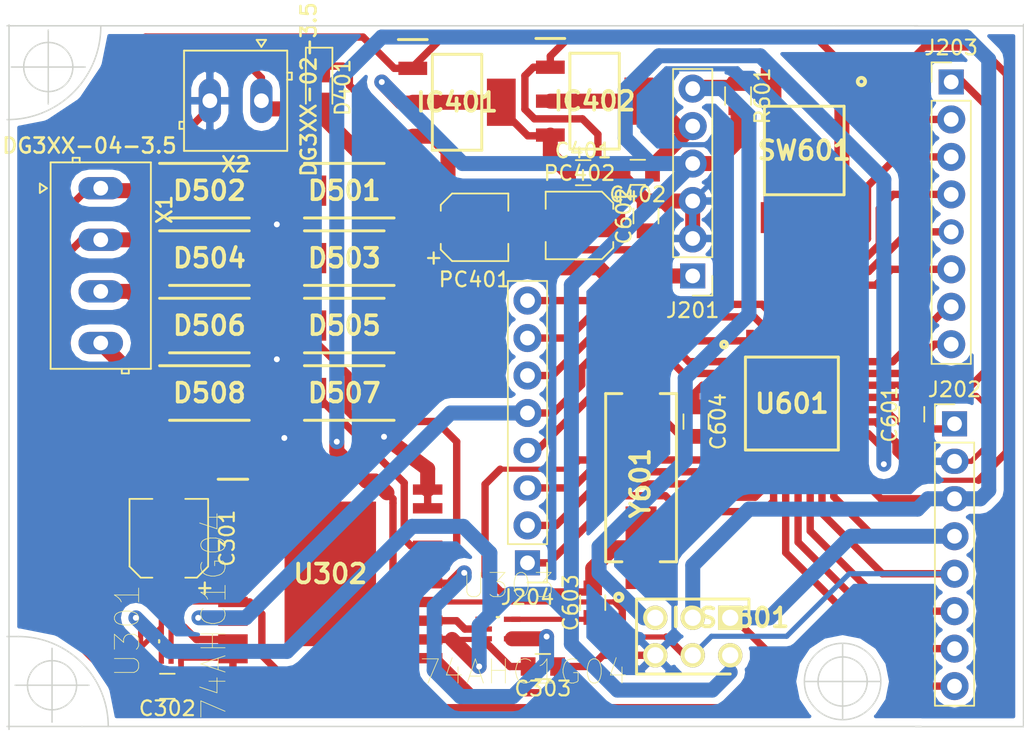
<source format=kicad_pcb>
(kicad_pcb (version 4) (host pcbnew 4.0.7-e2-6376~58~ubuntu16.04.1)

  (general
    (links 120)
    (no_connects 0)
    (area 140.641524 90.728523 210.110001 140.681)
    (thickness 1.6)
    (drawings 17)
    (tracks 562)
    (zones 0)
    (modules 36)
    (nets 40)
  )

  (page A4)
  (layers
    (0 F.Cu signal)
    (31 B.Cu signal hide)
    (32 B.Adhes user)
    (33 F.Adhes user hide)
    (34 B.Paste user)
    (35 F.Paste user)
    (36 B.SilkS user)
    (37 F.SilkS user)
    (38 B.Mask user)
    (39 F.Mask user)
    (40 Dwgs.User user)
    (41 Cmts.User user)
    (42 Eco1.User user)
    (43 Eco2.User user)
    (44 Edge.Cuts user)
    (45 Margin user)
    (46 B.CrtYd user)
    (47 F.CrtYd user)
    (48 B.Fab user)
    (49 F.Fab user)
  )

  (setup
    (last_trace_width 0.35)
    (trace_clearance 0.2)
    (zone_clearance 0.508)
    (zone_45_only no)
    (trace_min 0.2)
    (segment_width 0.2)
    (edge_width 0.1)
    (via_size 0.6)
    (via_drill 0.4)
    (via_min_size 0.4)
    (via_min_drill 0.3)
    (uvia_size 0.3)
    (uvia_drill 0.1)
    (uvias_allowed no)
    (uvia_min_size 0.2)
    (uvia_min_drill 0.1)
    (pcb_text_width 0.3)
    (pcb_text_size 1.5 1.5)
    (mod_edge_width 0.15)
    (mod_text_size 1 1)
    (mod_text_width 0.15)
    (pad_size 1.9 1.9)
    (pad_drill 1)
    (pad_to_mask_clearance 0)
    (aux_axis_origin 236.152 136.455)
    (grid_origin 166.81 124.771)
    (visible_elements FFFFFF5F)
    (pcbplotparams
      (layerselection 0x00030_80000001)
      (usegerberextensions false)
      (excludeedgelayer true)
      (linewidth 0.100000)
      (plotframeref false)
      (viasonmask false)
      (mode 1)
      (useauxorigin false)
      (hpglpennumber 1)
      (hpglpenspeed 20)
      (hpglpendiameter 15)
      (hpglpenoverlay 2)
      (psnegative false)
      (psa4output false)
      (plotreference true)
      (plotvalue true)
      (plotinvisibletext false)
      (padsonsilk false)
      (subtractmaskfromsilk false)
      (outputformat 1)
      (mirror false)
      (drillshape 1)
      (scaleselection 1)
      (outputdirectory ""))
  )

  (net 0 "")
  (net 1 /L298_Driver./PWRIN)
  (net 2 GND)
  (net 3 +5V)
  (net 4 /Headers/+3V3)
  (net 5 /ATMEGA328P/AREF)
  (net 6 /Headers/VIN)
  (net 7 /L298_Driver./OUT1)
  (net 8 /L298_Driver./OUT2)
  (net 9 /L298_Driver./OUT3)
  (net 10 328P_ICSP_MISO)
  (net 11 328P_ICSP_SCK)
  (net 12 /ATMEGA328P/RESET)
  (net 13 328P_ICSP_MOSI)
  (net 14 /ATMEGA328P/SS)
  (net 15 /ATMEGA328P/IO9)
  (net 16 /ATMEGA328P/IO8)
  (net 17 /ATMEGA328P/AD7)
  (net 18 /ATMEGA328P/AD6)
  (net 19 /ATMEGA328P/AD5)
  (net 20 /ATMEGA328P/AD4)
  (net 21 /ATMEGA328P/AD3)
  (net 22 /ATMEGA328P/AD2)
  (net 23 /ATMEGA328P/AD1)
  (net 24 /ATMEGA328P/AD0)
  (net 25 /ATMEGA328P/IO7)
  (net 26 /ATMEGA328P/IO6)
  (net 27 /ATMEGA328P/IO5)
  (net 28 /ATMEGA328P/IO4)
  (net 29 /ATMEGA328P/PWMA)
  (net 30 /ATMEGA328P/IO2)
  (net 31 /ATMEGA328P/IO1)
  (net 32 /ATMEGA328P/IO0)
  (net 33 "Net-(U301-Pad4)")
  (net 34 "Net-(U302-Pad3)")
  (net 35 "Net-(U302-Pad15)")
  (net 36 "Net-(U302-Pad18)")
  (net 37 /L298_Driver./OUT4)
  (net 38 "Net-(C603-Pad2)")
  (net 39 "Net-(C604-Pad2)")

  (net_class Default "This is the default net class."
    (clearance 0.2)
    (trace_width 0.35)
    (via_dia 0.6)
    (via_drill 0.4)
    (uvia_dia 0.3)
    (uvia_drill 0.1)
  )

  (net_class fortymill ""
    (clearance 0.2)
    (trace_width 1.016)
    (via_dia 0.6)
    (via_drill 0.4)
    (uvia_dia 0.3)
    (uvia_drill 0.1)
  )

  (net_class twentymill ""
    (clearance 0.2)
    (trace_width 0.5)
    (via_dia 0.6)
    (via_drill 0.4)
    (uvia_dia 0.3)
    (uvia_drill 0.1)
    (add_net +5V)
    (add_net /ATMEGA328P/AD0)
    (add_net /ATMEGA328P/AD1)
    (add_net /ATMEGA328P/AD2)
    (add_net /ATMEGA328P/AD3)
    (add_net /ATMEGA328P/AD4)
    (add_net /ATMEGA328P/AD5)
    (add_net /ATMEGA328P/AD6)
    (add_net /ATMEGA328P/AD7)
    (add_net /ATMEGA328P/AREF)
    (add_net /ATMEGA328P/IO0)
    (add_net /ATMEGA328P/IO1)
    (add_net /ATMEGA328P/IO2)
    (add_net /ATMEGA328P/IO4)
    (add_net /ATMEGA328P/IO5)
    (add_net /ATMEGA328P/IO6)
    (add_net /ATMEGA328P/IO7)
    (add_net /ATMEGA328P/IO8)
    (add_net /ATMEGA328P/IO9)
    (add_net /ATMEGA328P/PWMA)
    (add_net /ATMEGA328P/RESET)
    (add_net /ATMEGA328P/SS)
    (add_net /Headers/+3V3)
    (add_net /Headers/VIN)
    (add_net /L298_Driver./OUT1)
    (add_net /L298_Driver./OUT2)
    (add_net /L298_Driver./OUT3)
    (add_net /L298_Driver./OUT4)
    (add_net /L298_Driver./PWRIN)
    (add_net 328P_ICSP_MISO)
    (add_net 328P_ICSP_MOSI)
    (add_net 328P_ICSP_SCK)
    (add_net GND)
    (add_net "Net-(C603-Pad2)")
    (add_net "Net-(C604-Pad2)")
    (add_net "Net-(U301-Pad4)")
    (add_net "Net-(U302-Pad15)")
    (add_net "Net-(U302-Pad18)")
    (add_net "Net-(U302-Pad3)")
  )

  (module Socket_Strips:Socket_Strip_Straight_1x08_Pitch2.54mm (layer F.Cu) (tedit 5AABA483) (tstamp 5AA8F2E8)
    (at 205.385 119.496)
    (descr "Through hole straight socket strip, 1x08, 2.54mm pitch, single row")
    (tags "Through hole socket strip THT 1x08 2.54mm single row")
    (path /55E94587/5A972E1B)
    (fp_text reference J202 (at 0 -2.33) (layer F.SilkS)
      (effects (font (size 1 1) (thickness 0.15)))
    )
    (fp_text value IOL (at 0 20.11) (layer F.Fab)
      (effects (font (size 1 1) (thickness 0.15)))
    )
    (fp_line (start -1.27 -1.27) (end -1.27 19.05) (layer F.Fab) (width 0.1))
    (fp_line (start -1.27 19.05) (end 1.27 19.05) (layer F.Fab) (width 0.1))
    (fp_line (start 1.27 19.05) (end 1.27 -1.27) (layer F.Fab) (width 0.1))
    (fp_line (start 1.27 -1.27) (end -1.27 -1.27) (layer F.Fab) (width 0.1))
    (fp_line (start -1.33 1.27) (end -1.33 19.11) (layer F.SilkS) (width 0.12))
    (fp_line (start -1.33 19.11) (end 1.33 19.11) (layer F.SilkS) (width 0.12))
    (fp_line (start 1.33 19.11) (end 1.33 1.27) (layer F.SilkS) (width 0.12))
    (fp_line (start 1.33 1.27) (end -1.33 1.27) (layer F.SilkS) (width 0.12))
    (fp_line (start -1.33 0) (end -1.33 -1.33) (layer F.SilkS) (width 0.12))
    (fp_line (start -1.33 -1.33) (end 0 -1.33) (layer F.SilkS) (width 0.12))
    (fp_line (start -1.8 -1.8) (end -1.8 19.55) (layer F.CrtYd) (width 0.05))
    (fp_line (start -1.8 19.55) (end 1.8 19.55) (layer F.CrtYd) (width 0.05))
    (fp_line (start 1.8 19.55) (end 1.8 -1.8) (layer F.CrtYd) (width 0.05))
    (fp_line (start 1.8 -1.8) (end -1.8 -1.8) (layer F.CrtYd) (width 0.05))
    (fp_text user %R (at 0 -2.33) (layer F.Fab)
      (effects (font (size 1 1) (thickness 0.15)))
    )
    (pad 1 thru_hole rect (at 0 0) (size 1.7 1.7) (drill 1) (layers *.Cu *.Mask)
      (net 5 /ATMEGA328P/AREF))
    (pad 2 thru_hole oval (at 0 2.54) (size 1.9 1.7) (drill 1) (layers *.Cu *.Mask)
      (net 2 GND))
    (pad 3 thru_hole oval (at 0 5.08) (size 1.9 1.7) (drill 1) (layers *.Cu *.Mask)
      (net 11 328P_ICSP_SCK))
    (pad 4 thru_hole oval (at 0 7.62) (size 1.9 1.9) (drill 1) (layers *.Cu *.Mask)
      (net 10 328P_ICSP_MISO))
    (pad 5 thru_hole oval (at 0 10.16) (size 1.9 1.9) (drill 1) (layers *.Cu *.Mask)
      (net 13 328P_ICSP_MOSI))
    (pad 6 thru_hole oval (at 0 12.7) (size 1.9 1.9) (drill 1) (layers *.Cu *.Mask)
      (net 14 /ATMEGA328P/SS))
    (pad 7 thru_hole oval (at 0 15.24) (size 1.9 1.9) (drill 1) (layers *.Cu *.Mask)
      (net 15 /ATMEGA328P/IO9))
    (pad 8 thru_hole oval (at 0 17.78) (size 1.9 1.9) (drill 1) (layers *.Cu *.Mask)
      (net 16 /ATMEGA328P/IO8))
    (model ${KISYS3DMOD}/Socket_Strips.3dshapes/Socket_Strip_Straight_1x08_Pitch2.54mm.wrl
      (at (xyz 0 -0.35 0))
      (scale (xyz 1 1 1))
      (rotate (xyz 0 0 270))
    )
  )

  (module ATMEGA328P-AU:QFP80P900X900X120-32N (layer F.Cu) (tedit 5AA792B4) (tstamp 5AA39E93)
    (at 194.36 118.121)
    (descr 32A)
    (tags "Integrated Circuit")
    (path /55E89CE4/5A9E5226)
    (attr smd)
    (fp_text reference U601 (at 0 0) (layer F.SilkS)
      (effects (font (size 1.27 1.27) (thickness 0.254)))
    )
    (fp_text value ATMEGA328P-MU20 (at 0 0) (layer F.SilkS) hide
      (effects (font (size 1.27 1.27) (thickness 0.254)))
    )
    (fp_line (start -5.25 -5.25) (end 5.25 -5.25) (layer Dwgs.User) (width 0.05))
    (fp_line (start 5.25 -5.25) (end 5.25 5.25) (layer Dwgs.User) (width 0.05))
    (fp_line (start 5.25 5.25) (end -5.25 5.25) (layer Dwgs.User) (width 0.05))
    (fp_line (start -5.25 5.25) (end -5.25 -5.25) (layer Dwgs.User) (width 0.05))
    (fp_line (start -3.5 -3.5) (end 3.5 -3.5) (layer Dwgs.User) (width 0.1))
    (fp_line (start 3.5 -3.5) (end 3.5 3.5) (layer Dwgs.User) (width 0.1))
    (fp_line (start 3.5 3.5) (end -3.5 3.5) (layer Dwgs.User) (width 0.1))
    (fp_line (start -3.5 3.5) (end -3.5 -3.5) (layer Dwgs.User) (width 0.1))
    (fp_line (start -3.5 -2.7) (end -2.7 -3.5) (layer Dwgs.User) (width 0.1))
    (fp_line (start -3.15 -3.15) (end 3.15 -3.15) (layer F.SilkS) (width 0.2))
    (fp_line (start 3.15 -3.15) (end 3.15 3.15) (layer F.SilkS) (width 0.2))
    (fp_line (start 3.15 3.15) (end -3.15 3.15) (layer F.SilkS) (width 0.2))
    (fp_line (start -3.15 3.15) (end -3.15 -3.15) (layer F.SilkS) (width 0.2))
    (fp_circle (center -4.6 -4) (end -4.8 -4) (layer F.SilkS) (width 0.254))
    (pad 1 smd rect (at -4.25 -2.84 90) (size 0.52 1.5) (layers F.Cu F.Paste F.Mask)
      (net 29 /ATMEGA328P/PWMA))
    (pad 2 smd rect (at -4.25 -2.04 90) (size 0.52 1.5) (layers F.Cu F.Paste F.Mask)
      (net 28 /ATMEGA328P/IO4))
    (pad 3 smd rect (at -4.25 -1.24 90) (size 0.52 1.5) (layers F.Cu F.Paste F.Mask)
      (net 2 GND))
    (pad 4 smd rect (at -4.25 -0.42 90) (size 0.52 1.5) (layers F.Cu F.Paste F.Mask)
      (net 3 +5V))
    (pad 5 smd rect (at -4.25 0.42 90) (size 0.52 1.5) (layers F.Cu F.Paste F.Mask)
      (net 2 GND))
    (pad 6 smd rect (at -4.25 1.24 90) (size 0.52 1.5) (layers F.Cu F.Paste F.Mask)
      (net 3 +5V))
    (pad 7 smd rect (at -4.25 2.04 90) (size 0.52 1.5) (layers F.Cu F.Paste F.Mask)
      (net 39 "Net-(C604-Pad2)"))
    (pad 8 smd rect (at -4.25 2.84 90) (size 0.52 1.5) (layers F.Cu F.Paste F.Mask)
      (net 38 "Net-(C603-Pad2)"))
    (pad 9 smd rect (at -2.84 4.25) (size 0.52 1.5) (layers F.Cu F.Paste F.Mask)
      (net 27 /ATMEGA328P/IO5))
    (pad 10 smd rect (at -2.04 4.25) (size 0.52 1.5) (layers F.Cu F.Paste F.Mask)
      (net 26 /ATMEGA328P/IO6))
    (pad 11 smd rect (at -1.24 4.25) (size 0.52 1.5) (layers F.Cu F.Paste F.Mask)
      (net 25 /ATMEGA328P/IO7))
    (pad 12 smd rect (at -0.42 4.25) (size 0.52 1.5) (layers F.Cu F.Paste F.Mask)
      (net 16 /ATMEGA328P/IO8))
    (pad 13 smd rect (at 0.42 4.25) (size 0.52 1.5) (layers F.Cu F.Paste F.Mask)
      (net 15 /ATMEGA328P/IO9))
    (pad 14 smd rect (at 1.24 4.25) (size 0.52 1.5) (layers F.Cu F.Paste F.Mask)
      (net 14 /ATMEGA328P/SS))
    (pad 15 smd rect (at 2.04 4.25) (size 0.52 1.5) (layers F.Cu F.Paste F.Mask)
      (net 13 328P_ICSP_MOSI))
    (pad 16 smd rect (at 2.84 4.25) (size 0.52 1.5) (layers F.Cu F.Paste F.Mask)
      (net 10 328P_ICSP_MISO))
    (pad 17 smd rect (at 4.25 2.84 90) (size 0.52 1.5) (layers F.Cu F.Paste F.Mask)
      (net 11 328P_ICSP_SCK))
    (pad 18 smd rect (at 4.25 2.04 90) (size 0.52 1.5) (layers F.Cu F.Paste F.Mask)
      (net 3 +5V))
    (pad 19 smd rect (at 4.25 1.24 90) (size 0.52 1.5) (layers F.Cu F.Paste F.Mask)
      (net 18 /ATMEGA328P/AD6))
    (pad 20 smd rect (at 4.25 0.42 90) (size 0.52 1.5) (layers F.Cu F.Paste F.Mask)
      (net 5 /ATMEGA328P/AREF))
    (pad 21 smd rect (at 4.25 -0.42 90) (size 0.52 1.5) (layers F.Cu F.Paste F.Mask)
      (net 2 GND))
    (pad 22 smd rect (at 4.25 -1.24 90) (size 0.52 1.5) (layers F.Cu F.Paste F.Mask)
      (net 17 /ATMEGA328P/AD7))
    (pad 23 smd rect (at 4.25 -2.04 90) (size 0.52 1.5) (layers F.Cu F.Paste F.Mask)
      (net 24 /ATMEGA328P/AD0))
    (pad 24 smd rect (at 4.25 -2.84 90) (size 0.52 1.5) (layers F.Cu F.Paste F.Mask)
      (net 23 /ATMEGA328P/AD1))
    (pad 25 smd rect (at 2.84 -4.25) (size 0.52 1.5) (layers F.Cu F.Paste F.Mask)
      (net 22 /ATMEGA328P/AD2))
    (pad 26 smd rect (at 2.04 -4.25) (size 0.52 1.5) (layers F.Cu F.Paste F.Mask)
      (net 21 /ATMEGA328P/AD3))
    (pad 27 smd rect (at 1.24 -4.25) (size 0.52 1.5) (layers F.Cu F.Paste F.Mask)
      (net 20 /ATMEGA328P/AD4))
    (pad 28 smd rect (at 0.42 -4.25) (size 0.52 1.5) (layers F.Cu F.Paste F.Mask)
      (net 19 /ATMEGA328P/AD5))
    (pad 29 smd rect (at -0.42 -4.25) (size 0.52 1.5) (layers F.Cu F.Paste F.Mask)
      (net 12 /ATMEGA328P/RESET))
    (pad 30 smd rect (at -1.24 -4.25) (size 0.52 1.5) (layers F.Cu F.Paste F.Mask)
      (net 32 /ATMEGA328P/IO0))
    (pad 31 smd rect (at -2.04 -4.25) (size 0.52 1.5) (layers F.Cu F.Paste F.Mask)
      (net 31 /ATMEGA328P/IO1))
    (pad 32 smd rect (at -2.84 -4.25) (size 0.52 1.5) (layers F.Cu F.Paste F.Mask)
      (net 30 /ATMEGA328P/IO2))
  )

  (module L298P:SOIC127P1420X360-21N (layer F.Cu) (tedit 5AA399D5) (tstamp 5AA39E5D)
    (at 163.068 129.667)
    (descr PowerSO20)
    (tags "Integrated Circuit")
    (path /5A8D7699/5A8D786D)
    (attr smd)
    (fp_text reference U302 (at 0 0) (layer F.SilkS)
      (effects (font (size 1.27 1.27) (thickness 0.254)))
    )
    (fp_text value L298D (at 0 0) (layer F.SilkS) hide
      (effects (font (size 1.27 1.27) (thickness 0.254)))
    )
    (fp_line (start -7.85 -8.25) (end 7.85 -8.25) (layer Dwgs.User) (width 0.05))
    (fp_line (start 7.85 -8.25) (end 7.85 8.25) (layer Dwgs.User) (width 0.05))
    (fp_line (start 7.85 8.25) (end -7.85 8.25) (layer Dwgs.User) (width 0.05))
    (fp_line (start -7.85 8.25) (end -7.85 -8.25) (layer Dwgs.User) (width 0.05))
    (fp_line (start -5.5 -7.95) (end 5.5 -7.95) (layer Dwgs.User) (width 0.1))
    (fp_line (start 5.5 -7.95) (end 5.5 7.95) (layer Dwgs.User) (width 0.1))
    (fp_line (start 5.5 7.95) (end -5.5 7.95) (layer Dwgs.User) (width 0.1))
    (fp_line (start -5.5 7.95) (end -5.5 -7.95) (layer Dwgs.User) (width 0.1))
    (fp_line (start -5.5 -6.68) (end -4.23 -7.95) (layer Dwgs.User) (width 0.1))
    (fp_line (start -7.6 -6.415) (end -5.6 -6.415) (layer F.SilkS) (width 0.2))
    (pad 1 smd rect (at -6.6 -5.715 90) (size 0.7 2) (layers F.Cu F.Paste F.Mask)
      (net 2 GND))
    (pad 2 smd rect (at -6.6 -4.445 90) (size 0.7 2) (layers F.Cu F.Paste F.Mask)
      (net 2 GND))
    (pad 3 smd rect (at -6.6 -3.175 90) (size 0.7 2) (layers F.Cu F.Paste F.Mask)
      (net 34 "Net-(U302-Pad3)"))
    (pad 4 smd rect (at -6.6 -1.905 90) (size 0.7 2) (layers F.Cu F.Paste F.Mask)
      (net 7 /L298_Driver./OUT1))
    (pad 5 smd rect (at -6.6 -0.635 90) (size 0.7 2) (layers F.Cu F.Paste F.Mask)
      (net 8 /L298_Driver./OUT2))
    (pad 6 smd rect (at -6.6 0.635 90) (size 0.7 2) (layers F.Cu F.Paste F.Mask)
      (net 1 /L298_Driver./PWRIN))
    (pad 7 smd rect (at -6.6 1.905 90) (size 0.7 2) (layers F.Cu F.Paste F.Mask)
      (net 10 328P_ICSP_MISO))
    (pad 8 smd rect (at -6.6 3.175 90) (size 0.7 2) (layers F.Cu F.Paste F.Mask)
      (net 29 /ATMEGA328P/PWMA))
    (pad 9 smd rect (at -6.6 4.445 90) (size 0.7 2) (layers F.Cu F.Paste F.Mask)
      (net 33 "Net-(U301-Pad4)"))
    (pad 10 smd rect (at -6.6 5.715 90) (size 0.7 2) (layers F.Cu F.Paste F.Mask)
      (net 2 GND))
    (pad 11 smd rect (at 6.6 5.715 90) (size 0.7 2) (layers F.Cu F.Paste F.Mask)
      (net 2 GND))
    (pad 12 smd rect (at 6.6 4.445 90) (size 0.7 2) (layers F.Cu F.Paste F.Mask)
      (net 3 +5V))
    (pad 13 smd rect (at 6.6 3.175 90) (size 0.7 2) (layers F.Cu F.Paste F.Mask)
      (net 11 328P_ICSP_SCK))
    (pad 14 smd rect (at 6.6 1.905 90) (size 0.7 2) (layers F.Cu F.Paste F.Mask)
      (net 13 328P_ICSP_MOSI))
    (pad 15 smd rect (at 6.6 0.635 90) (size 0.7 2) (layers F.Cu F.Paste F.Mask)
      (net 35 "Net-(U302-Pad15)"))
    (pad 16 smd rect (at 6.6 -0.635 90) (size 0.7 2) (layers F.Cu F.Paste F.Mask)
      (net 9 /L298_Driver./OUT3))
    (pad 17 smd rect (at 6.6 -1.905 90) (size 0.7 2) (layers F.Cu F.Paste F.Mask)
      (net 37 /L298_Driver./OUT4))
    (pad 18 smd rect (at 6.6 -3.175 90) (size 0.7 2) (layers F.Cu F.Paste F.Mask)
      (net 36 "Net-(U302-Pad18)"))
    (pad 19 smd rect (at 6.6 -4.445 90) (size 0.7 2) (layers F.Cu F.Paste F.Mask)
      (net 2 GND))
    (pad 20 smd rect (at 6.6 -5.715 90) (size 0.7 2) (layers F.Cu F.Paste F.Mask)
      (net 2 GND))
    (pad 21 smd rect (at 0 0) (size 6.2 9.8) (layers F.Cu F.Paste F.Mask)
      (net 2 GND))
  )

  (module Capacitors_SMD:CP_Elec_5x5.3 (layer F.Cu) (tedit 58AA8A8F) (tstamp 5AA39D81)
    (at 152.146 127.254 90)
    (descr "SMT capacitor, aluminium electrolytic, 5x5.3")
    (path /5A8D7699/5A964B4A)
    (attr smd)
    (fp_text reference C301 (at 0 3.92 90) (layer F.SilkS)
      (effects (font (size 1 1) (thickness 0.15)))
    )
    (fp_text value 100uF.25V (at 0 -3.92 90) (layer F.Fab)
      (effects (font (size 1 1) (thickness 0.15)))
    )
    (fp_circle (center 0 0) (end 0.3 2.4) (layer F.Fab) (width 0.1))
    (fp_text user + (at -1.37 -0.08 90) (layer F.Fab)
      (effects (font (size 1 1) (thickness 0.15)))
    )
    (fp_text user + (at -3.38 2.34 90) (layer F.SilkS)
      (effects (font (size 1 1) (thickness 0.15)))
    )
    (fp_text user %R (at 0 3.92 90) (layer F.Fab)
      (effects (font (size 1 1) (thickness 0.15)))
    )
    (fp_line (start 2.51 2.49) (end 2.51 -2.54) (layer F.Fab) (width 0.1))
    (fp_line (start -1.84 2.49) (end 2.51 2.49) (layer F.Fab) (width 0.1))
    (fp_line (start -2.51 1.82) (end -1.84 2.49) (layer F.Fab) (width 0.1))
    (fp_line (start -2.51 -1.87) (end -2.51 1.82) (layer F.Fab) (width 0.1))
    (fp_line (start -1.84 -2.54) (end -2.51 -1.87) (layer F.Fab) (width 0.1))
    (fp_line (start 2.51 -2.54) (end -1.84 -2.54) (layer F.Fab) (width 0.1))
    (fp_line (start 2.67 -2.69) (end 2.67 -1.14) (layer F.SilkS) (width 0.12))
    (fp_line (start 2.67 2.64) (end 2.67 1.09) (layer F.SilkS) (width 0.12))
    (fp_line (start -2.67 1.88) (end -2.67 1.09) (layer F.SilkS) (width 0.12))
    (fp_line (start -2.67 -1.93) (end -2.67 -1.14) (layer F.SilkS) (width 0.12))
    (fp_line (start 2.67 -2.69) (end -1.91 -2.69) (layer F.SilkS) (width 0.12))
    (fp_line (start -1.91 -2.69) (end -2.67 -1.93) (layer F.SilkS) (width 0.12))
    (fp_line (start -2.67 1.88) (end -1.91 2.64) (layer F.SilkS) (width 0.12))
    (fp_line (start -1.91 2.64) (end 2.67 2.64) (layer F.SilkS) (width 0.12))
    (fp_line (start -3.95 -2.79) (end 3.95 -2.79) (layer F.CrtYd) (width 0.05))
    (fp_line (start -3.95 -2.79) (end -3.95 2.74) (layer F.CrtYd) (width 0.05))
    (fp_line (start 3.95 2.74) (end 3.95 -2.79) (layer F.CrtYd) (width 0.05))
    (fp_line (start 3.95 2.74) (end -3.95 2.74) (layer F.CrtYd) (width 0.05))
    (pad 1 smd rect (at -2.2 0 270) (size 3 1.6) (layers F.Cu F.Paste F.Mask)
      (net 1 /L298_Driver./PWRIN))
    (pad 2 smd rect (at 2.2 0 270) (size 3 1.6) (layers F.Cu F.Paste F.Mask)
      (net 2 GND))
    (model Capacitors_SMD.3dshapes/CP_Elec_5x5.3.wrl
      (at (xyz 0 0 0))
      (scale (xyz 1 1 1))
      (rotate (xyz 0 0 180))
    )
  )

  (module Capacitors_SMD:C_0805 (layer F.Cu) (tedit 58AA8463) (tstamp 5AA39D87)
    (at 152.019 137.287 180)
    (descr "Capacitor SMD 0805, reflow soldering, AVX (see smccp.pdf)")
    (tags "capacitor 0805")
    (path /5A8D7699/5A9647F3)
    (attr smd)
    (fp_text reference C302 (at 0 -1.5 180) (layer F.SilkS)
      (effects (font (size 1 1) (thickness 0.15)))
    )
    (fp_text value 0.1uF (at 0 1.75 180) (layer F.Fab)
      (effects (font (size 1 1) (thickness 0.15)))
    )
    (fp_text user %R (at 0 -1.5 180) (layer F.Fab)
      (effects (font (size 1 1) (thickness 0.15)))
    )
    (fp_line (start -1 0.62) (end -1 -0.62) (layer F.Fab) (width 0.1))
    (fp_line (start 1 0.62) (end -1 0.62) (layer F.Fab) (width 0.1))
    (fp_line (start 1 -0.62) (end 1 0.62) (layer F.Fab) (width 0.1))
    (fp_line (start -1 -0.62) (end 1 -0.62) (layer F.Fab) (width 0.1))
    (fp_line (start 0.5 -0.85) (end -0.5 -0.85) (layer F.SilkS) (width 0.12))
    (fp_line (start -0.5 0.85) (end 0.5 0.85) (layer F.SilkS) (width 0.12))
    (fp_line (start -1.75 -0.88) (end 1.75 -0.88) (layer F.CrtYd) (width 0.05))
    (fp_line (start -1.75 -0.88) (end -1.75 0.87) (layer F.CrtYd) (width 0.05))
    (fp_line (start 1.75 0.87) (end 1.75 -0.88) (layer F.CrtYd) (width 0.05))
    (fp_line (start 1.75 0.87) (end -1.75 0.87) (layer F.CrtYd) (width 0.05))
    (pad 1 smd rect (at -1 0 180) (size 1 1.25) (layers F.Cu F.Paste F.Mask)
      (net 2 GND))
    (pad 2 smd rect (at 1 0 180) (size 1 1.25) (layers F.Cu F.Paste F.Mask)
      (net 3 +5V))
    (model Capacitors_SMD.3dshapes/C_0805.wrl
      (at (xyz 0 0 0))
      (scale (xyz 1 1 1))
      (rotate (xyz 0 0 0))
    )
  )

  (module Capacitors_SMD:C_0805 (layer F.Cu) (tedit 58AA8463) (tstamp 5AA39D8D)
    (at 177.478 135.947 180)
    (descr "Capacitor SMD 0805, reflow soldering, AVX (see smccp.pdf)")
    (tags "capacitor 0805")
    (path /5A8D7699/5A9642A9)
    (attr smd)
    (fp_text reference C303 (at 0 -1.5 180) (layer F.SilkS)
      (effects (font (size 1 1) (thickness 0.15)))
    )
    (fp_text value 0.1uF (at 0 1.75 180) (layer F.Fab)
      (effects (font (size 1 1) (thickness 0.15)))
    )
    (fp_text user %R (at 0 -1.5 180) (layer F.Fab)
      (effects (font (size 1 1) (thickness 0.15)))
    )
    (fp_line (start -1 0.62) (end -1 -0.62) (layer F.Fab) (width 0.1))
    (fp_line (start 1 0.62) (end -1 0.62) (layer F.Fab) (width 0.1))
    (fp_line (start 1 -0.62) (end 1 0.62) (layer F.Fab) (width 0.1))
    (fp_line (start -1 -0.62) (end 1 -0.62) (layer F.Fab) (width 0.1))
    (fp_line (start 0.5 -0.85) (end -0.5 -0.85) (layer F.SilkS) (width 0.12))
    (fp_line (start -0.5 0.85) (end 0.5 0.85) (layer F.SilkS) (width 0.12))
    (fp_line (start -1.75 -0.88) (end 1.75 -0.88) (layer F.CrtYd) (width 0.05))
    (fp_line (start -1.75 -0.88) (end -1.75 0.87) (layer F.CrtYd) (width 0.05))
    (fp_line (start 1.75 0.87) (end 1.75 -0.88) (layer F.CrtYd) (width 0.05))
    (fp_line (start 1.75 0.87) (end -1.75 0.87) (layer F.CrtYd) (width 0.05))
    (pad 1 smd rect (at -1 0 180) (size 1 1.25) (layers F.Cu F.Paste F.Mask)
      (net 2 GND))
    (pad 2 smd rect (at 1 0 180) (size 1 1.25) (layers F.Cu F.Paste F.Mask)
      (net 3 +5V))
    (model Capacitors_SMD.3dshapes/C_0805.wrl
      (at (xyz 0 0 0))
      (scale (xyz 1 1 1))
      (rotate (xyz 0 0 0))
    )
  )

  (module Capacitors_SMD:C_0805 (layer F.Cu) (tedit 58AA8463) (tstamp 5AA39D93)
    (at 180.21 102.471)
    (descr "Capacitor SMD 0805, reflow soldering, AVX (see smccp.pdf)")
    (tags "capacitor 0805")
    (path /5A965D0D/5A9711D8)
    (attr smd)
    (fp_text reference C401 (at 0 -1.5) (layer F.SilkS)
      (effects (font (size 1 1) (thickness 0.15)))
    )
    (fp_text value 100n (at 0 1.75) (layer F.Fab)
      (effects (font (size 1 1) (thickness 0.15)))
    )
    (fp_text user %R (at 0 -1.5) (layer F.Fab)
      (effects (font (size 1 1) (thickness 0.15)))
    )
    (fp_line (start -1 0.62) (end -1 -0.62) (layer F.Fab) (width 0.1))
    (fp_line (start 1 0.62) (end -1 0.62) (layer F.Fab) (width 0.1))
    (fp_line (start 1 -0.62) (end 1 0.62) (layer F.Fab) (width 0.1))
    (fp_line (start -1 -0.62) (end 1 -0.62) (layer F.Fab) (width 0.1))
    (fp_line (start 0.5 -0.85) (end -0.5 -0.85) (layer F.SilkS) (width 0.12))
    (fp_line (start -0.5 0.85) (end 0.5 0.85) (layer F.SilkS) (width 0.12))
    (fp_line (start -1.75 -0.88) (end 1.75 -0.88) (layer F.CrtYd) (width 0.05))
    (fp_line (start -1.75 -0.88) (end -1.75 0.87) (layer F.CrtYd) (width 0.05))
    (fp_line (start 1.75 0.87) (end 1.75 -0.88) (layer F.CrtYd) (width 0.05))
    (fp_line (start 1.75 0.87) (end -1.75 0.87) (layer F.CrtYd) (width 0.05))
    (pad 1 smd rect (at -1 0) (size 1 1.25) (layers F.Cu F.Paste F.Mask)
      (net 3 +5V))
    (pad 2 smd rect (at 1 0) (size 1 1.25) (layers F.Cu F.Paste F.Mask)
      (net 2 GND))
    (model Capacitors_SMD.3dshapes/C_0805.wrl
      (at (xyz 0 0 0))
      (scale (xyz 1 1 1))
      (rotate (xyz 0 0 0))
    )
  )

  (module Capacitors_SMD:C_0805 (layer F.Cu) (tedit 58AA8463) (tstamp 5AA39D99)
    (at 183.91 102.446 180)
    (descr "Capacitor SMD 0805, reflow soldering, AVX (see smccp.pdf)")
    (tags "capacitor 0805")
    (path /5A965D0D/5A970F0C)
    (attr smd)
    (fp_text reference C402 (at 0 -1.5 180) (layer F.SilkS)
      (effects (font (size 1 1) (thickness 0.15)))
    )
    (fp_text value 1u (at 0 1.75 180) (layer F.Fab)
      (effects (font (size 1 1) (thickness 0.15)))
    )
    (fp_text user %R (at 0 -1.5 180) (layer F.Fab)
      (effects (font (size 1 1) (thickness 0.15)))
    )
    (fp_line (start -1 0.62) (end -1 -0.62) (layer F.Fab) (width 0.1))
    (fp_line (start 1 0.62) (end -1 0.62) (layer F.Fab) (width 0.1))
    (fp_line (start 1 -0.62) (end 1 0.62) (layer F.Fab) (width 0.1))
    (fp_line (start -1 -0.62) (end 1 -0.62) (layer F.Fab) (width 0.1))
    (fp_line (start 0.5 -0.85) (end -0.5 -0.85) (layer F.SilkS) (width 0.12))
    (fp_line (start -0.5 0.85) (end 0.5 0.85) (layer F.SilkS) (width 0.12))
    (fp_line (start -1.75 -0.88) (end 1.75 -0.88) (layer F.CrtYd) (width 0.05))
    (fp_line (start -1.75 -0.88) (end -1.75 0.87) (layer F.CrtYd) (width 0.05))
    (fp_line (start 1.75 0.87) (end 1.75 -0.88) (layer F.CrtYd) (width 0.05))
    (fp_line (start 1.75 0.87) (end -1.75 0.87) (layer F.CrtYd) (width 0.05))
    (pad 1 smd rect (at -1 0 180) (size 1 1.25) (layers F.Cu F.Paste F.Mask)
      (net 4 /Headers/+3V3))
    (pad 2 smd rect (at 1 0 180) (size 1 1.25) (layers F.Cu F.Paste F.Mask)
      (net 2 GND))
    (model Capacitors_SMD.3dshapes/C_0805.wrl
      (at (xyz 0 0 0))
      (scale (xyz 1 1 1))
      (rotate (xyz 0 0 0))
    )
  )

  (module Capacitors_SMD:C_0805 (layer F.Cu) (tedit 58AA8463) (tstamp 5AA39D9F)
    (at 202.485 118.846 90)
    (descr "Capacitor SMD 0805, reflow soldering, AVX (see smccp.pdf)")
    (tags "capacitor 0805")
    (path /55E89CE4/56159BB8)
    (attr smd)
    (fp_text reference C601 (at 0 -1.5 90) (layer F.SilkS)
      (effects (font (size 1 1) (thickness 0.15)))
    )
    (fp_text value "100 nF" (at 0 1.75 90) (layer F.Fab)
      (effects (font (size 1 1) (thickness 0.15)))
    )
    (fp_text user %R (at 0 -1.5 90) (layer F.Fab)
      (effects (font (size 1 1) (thickness 0.15)))
    )
    (fp_line (start -1 0.62) (end -1 -0.62) (layer F.Fab) (width 0.1))
    (fp_line (start 1 0.62) (end -1 0.62) (layer F.Fab) (width 0.1))
    (fp_line (start 1 -0.62) (end 1 0.62) (layer F.Fab) (width 0.1))
    (fp_line (start -1 -0.62) (end 1 -0.62) (layer F.Fab) (width 0.1))
    (fp_line (start 0.5 -0.85) (end -0.5 -0.85) (layer F.SilkS) (width 0.12))
    (fp_line (start -0.5 0.85) (end 0.5 0.85) (layer F.SilkS) (width 0.12))
    (fp_line (start -1.75 -0.88) (end 1.75 -0.88) (layer F.CrtYd) (width 0.05))
    (fp_line (start -1.75 -0.88) (end -1.75 0.87) (layer F.CrtYd) (width 0.05))
    (fp_line (start 1.75 0.87) (end 1.75 -0.88) (layer F.CrtYd) (width 0.05))
    (fp_line (start 1.75 0.87) (end -1.75 0.87) (layer F.CrtYd) (width 0.05))
    (pad 1 smd rect (at -1 0 90) (size 1 1.25) (layers F.Cu F.Paste F.Mask)
      (net 5 /ATMEGA328P/AREF))
    (pad 2 smd rect (at 1 0 90) (size 1 1.25) (layers F.Cu F.Paste F.Mask)
      (net 2 GND))
    (model Capacitors_SMD.3dshapes/C_0805.wrl
      (at (xyz 0 0 0))
      (scale (xyz 1 1 1))
      (rotate (xyz 0 0 0))
    )
  )

  (module Capacitors_SMD:C_0805 (layer F.Cu) (tedit 58AA8463) (tstamp 5AA39DA5)
    (at 184.468 105.41 90)
    (descr "Capacitor SMD 0805, reflow soldering, AVX (see smccp.pdf)")
    (tags "capacitor 0805")
    (path /55E89CE4/56159BD3)
    (attr smd)
    (fp_text reference C602 (at 0 -1.5 90) (layer F.SilkS)
      (effects (font (size 1 1) (thickness 0.15)))
    )
    (fp_text value "0.1 uF" (at 0 1.75 90) (layer F.Fab)
      (effects (font (size 1 1) (thickness 0.15)))
    )
    (fp_text user %R (at 0 -1.5 90) (layer F.Fab)
      (effects (font (size 1 1) (thickness 0.15)))
    )
    (fp_line (start -1 0.62) (end -1 -0.62) (layer F.Fab) (width 0.1))
    (fp_line (start 1 0.62) (end -1 0.62) (layer F.Fab) (width 0.1))
    (fp_line (start 1 -0.62) (end 1 0.62) (layer F.Fab) (width 0.1))
    (fp_line (start -1 -0.62) (end 1 -0.62) (layer F.Fab) (width 0.1))
    (fp_line (start 0.5 -0.85) (end -0.5 -0.85) (layer F.SilkS) (width 0.12))
    (fp_line (start -0.5 0.85) (end 0.5 0.85) (layer F.SilkS) (width 0.12))
    (fp_line (start -1.75 -0.88) (end 1.75 -0.88) (layer F.CrtYd) (width 0.05))
    (fp_line (start -1.75 -0.88) (end -1.75 0.87) (layer F.CrtYd) (width 0.05))
    (fp_line (start 1.75 0.87) (end 1.75 -0.88) (layer F.CrtYd) (width 0.05))
    (fp_line (start 1.75 0.87) (end -1.75 0.87) (layer F.CrtYd) (width 0.05))
    (pad 1 smd rect (at -1 0 90) (size 1 1.25) (layers F.Cu F.Paste F.Mask)
      (net 3 +5V))
    (pad 2 smd rect (at 1 0 90) (size 1 1.25) (layers F.Cu F.Paste F.Mask)
      (net 2 GND))
    (model Capacitors_SMD.3dshapes/C_0805.wrl
      (at (xyz 0 0 0))
      (scale (xyz 1 1 1))
      (rotate (xyz 0 0 0))
    )
  )

  (module M20-9980346:HDRV6W64P254_2X3_762X508X868P (layer F.Cu) (tedit 5AA394C5) (tstamp 5AA39DED)
    (at 190.178 132.645 180)
    (descr M20-9980346)
    (tags Connector)
    (path /55E89CE4/55E8CAAE)
    (fp_text reference ICSP601 (at 0 0 180) (layer F.SilkS)
      (effects (font (size 1.27 1.27) (thickness 0.254)))
    )
    (fp_text value M20-9980346 (at 0 0 180) (layer F.SilkS) hide
      (effects (font (size 1.27 1.27) (thickness 0.254)))
    )
    (fp_line (start -1.52 1.52) (end -1.52 -4.06) (layer Dwgs.User) (width 0.05))
    (fp_line (start -1.52 -4.06) (end 6.6 -4.06) (layer Dwgs.User) (width 0.05))
    (fp_line (start 6.6 -4.06) (end 6.6 1.52) (layer Dwgs.User) (width 0.05))
    (fp_line (start 6.6 1.52) (end -1.52 1.52) (layer Dwgs.User) (width 0.05))
    (fp_line (start -1.27 1.27) (end -1.27 -3.81) (layer Dwgs.User) (width 0.1))
    (fp_line (start -1.27 -3.81) (end 6.35 -3.81) (layer Dwgs.User) (width 0.1))
    (fp_line (start 6.35 -3.81) (end 6.35 1.27) (layer Dwgs.User) (width 0.1))
    (fp_line (start 6.35 1.27) (end -1.27 1.27) (layer Dwgs.User) (width 0.1))
    (fp_line (start -1.27 0) (end -1.27 1.27) (layer F.SilkS) (width 0.2))
    (fp_line (start -1.27 1.27) (end 6.35 1.27) (layer F.SilkS) (width 0.2))
    (fp_line (start 6.35 1.27) (end 6.35 -3.81) (layer F.SilkS) (width 0.2))
    (fp_line (start 6.35 -3.81) (end 0 -3.81) (layer F.SilkS) (width 0.2))
    (pad 1 thru_hole rect (at 0 0 270) (size 1.65 1.65) (drill 1.1) (layers *.Cu *.Mask F.SilkS)
      (net 10 328P_ICSP_MISO))
    (pad 3 thru_hole circle (at 2.54 0 270) (size 1.65 1.65) (drill 1.1) (layers *.Cu *.Mask F.SilkS)
      (net 11 328P_ICSP_SCK))
    (pad 5 thru_hole circle (at 5.08 0 270) (size 1.65 1.65) (drill 1.1) (layers *.Cu *.Mask F.SilkS)
      (net 12 /ATMEGA328P/RESET))
    (pad 2 thru_hole circle (at 0 -2.54 270) (size 1.65 1.65) (drill 1.1) (layers *.Cu *.Mask F.SilkS)
      (net 3 +5V))
    (pad 4 thru_hole circle (at 2.54 -2.54 270) (size 1.65 1.65) (drill 1.1) (layers *.Cu *.Mask F.SilkS)
      (net 13 328P_ICSP_MOSI))
    (pad 6 thru_hole circle (at 5.08 -2.54 270) (size 1.65 1.65) (drill 1.1) (layers *.Cu *.Mask F.SilkS)
      (net 2 GND))
  )

  (module Capacitors_SMD:CP_Elec_4x5.3 (layer F.Cu) (tedit 58AA85FB) (tstamp 5AA39E21)
    (at 172.847 106.172)
    (descr "SMT capacitor, aluminium electrolytic, 4x5.3")
    (path /5A965D0D/5A970D8E)
    (attr smd)
    (fp_text reference PC401 (at 0 3.54) (layer F.SilkS)
      (effects (font (size 1 1) (thickness 0.15)))
    )
    (fp_text value 47u (at 0 -3.54) (layer F.Fab)
      (effects (font (size 1 1) (thickness 0.15)))
    )
    (fp_circle (center 0 0) (end 0 2.1) (layer F.Fab) (width 0.1))
    (fp_text user + (at -1.21 -0.08) (layer F.Fab)
      (effects (font (size 1 1) (thickness 0.15)))
    )
    (fp_text user + (at -2.77 2.01) (layer F.SilkS)
      (effects (font (size 1 1) (thickness 0.15)))
    )
    (fp_text user %R (at 0 3.54) (layer F.Fab)
      (effects (font (size 1 1) (thickness 0.15)))
    )
    (fp_line (start 2.13 2.13) (end 2.13 -2.13) (layer F.Fab) (width 0.1))
    (fp_line (start -1.46 2.13) (end 2.13 2.13) (layer F.Fab) (width 0.1))
    (fp_line (start -2.13 1.46) (end -1.46 2.13) (layer F.Fab) (width 0.1))
    (fp_line (start -2.13 -1.46) (end -2.13 1.46) (layer F.Fab) (width 0.1))
    (fp_line (start -1.46 -2.13) (end -2.13 -1.46) (layer F.Fab) (width 0.1))
    (fp_line (start 2.13 -2.13) (end -1.46 -2.13) (layer F.Fab) (width 0.1))
    (fp_line (start -2.29 -1.52) (end -2.29 -1.12) (layer F.SilkS) (width 0.12))
    (fp_line (start 2.29 -2.29) (end 2.29 -1.12) (layer F.SilkS) (width 0.12))
    (fp_line (start 2.29 2.29) (end 2.29 1.12) (layer F.SilkS) (width 0.12))
    (fp_line (start -2.29 1.52) (end -2.29 1.12) (layer F.SilkS) (width 0.12))
    (fp_line (start -1.52 2.29) (end 2.29 2.29) (layer F.SilkS) (width 0.12))
    (fp_line (start -1.52 2.29) (end -2.29 1.52) (layer F.SilkS) (width 0.12))
    (fp_line (start -1.52 -2.29) (end 2.29 -2.29) (layer F.SilkS) (width 0.12))
    (fp_line (start -1.52 -2.29) (end -2.29 -1.52) (layer F.SilkS) (width 0.12))
    (fp_line (start -3.35 -2.39) (end 3.35 -2.39) (layer F.CrtYd) (width 0.05))
    (fp_line (start -3.35 -2.39) (end -3.35 2.38) (layer F.CrtYd) (width 0.05))
    (fp_line (start 3.35 2.38) (end 3.35 -2.39) (layer F.CrtYd) (width 0.05))
    (fp_line (start 3.35 2.38) (end -3.35 2.38) (layer F.CrtYd) (width 0.05))
    (pad 1 smd rect (at -1.8 0 180) (size 2.6 1.6) (layers F.Cu F.Paste F.Mask)
      (net 6 /Headers/VIN))
    (pad 2 smd rect (at 1.8 0 180) (size 2.6 1.6) (layers F.Cu F.Paste F.Mask)
      (net 2 GND))
    (model Capacitors_SMD.3dshapes/CP_Elec_4x5.3.wrl
      (at (xyz 0 0 0))
      (scale (xyz 1 1 1))
      (rotate (xyz 0 0 180))
    )
  )

  (module Capacitors_SMD:CP_Elec_4x5.3 (layer F.Cu) (tedit 58AA85FB) (tstamp 5AA39E27)
    (at 179.959 106.045 180)
    (descr "SMT capacitor, aluminium electrolytic, 4x5.3")
    (path /5A965D0D/5A971109)
    (attr smd)
    (fp_text reference PC402 (at 0 3.54 180) (layer F.SilkS)
      (effects (font (size 1 1) (thickness 0.15)))
    )
    (fp_text value 47u (at 0 -3.54 180) (layer F.Fab)
      (effects (font (size 1 1) (thickness 0.15)))
    )
    (fp_circle (center 0 0) (end 0 2.1) (layer F.Fab) (width 0.1))
    (fp_text user + (at -1.21 -0.08 180) (layer F.Fab)
      (effects (font (size 1 1) (thickness 0.15)))
    )
    (fp_text user + (at -2.77 2.01 180) (layer F.SilkS)
      (effects (font (size 1 1) (thickness 0.15)))
    )
    (fp_text user %R (at 0 3.54 180) (layer F.Fab)
      (effects (font (size 1 1) (thickness 0.15)))
    )
    (fp_line (start 2.13 2.13) (end 2.13 -2.13) (layer F.Fab) (width 0.1))
    (fp_line (start -1.46 2.13) (end 2.13 2.13) (layer F.Fab) (width 0.1))
    (fp_line (start -2.13 1.46) (end -1.46 2.13) (layer F.Fab) (width 0.1))
    (fp_line (start -2.13 -1.46) (end -2.13 1.46) (layer F.Fab) (width 0.1))
    (fp_line (start -1.46 -2.13) (end -2.13 -1.46) (layer F.Fab) (width 0.1))
    (fp_line (start 2.13 -2.13) (end -1.46 -2.13) (layer F.Fab) (width 0.1))
    (fp_line (start -2.29 -1.52) (end -2.29 -1.12) (layer F.SilkS) (width 0.12))
    (fp_line (start 2.29 -2.29) (end 2.29 -1.12) (layer F.SilkS) (width 0.12))
    (fp_line (start 2.29 2.29) (end 2.29 1.12) (layer F.SilkS) (width 0.12))
    (fp_line (start -2.29 1.52) (end -2.29 1.12) (layer F.SilkS) (width 0.12))
    (fp_line (start -1.52 2.29) (end 2.29 2.29) (layer F.SilkS) (width 0.12))
    (fp_line (start -1.52 2.29) (end -2.29 1.52) (layer F.SilkS) (width 0.12))
    (fp_line (start -1.52 -2.29) (end 2.29 -2.29) (layer F.SilkS) (width 0.12))
    (fp_line (start -1.52 -2.29) (end -2.29 -1.52) (layer F.SilkS) (width 0.12))
    (fp_line (start -3.35 -2.39) (end 3.35 -2.39) (layer F.CrtYd) (width 0.05))
    (fp_line (start -3.35 -2.39) (end -3.35 2.38) (layer F.CrtYd) (width 0.05))
    (fp_line (start 3.35 2.38) (end 3.35 -2.39) (layer F.CrtYd) (width 0.05))
    (fp_line (start 3.35 2.38) (end -3.35 2.38) (layer F.CrtYd) (width 0.05))
    (pad 1 smd rect (at -1.8 0) (size 2.6 1.6) (layers F.Cu F.Paste F.Mask)
      (net 3 +5V))
    (pad 2 smd rect (at 1.8 0) (size 2.6 1.6) (layers F.Cu F.Paste F.Mask)
      (net 2 GND))
    (model Capacitors_SMD.3dshapes/CP_Elec_4x5.3.wrl
      (at (xyz 0 0 0))
      (scale (xyz 1 1 1))
      (rotate (xyz 0 0 180))
    )
  )

  (module Resistors_SMD:R_0805 (layer F.Cu) (tedit 58E0A804) (tstamp 5AA39E2D)
    (at 190.71 97.271 270)
    (descr "Resistor SMD 0805, reflow soldering, Vishay (see dcrcw.pdf)")
    (tags "resistor 0805")
    (path /55E89CE4/56159EEE)
    (attr smd)
    (fp_text reference R601 (at 0 -1.65 270) (layer F.SilkS)
      (effects (font (size 1 1) (thickness 0.15)))
    )
    (fp_text value 10K (at 0 1.75 270) (layer F.Fab)
      (effects (font (size 1 1) (thickness 0.15)))
    )
    (fp_text user %R (at 0 0 270) (layer F.Fab)
      (effects (font (size 0.5 0.5) (thickness 0.075)))
    )
    (fp_line (start -1 0.62) (end -1 -0.62) (layer F.Fab) (width 0.1))
    (fp_line (start 1 0.62) (end -1 0.62) (layer F.Fab) (width 0.1))
    (fp_line (start 1 -0.62) (end 1 0.62) (layer F.Fab) (width 0.1))
    (fp_line (start -1 -0.62) (end 1 -0.62) (layer F.Fab) (width 0.1))
    (fp_line (start 0.6 0.88) (end -0.6 0.88) (layer F.SilkS) (width 0.12))
    (fp_line (start -0.6 -0.88) (end 0.6 -0.88) (layer F.SilkS) (width 0.12))
    (fp_line (start -1.55 -0.9) (end 1.55 -0.9) (layer F.CrtYd) (width 0.05))
    (fp_line (start -1.55 -0.9) (end -1.55 0.9) (layer F.CrtYd) (width 0.05))
    (fp_line (start 1.55 0.9) (end 1.55 -0.9) (layer F.CrtYd) (width 0.05))
    (fp_line (start 1.55 0.9) (end -1.55 0.9) (layer F.CrtYd) (width 0.05))
    (pad 1 smd rect (at -0.95 0 270) (size 0.7 1.3) (layers F.Cu F.Paste F.Mask)
      (net 12 /ATMEGA328P/RESET))
    (pad 2 smd rect (at 0.95 0 270) (size 0.7 1.3) (layers F.Cu F.Paste F.Mask)
      (net 3 +5V))
    (model ${KISYS3DMOD}/Resistors_SMD.3dshapes/R_0805.wrl
      (at (xyz 0 0 0))
      (scale (xyz 1 1 1))
      (rotate (xyz 0 0 0))
    )
  )

  (module 4-1437565-1:FSM-SWITCH (layer F.Cu) (tedit 5AA398A6) (tstamp 5AA39E3B)
    (at 195.199 100.965)
    (descr FSM-Switch)
    (tags Switch)
    (path /55E89CE4/55E8D514)
    (attr smd)
    (fp_text reference SW601 (at 0 0) (layer F.SilkS)
      (effects (font (size 1.27 1.27) (thickness 0.254)))
    )
    (fp_text value RESET_SWITCH (at 0 0) (layer F.SilkS) hide
      (effects (font (size 1.27 1.27) (thickness 0.254)))
    )
    (fp_line (start -3.325 -5.9) (end 3.6 -5.9) (layer Dwgs.User) (width 0.05))
    (fp_line (start 3.6 -5.9) (end 3.6 5.9) (layer Dwgs.User) (width 0.05))
    (fp_line (start 3.6 5.9) (end -3.325 5.9) (layer Dwgs.User) (width 0.05))
    (fp_line (start -3.325 5.9) (end -3.325 -5.9) (layer Dwgs.User) (width 0.05))
    (fp_line (start -2.7 -3) (end 2.7 -3) (layer Dwgs.User) (width 0.1))
    (fp_line (start 2.7 -3) (end 2.7 3) (layer Dwgs.User) (width 0.1))
    (fp_line (start 2.7 3) (end -2.7 3) (layer Dwgs.User) (width 0.1))
    (fp_line (start -2.7 3) (end -2.7 -3) (layer Dwgs.User) (width 0.1))
    (fp_line (start 2.625 -1.575) (end 1.275 -2.925) (layer Dwgs.User) (width 0.1))
    (fp_line (start -2.7 -3) (end 2.7 -3) (layer F.SilkS) (width 0.2))
    (fp_line (start 2.7 -3) (end 2.7 3) (layer F.SilkS) (width 0.2))
    (fp_line (start 2.7 3) (end -2.7 3) (layer F.SilkS) (width 0.2))
    (fp_line (start -2.7 3) (end -2.7 -3) (layer F.SilkS) (width 0.2))
    (fp_circle (center 3.875 -4.675) (end 3.75 -4.675) (layer F.SilkS) (width 0.254))
    (pad 1 smd rect (at 2.55 -4.55) (size 1.4 2.1) (layers F.Cu F.Paste F.Mask)
      (net 2 GND))
    (pad 2 smd rect (at 2.55 4.55) (size 1.4 2.1) (layers F.Cu F.Paste F.Mask)
      (net 2 GND))
    (pad 3 smd rect (at -2.25 -4.55) (size 1.4 2.1) (layers F.Cu F.Paste F.Mask)
      (net 12 /ATMEGA328P/RESET))
    (pad 4 smd rect (at -2.25 4.55) (size 1.4 2.1) (layers F.Cu F.Paste F.Mask)
      (net 12 /ATMEGA328P/RESET))
  )

  (module 74AHC1G04SE-7:SOT65P210X110-5N (layer F.Cu) (tedit 0) (tstamp 5AA39E44)
    (at 152.273 134.239 90)
    (path /5A8D7699/5A8D7871)
    (attr smd)
    (fp_text reference U301 (at 0.713444 -2.95572 90) (layer F.SilkS)
      (effects (font (size 1.64519 1.64519) (thickness 0.05)))
    )
    (fp_text value 74AHC1G04 (at 1.75698 2.90285 90) (layer F.SilkS)
      (effects (font (size 1.6441 1.6441) (thickness 0.05)))
    )
    (fp_arc (start 0 -1.07005) (end -0.0762 -0.8128) (angle -33) (layer F.SilkS) (width 0.1524))
    (fp_line (start -0.6858 1.0922) (end 0.6858 1.0922) (layer Dwgs.User) (width 0))
    (fp_line (start 0.6858 1.0922) (end 0.6858 0.7874) (layer Dwgs.User) (width 0))
    (fp_line (start 0.6858 0.7874) (end 0.6858 0.508) (layer Dwgs.User) (width 0))
    (fp_line (start 0.6858 0.508) (end 0.6858 -0.508) (layer Dwgs.User) (width 0))
    (fp_line (start 0.6858 -0.508) (end 0.6858 -0.7874) (layer Dwgs.User) (width 0))
    (fp_line (start 0.6858 -0.7874) (end 0.6858 -1.0922) (layer Dwgs.User) (width 0))
    (fp_line (start 0.6858 -1.0922) (end 0.3048 -1.0922) (layer Dwgs.User) (width 0))
    (fp_line (start 0.3048 -1.0922) (end -0.3048 -1.0922) (layer Dwgs.User) (width 0))
    (fp_line (start -0.3048 -1.0922) (end -0.6858 -1.0922) (layer Dwgs.User) (width 0))
    (fp_line (start -0.6858 -1.0922) (end -0.6858 -0.7874) (layer Dwgs.User) (width 0))
    (fp_line (start -0.6858 -0.7874) (end -0.6858 -0.508) (layer Dwgs.User) (width 0))
    (fp_line (start -0.6858 -0.508) (end -0.6858 -0.1524) (layer Dwgs.User) (width 0))
    (fp_line (start -0.6858 -0.1524) (end -0.6858 0.1524) (layer Dwgs.User) (width 0))
    (fp_line (start -0.6858 0.1524) (end -0.6858 0.508) (layer Dwgs.User) (width 0))
    (fp_line (start -0.6858 0.508) (end -0.6858 0.7874) (layer Dwgs.User) (width 0))
    (fp_line (start -0.6858 0.7874) (end -0.6858 1.0922) (layer Dwgs.User) (width 0))
    (fp_line (start -0.6858 -0.7874) (end -1.0922 -0.7874) (layer Dwgs.User) (width 0))
    (fp_line (start -1.0922 -0.7874) (end -1.0922 -0.508) (layer Dwgs.User) (width 0))
    (fp_line (start -1.0922 -0.508) (end -0.6858 -0.508) (layer Dwgs.User) (width 0))
    (fp_line (start -0.6858 -0.1524) (end -1.0922 -0.1524) (layer Dwgs.User) (width 0))
    (fp_line (start -1.0922 -0.1524) (end -1.0922 0.1524) (layer Dwgs.User) (width 0))
    (fp_line (start -1.0922 0.1524) (end -0.6858 0.1524) (layer Dwgs.User) (width 0))
    (fp_line (start -0.6858 0.508) (end -1.0922 0.508) (layer Dwgs.User) (width 0))
    (fp_line (start -1.0922 0.508) (end -1.0922 0.7874) (layer Dwgs.User) (width 0))
    (fp_line (start -1.0922 0.7874) (end -0.6858 0.7874) (layer Dwgs.User) (width 0))
    (fp_line (start 0.6858 0.7874) (end 1.0922 0.7874) (layer Dwgs.User) (width 0))
    (fp_line (start 1.0922 0.7874) (end 1.0922 0.508) (layer Dwgs.User) (width 0))
    (fp_line (start 1.0922 0.508) (end 0.6858 0.508) (layer Dwgs.User) (width 0))
    (fp_line (start 0.6858 -0.508) (end 1.0922 -0.508) (layer Dwgs.User) (width 0))
    (fp_line (start 1.0922 -0.508) (end 1.0922 -0.7874) (layer Dwgs.User) (width 0))
    (fp_line (start 1.0922 -0.7874) (end 0.6858 -0.7874) (layer Dwgs.User) (width 0))
    (fp_arc (start 0 -1.0922) (end -0.3048 -1.0922) (angle -180) (layer Dwgs.User) (width 0))
    (pad 1 smd rect (at -0.9652 -0.6604 90) (size 1.1176 0.3556) (layers F.Cu F.Paste F.Mask))
    (pad 2 smd rect (at -0.9652 0 90) (size 1.1176 0.3556) (layers F.Cu F.Paste F.Mask)
      (net 10 328P_ICSP_MISO))
    (pad 3 smd rect (at -0.9652 0.6604 90) (size 1.1176 0.3556) (layers F.Cu F.Paste F.Mask)
      (net 2 GND))
    (pad 4 smd rect (at 0.9652 0.6604 90) (size 1.1176 0.3556) (layers F.Cu F.Paste F.Mask)
      (net 33 "Net-(U301-Pad4)"))
    (pad 5 smd rect (at 0.9652 -0.6604 90) (size 1.1176 0.3556) (layers F.Cu F.Paste F.Mask)
      (net 3 +5V))
  )

  (module 74AHC1G04SE-7:SOT65P210X110-5N (layer F.Cu) (tedit 0) (tstamp 5AA39E66)
    (at 174.43 133.407)
    (path /5A8D7699/5A8D7872)
    (attr smd)
    (fp_text reference U303 (at 0.713444 -2.95572) (layer F.SilkS)
      (effects (font (size 1.64519 1.64519) (thickness 0.05)))
    )
    (fp_text value 74AHC1G04 (at 1.75698 2.90285) (layer F.SilkS)
      (effects (font (size 1.6441 1.6441) (thickness 0.05)))
    )
    (fp_arc (start 0 -1.07005) (end -0.0762 -0.8128) (angle -33) (layer F.SilkS) (width 0.1524))
    (fp_line (start -0.6858 1.0922) (end 0.6858 1.0922) (layer Dwgs.User) (width 0))
    (fp_line (start 0.6858 1.0922) (end 0.6858 0.7874) (layer Dwgs.User) (width 0))
    (fp_line (start 0.6858 0.7874) (end 0.6858 0.508) (layer Dwgs.User) (width 0))
    (fp_line (start 0.6858 0.508) (end 0.6858 -0.508) (layer Dwgs.User) (width 0))
    (fp_line (start 0.6858 -0.508) (end 0.6858 -0.7874) (layer Dwgs.User) (width 0))
    (fp_line (start 0.6858 -0.7874) (end 0.6858 -1.0922) (layer Dwgs.User) (width 0))
    (fp_line (start 0.6858 -1.0922) (end 0.3048 -1.0922) (layer Dwgs.User) (width 0))
    (fp_line (start 0.3048 -1.0922) (end -0.3048 -1.0922) (layer Dwgs.User) (width 0))
    (fp_line (start -0.3048 -1.0922) (end -0.6858 -1.0922) (layer Dwgs.User) (width 0))
    (fp_line (start -0.6858 -1.0922) (end -0.6858 -0.7874) (layer Dwgs.User) (width 0))
    (fp_line (start -0.6858 -0.7874) (end -0.6858 -0.508) (layer Dwgs.User) (width 0))
    (fp_line (start -0.6858 -0.508) (end -0.6858 -0.1524) (layer Dwgs.User) (width 0))
    (fp_line (start -0.6858 -0.1524) (end -0.6858 0.1524) (layer Dwgs.User) (width 0))
    (fp_line (start -0.6858 0.1524) (end -0.6858 0.508) (layer Dwgs.User) (width 0))
    (fp_line (start -0.6858 0.508) (end -0.6858 0.7874) (layer Dwgs.User) (width 0))
    (fp_line (start -0.6858 0.7874) (end -0.6858 1.0922) (layer Dwgs.User) (width 0))
    (fp_line (start -0.6858 -0.7874) (end -1.0922 -0.7874) (layer Dwgs.User) (width 0))
    (fp_line (start -1.0922 -0.7874) (end -1.0922 -0.508) (layer Dwgs.User) (width 0))
    (fp_line (start -1.0922 -0.508) (end -0.6858 -0.508) (layer Dwgs.User) (width 0))
    (fp_line (start -0.6858 -0.1524) (end -1.0922 -0.1524) (layer Dwgs.User) (width 0))
    (fp_line (start -1.0922 -0.1524) (end -1.0922 0.1524) (layer Dwgs.User) (width 0))
    (fp_line (start -1.0922 0.1524) (end -0.6858 0.1524) (layer Dwgs.User) (width 0))
    (fp_line (start -0.6858 0.508) (end -1.0922 0.508) (layer Dwgs.User) (width 0))
    (fp_line (start -1.0922 0.508) (end -1.0922 0.7874) (layer Dwgs.User) (width 0))
    (fp_line (start -1.0922 0.7874) (end -0.6858 0.7874) (layer Dwgs.User) (width 0))
    (fp_line (start 0.6858 0.7874) (end 1.0922 0.7874) (layer Dwgs.User) (width 0))
    (fp_line (start 1.0922 0.7874) (end 1.0922 0.508) (layer Dwgs.User) (width 0))
    (fp_line (start 1.0922 0.508) (end 0.6858 0.508) (layer Dwgs.User) (width 0))
    (fp_line (start 0.6858 -0.508) (end 1.0922 -0.508) (layer Dwgs.User) (width 0))
    (fp_line (start 1.0922 -0.508) (end 1.0922 -0.7874) (layer Dwgs.User) (width 0))
    (fp_line (start 1.0922 -0.7874) (end 0.6858 -0.7874) (layer Dwgs.User) (width 0))
    (fp_arc (start 0 -1.0922) (end -0.3048 -1.0922) (angle -180) (layer Dwgs.User) (width 0))
    (pad 1 smd rect (at -0.9652 -0.6604) (size 1.1176 0.3556) (layers F.Cu F.Paste F.Mask))
    (pad 2 smd rect (at -0.9652 0) (size 1.1176 0.3556) (layers F.Cu F.Paste F.Mask)
      (net 11 328P_ICSP_SCK))
    (pad 3 smd rect (at -0.9652 0.6604) (size 1.1176 0.3556) (layers F.Cu F.Paste F.Mask)
      (net 3 +5V))
    (pad 4 smd rect (at 0.9652 0.6604) (size 1.1176 0.3556) (layers F.Cu F.Paste F.Mask)
      (net 35 "Net-(U302-Pad15)"))
    (pad 5 smd rect (at 0.9652 -0.6604) (size 1.1176 0.3556) (layers F.Cu F.Paste F.Mask)
      (net 2 GND))
  )

  (module degson:degson-DG350-3.5-04P locked (layer F.Cu) (tedit 200000) (tstamp 5AA39E9B)
    (at 147.506 108.769 270)
    (path /5A9679FD/5AA04257)
    (attr virtual)
    (fp_text reference X1 (at -3.81 -4.318 270) (layer F.SilkS)
      (effects (font (size 1.016 1.016) (thickness 0.1778)))
    )
    (fp_text value DG3XX-04-3.5 (at -8.128 0.762 360) (layer F.SilkS)
      (effects (font (size 1.016 1.016) (thickness 0.1778)))
    )
    (fp_line (start -6.9977 -3.39852) (end 6.9977 -3.39852) (layer F.SilkS) (width 0.127))
    (fp_line (start 6.9977 -3.39852) (end 6.9977 3.39852) (layer F.SilkS) (width 0.127))
    (fp_line (start 6.9977 3.39852) (end -6.9977 3.39852) (layer F.SilkS) (width 0.127))
    (fp_line (start -6.9977 3.39852) (end -6.9977 1.905) (layer F.SilkS) (width 0.127))
    (fp_line (start -6.9977 1.905) (end -6.9977 1.42748) (layer F.SilkS) (width 0.127))
    (fp_line (start -6.9977 1.42748) (end -6.9977 -3.39852) (layer F.SilkS) (width 0.127))
    (fp_line (start -2.54762 0.49784) (end -1.24968 -0.79756) (layer Dwgs.User) (width 0.127))
    (fp_line (start -2.2479 0.84836) (end -0.89916 -0.49784) (layer Dwgs.User) (width 0.127))
    (fp_line (start -6.04774 0.49784) (end -4.7498 -0.79756) (layer Dwgs.User) (width 0.127))
    (fp_line (start -5.74802 0.84836) (end -4.39928 -0.49784) (layer Dwgs.User) (width 0.127))
    (fp_line (start -6.9977 -2.2479) (end 6.9977 -2.2479) (layer Dwgs.User) (width 0.127))
    (fp_line (start 6.9977 2.2479) (end -6.9977 2.2479) (layer Dwgs.User) (width 0.127))
    (fp_line (start -5.5626 4.1275) (end -5.2451 3.64998) (layer F.SilkS) (width 0.127))
    (fp_line (start -5.2451 3.64998) (end -4.9276 4.1275) (layer F.SilkS) (width 0.127))
    (fp_line (start -4.9276 4.1275) (end -5.5626 4.1275) (layer F.SilkS) (width 0.127))
    (fp_line (start -6.9977 1.905) (end -7.30758 1.905) (layer F.SilkS) (width 0.127))
    (fp_line (start -7.30758 1.905) (end -7.30758 1.42748) (layer F.SilkS) (width 0.127))
    (fp_line (start -7.30758 1.42748) (end -6.9977 1.42748) (layer F.SilkS) (width 0.127))
    (fp_line (start 6.9977 -1.905) (end 7.30758 -1.905) (layer F.SilkS) (width 0.127))
    (fp_line (start 7.30758 -1.905) (end 7.30758 -1.42748) (layer F.SilkS) (width 0.127))
    (fp_line (start 7.30758 -1.42748) (end 6.9977 -1.42748) (layer F.SilkS) (width 0.127))
    (fp_line (start 0.94996 0.49784) (end 2.2479 -0.79756) (layer Dwgs.User) (width 0.127))
    (fp_line (start 1.24968 0.84836) (end 2.59842 -0.49784) (layer Dwgs.User) (width 0.127))
    (fp_line (start 4.44754 0.49784) (end 5.74802 -0.79756) (layer Dwgs.User) (width 0.127))
    (fp_line (start 4.7498 0.84836) (end 6.09854 -0.49784) (layer Dwgs.User) (width 0.127))
    (fp_circle (center -1.74752 0) (end -1.74752 -0.99822) (layer Dwgs.User) (width 0.127))
    (fp_circle (center -5.24764 0) (end -5.24764 -0.99822) (layer Dwgs.User) (width 0.127))
    (fp_circle (center 1.74752 0) (end 1.74752 -0.99822) (layer Dwgs.User) (width 0.127))
    (fp_circle (center 5.24764 0) (end 5.24764 -0.99822) (layer Dwgs.User) (width 0.127))
    (pad 1 thru_hole oval (at -5.24764 0 90) (size 1.50622 3.01498) (drill 0.99822) (layers *.Cu *.Paste *.Mask)
      (net 7 /L298_Driver./OUT1))
    (pad 2 thru_hole oval (at -1.74752 0 90) (size 1.50622 3.01498) (drill 0.99822) (layers *.Cu *.Paste *.Mask)
      (net 8 /L298_Driver./OUT2))
    (pad 3 thru_hole oval (at 1.74752 0 90) (size 1.50622 3.01498) (drill 0.99822) (layers *.Cu *.Paste *.Mask)
      (net 9 /L298_Driver./OUT3))
    (pad 4 thru_hole oval (at 5.24764 0 90) (size 1.50622 3.01498) (drill 0.99822) (layers *.Cu *.Paste *.Mask)
      (net 37 /L298_Driver./OUT4))
  )

  (module degson:degson-DG350-3.5-02P (layer F.Cu) (tedit 200000) (tstamp 5AA39EA1)
    (at 156.65 97.593 180)
    (path /5A965D0D/5AA016CD)
    (attr virtual)
    (fp_text reference X2 (at 0 -4.318 180) (layer F.SilkS)
      (effects (font (size 1.016 1.016) (thickness 0.1778)))
    )
    (fp_text value DG3XX-02-3.5 (at -4.953 0.762 270) (layer F.SilkS)
      (effects (font (size 1.016 1.016) (thickness 0.1778)))
    )
    (fp_line (start -3.49758 -3.39852) (end 3.49758 -3.39852) (layer F.SilkS) (width 0.127))
    (fp_line (start 3.49758 -3.39852) (end 3.49758 3.39852) (layer F.SilkS) (width 0.127))
    (fp_line (start 3.49758 3.39852) (end -3.49758 3.39852) (layer F.SilkS) (width 0.127))
    (fp_line (start -3.49758 3.39852) (end -3.49758 1.905) (layer F.SilkS) (width 0.127))
    (fp_line (start -3.49758 1.905) (end -3.49758 1.42748) (layer F.SilkS) (width 0.127))
    (fp_line (start -3.49758 1.42748) (end -3.49758 -3.39852) (layer F.SilkS) (width 0.127))
    (fp_line (start 0.94996 0.49784) (end 2.2479 -0.79756) (layer Dwgs.User) (width 0.127))
    (fp_line (start 1.24968 0.84836) (end 2.59842 -0.49784) (layer Dwgs.User) (width 0.127))
    (fp_line (start -2.54762 0.49784) (end -1.24968 -0.79756) (layer Dwgs.User) (width 0.127))
    (fp_line (start -2.2479 0.84836) (end -0.89916 -0.49784) (layer Dwgs.User) (width 0.127))
    (fp_line (start -3.49758 -2.2479) (end 3.49758 -2.2479) (layer Dwgs.User) (width 0.127))
    (fp_line (start 3.49758 2.2479) (end -3.49758 2.2479) (layer Dwgs.User) (width 0.127))
    (fp_line (start -2.06248 4.1275) (end -1.74498 3.64998) (layer F.SilkS) (width 0.127))
    (fp_line (start -1.74498 3.64998) (end -1.42748 4.1275) (layer F.SilkS) (width 0.127))
    (fp_line (start -1.42748 4.1275) (end -2.06248 4.1275) (layer F.SilkS) (width 0.127))
    (fp_line (start -3.49758 1.905) (end -3.81 1.905) (layer F.SilkS) (width 0.127))
    (fp_line (start -3.81 1.905) (end -3.81 1.42748) (layer F.SilkS) (width 0.127))
    (fp_line (start -3.81 1.42748) (end -3.49758 1.42748) (layer F.SilkS) (width 0.127))
    (fp_line (start 3.49758 -1.905) (end 3.81 -1.905) (layer F.SilkS) (width 0.127))
    (fp_line (start 3.81 -1.905) (end 3.81 -1.42748) (layer F.SilkS) (width 0.127))
    (fp_line (start 3.81 -1.42748) (end 3.49758 -1.42748) (layer F.SilkS) (width 0.127))
    (fp_circle (center 1.74752 0) (end 1.74752 -0.99822) (layer Dwgs.User) (width 0.127))
    (fp_circle (center -1.74752 0) (end -1.74752 -0.99822) (layer Dwgs.User) (width 0.127))
    (pad 1 thru_hole oval (at -1.74752 0) (size 1.50622 3.01498) (drill 0.99822) (layers *.Cu *.Paste *.Mask)
      (net 1 /L298_Driver./PWRIN))
    (pad 2 thru_hole oval (at 1.74752 0) (size 1.50622 3.01498) (drill 0.99822) (layers *.Cu *.Paste *.Mask)
      (net 2 GND))
  )

  (module Capacitors_SMD:C_0805 (layer F.Cu) (tedit 58AA8463) (tstamp 5AA8F168)
    (at 180.86 131.621 90)
    (descr "Capacitor SMD 0805, reflow soldering, AVX (see smccp.pdf)")
    (tags "capacitor 0805")
    (path /55E89CE4/5AA8FDA4)
    (attr smd)
    (fp_text reference C603 (at 0 -1.5 90) (layer F.SilkS)
      (effects (font (size 1 1) (thickness 0.15)))
    )
    (fp_text value 22p (at 0 1.75 90) (layer F.Fab)
      (effects (font (size 1 1) (thickness 0.15)))
    )
    (fp_text user %R (at 0 -1.5 90) (layer F.Fab)
      (effects (font (size 1 1) (thickness 0.15)))
    )
    (fp_line (start -1 0.62) (end -1 -0.62) (layer F.Fab) (width 0.1))
    (fp_line (start 1 0.62) (end -1 0.62) (layer F.Fab) (width 0.1))
    (fp_line (start 1 -0.62) (end 1 0.62) (layer F.Fab) (width 0.1))
    (fp_line (start -1 -0.62) (end 1 -0.62) (layer F.Fab) (width 0.1))
    (fp_line (start 0.5 -0.85) (end -0.5 -0.85) (layer F.SilkS) (width 0.12))
    (fp_line (start -0.5 0.85) (end 0.5 0.85) (layer F.SilkS) (width 0.12))
    (fp_line (start -1.75 -0.88) (end 1.75 -0.88) (layer F.CrtYd) (width 0.05))
    (fp_line (start -1.75 -0.88) (end -1.75 0.87) (layer F.CrtYd) (width 0.05))
    (fp_line (start 1.75 0.87) (end 1.75 -0.88) (layer F.CrtYd) (width 0.05))
    (fp_line (start 1.75 0.87) (end -1.75 0.87) (layer F.CrtYd) (width 0.05))
    (pad 1 smd rect (at -1 0 90) (size 1 1.25) (layers F.Cu F.Paste F.Mask)
      (net 2 GND))
    (pad 2 smd rect (at 1 0 90) (size 1 1.25) (layers F.Cu F.Paste F.Mask)
      (net 38 "Net-(C603-Pad2)"))
    (model Capacitors_SMD.3dshapes/C_0805.wrl
      (at (xyz 0 0 0))
      (scale (xyz 1 1 1))
      (rotate (xyz 0 0 0))
    )
  )

  (module Capacitors_SMD:C_0805 (layer F.Cu) (tedit 58AA8463) (tstamp 5AA8F16E)
    (at 187.86 119.346 270)
    (descr "Capacitor SMD 0805, reflow soldering, AVX (see smccp.pdf)")
    (tags "capacitor 0805")
    (path /55E89CE4/5AA8FFE3)
    (attr smd)
    (fp_text reference C604 (at 0 -1.5 270) (layer F.SilkS)
      (effects (font (size 1 1) (thickness 0.15)))
    )
    (fp_text value 22p (at 0 1.75 270) (layer F.Fab)
      (effects (font (size 1 1) (thickness 0.15)))
    )
    (fp_text user %R (at 0 -1.5 270) (layer F.Fab)
      (effects (font (size 1 1) (thickness 0.15)))
    )
    (fp_line (start -1 0.62) (end -1 -0.62) (layer F.Fab) (width 0.1))
    (fp_line (start 1 0.62) (end -1 0.62) (layer F.Fab) (width 0.1))
    (fp_line (start 1 -0.62) (end 1 0.62) (layer F.Fab) (width 0.1))
    (fp_line (start -1 -0.62) (end 1 -0.62) (layer F.Fab) (width 0.1))
    (fp_line (start 0.5 -0.85) (end -0.5 -0.85) (layer F.SilkS) (width 0.12))
    (fp_line (start -0.5 0.85) (end 0.5 0.85) (layer F.SilkS) (width 0.12))
    (fp_line (start -1.75 -0.88) (end 1.75 -0.88) (layer F.CrtYd) (width 0.05))
    (fp_line (start -1.75 -0.88) (end -1.75 0.87) (layer F.CrtYd) (width 0.05))
    (fp_line (start 1.75 0.87) (end 1.75 -0.88) (layer F.CrtYd) (width 0.05))
    (fp_line (start 1.75 0.87) (end -1.75 0.87) (layer F.CrtYd) (width 0.05))
    (pad 1 smd rect (at -1 0 270) (size 1 1.25) (layers F.Cu F.Paste F.Mask)
      (net 2 GND))
    (pad 2 smd rect (at 1 0 270) (size 1 1.25) (layers F.Cu F.Paste F.Mask)
      (net 39 "Net-(C604-Pad2)"))
    (model Capacitors_SMD.3dshapes/C_0805.wrl
      (at (xyz 0 0 0))
      (scale (xyz 1 1 1))
      (rotate (xyz 0 0 0))
    )
  )

  (module "MCRSD16000F183000RR:HC%2f49US-(AT49)_1" (layer F.Cu) (tedit 5AA8EB5A) (tstamp 5AA8F174)
    (at 184.135 123.146 90)
    (descr "HC/49US-(AT49)_1")
    (tags "Crystal or Oscillator")
    (path /55E89CE4/5AA8FA43)
    (attr smd)
    (fp_text reference Y601 (at -0.37183 -0.05026 90) (layer F.SilkS)
      (effects (font (size 1.27 1.27) (thickness 0.254)))
    )
    (fp_text value Crystal (at -0.37183 -0.05026 90) (layer F.SilkS) hide
      (effects (font (size 1.27 1.27) (thickness 0.254)))
    )
    (fp_line (start -5.7 -2.4) (end 5.7 -2.4) (layer Dwgs.User) (width 0.2))
    (fp_line (start 5.7 -2.4) (end 5.7 2.4) (layer Dwgs.User) (width 0.2))
    (fp_line (start 5.7 2.4) (end -5.7 2.4) (layer Dwgs.User) (width 0.2))
    (fp_line (start -5.7 2.4) (end -5.7 -2.4) (layer Dwgs.User) (width 0.2))
    (fp_line (start -5.7 -2.4) (end 5.7 -2.4) (layer F.SilkS) (width 0.2))
    (fp_line (start -5.7 2.4) (end 5.7 2.4) (layer F.SilkS) (width 0.2))
    (fp_line (start -5.7 -2.4) (end -5.7 -1.3) (layer F.SilkS) (width 0.2))
    (fp_line (start -5.7 2.4) (end -5.7 1.3) (layer F.SilkS) (width 0.2))
    (fp_line (start 5.7 2.4) (end 5.7 1.3) (layer F.SilkS) (width 0.2))
    (fp_line (start 5.7 -2.4) (end 5.7 -1.3) (layer F.SilkS) (width 0.2))
    (fp_circle (center -8.105 -1.51) (end -8.23088 -1.51) (layer F.SilkS) (width 0.254))
    (pad 1 smd rect (at -4.75 0 180) (size 2.1 5.6) (layers F.Cu F.Paste F.Mask)
      (net 38 "Net-(C603-Pad2)"))
    (pad 2 smd rect (at 4.75 0 180) (size 2.1 5.6) (layers F.Cu F.Paste F.Mask)
      (net 39 "Net-(C604-Pad2)"))
  )

  (module Socket_Strips:Socket_Strip_Straight_1x06_Pitch2.54mm (layer F.Cu) (tedit 5AABA4C2) (tstamp 5AA8F2DC)
    (at 187.635 109.471 180)
    (descr "Through hole straight socket strip, 1x06, 2.54mm pitch, single row")
    (tags "Through hole socket strip THT 1x06 2.54mm single row")
    (path /55E94587/5A9732C8)
    (fp_text reference J201 (at 0 -2.33 180) (layer F.SilkS)
      (effects (font (size 1 1) (thickness 0.15)))
    )
    (fp_text value POWER (at 0 15.03 180) (layer F.Fab)
      (effects (font (size 1 1) (thickness 0.15)))
    )
    (fp_line (start -1.27 -1.27) (end -1.27 13.97) (layer F.Fab) (width 0.1))
    (fp_line (start -1.27 13.97) (end 1.27 13.97) (layer F.Fab) (width 0.1))
    (fp_line (start 1.27 13.97) (end 1.27 -1.27) (layer F.Fab) (width 0.1))
    (fp_line (start 1.27 -1.27) (end -1.27 -1.27) (layer F.Fab) (width 0.1))
    (fp_line (start -1.33 1.27) (end -1.33 14.03) (layer F.SilkS) (width 0.12))
    (fp_line (start -1.33 14.03) (end 1.33 14.03) (layer F.SilkS) (width 0.12))
    (fp_line (start 1.33 14.03) (end 1.33 1.27) (layer F.SilkS) (width 0.12))
    (fp_line (start 1.33 1.27) (end -1.33 1.27) (layer F.SilkS) (width 0.12))
    (fp_line (start -1.33 0) (end -1.33 -1.33) (layer F.SilkS) (width 0.12))
    (fp_line (start -1.33 -1.33) (end 0 -1.33) (layer F.SilkS) (width 0.12))
    (fp_line (start -1.8 -1.8) (end -1.8 14.5) (layer F.CrtYd) (width 0.05))
    (fp_line (start -1.8 14.5) (end 1.8 14.5) (layer F.CrtYd) (width 0.05))
    (fp_line (start 1.8 14.5) (end 1.8 -1.8) (layer F.CrtYd) (width 0.05))
    (fp_line (start 1.8 -1.8) (end -1.8 -1.8) (layer F.CrtYd) (width 0.05))
    (fp_text user %R (at 0 -2.33 180) (layer F.Fab)
      (effects (font (size 1 1) (thickness 0.15)))
    )
    (pad 1 thru_hole rect (at 0 0 180) (size 1.7 1.7) (drill 1) (layers *.Cu *.Mask)
      (net 6 /Headers/VIN))
    (pad 2 thru_hole oval (at 0 2.54 180) (size 1.9 1.9) (drill 1) (layers *.Cu *.Mask)
      (net 2 GND))
    (pad 3 thru_hole oval (at 0 5.08 180) (size 1.9 1.9) (drill 1) (layers *.Cu *.Mask)
      (net 2 GND))
    (pad 4 thru_hole oval (at 0 7.62 180) (size 1.9 1.9) (drill 1) (layers *.Cu *.Mask)
      (net 3 +5V))
    (pad 5 thru_hole oval (at 0 10.16 180) (size 1.9 1.9) (drill 1) (layers *.Cu *.Mask)
      (net 4 /Headers/+3V3))
    (pad 6 thru_hole oval (at 0 12.7 180) (size 1.9 1.9) (drill 1) (layers *.Cu *.Mask)
      (net 12 /ATMEGA328P/RESET))
    (model ${KISYS3DMOD}/Socket_Strips.3dshapes/Socket_Strip_Straight_1x06_Pitch2.54mm.wrl
      (at (xyz 0 -0.25 0))
      (scale (xyz 1 1 1))
      (rotate (xyz 0 0 270))
    )
  )

  (module Socket_Strips:Socket_Strip_Straight_1x08_Pitch2.54mm (layer F.Cu) (tedit 5AABA457) (tstamp 5AA8F2F4)
    (at 205.16 96.321)
    (descr "Through hole straight socket strip, 1x08, 2.54mm pitch, single row")
    (tags "Through hole socket strip THT 1x08 2.54mm single row")
    (path /55E94587/5A9EE64C)
    (fp_text reference J203 (at 0 -2.33) (layer F.SilkS)
      (effects (font (size 1 1) (thickness 0.15)))
    )
    (fp_text value IOL (at 0 20.11) (layer F.Fab)
      (effects (font (size 1 1) (thickness 0.15)))
    )
    (fp_line (start -1.27 -1.27) (end -1.27 19.05) (layer F.Fab) (width 0.1))
    (fp_line (start -1.27 19.05) (end 1.27 19.05) (layer F.Fab) (width 0.1))
    (fp_line (start 1.27 19.05) (end 1.27 -1.27) (layer F.Fab) (width 0.1))
    (fp_line (start 1.27 -1.27) (end -1.27 -1.27) (layer F.Fab) (width 0.1))
    (fp_line (start -1.33 1.27) (end -1.33 19.11) (layer F.SilkS) (width 0.12))
    (fp_line (start -1.33 19.11) (end 1.33 19.11) (layer F.SilkS) (width 0.12))
    (fp_line (start 1.33 19.11) (end 1.33 1.27) (layer F.SilkS) (width 0.12))
    (fp_line (start 1.33 1.27) (end -1.33 1.27) (layer F.SilkS) (width 0.12))
    (fp_line (start -1.33 0) (end -1.33 -1.33) (layer F.SilkS) (width 0.12))
    (fp_line (start -1.33 -1.33) (end 0 -1.33) (layer F.SilkS) (width 0.12))
    (fp_line (start -1.8 -1.8) (end -1.8 19.55) (layer F.CrtYd) (width 0.05))
    (fp_line (start -1.8 19.55) (end 1.8 19.55) (layer F.CrtYd) (width 0.05))
    (fp_line (start 1.8 19.55) (end 1.8 -1.8) (layer F.CrtYd) (width 0.05))
    (fp_line (start 1.8 -1.8) (end -1.8 -1.8) (layer F.CrtYd) (width 0.05))
    (fp_text user %R (at 0 -2.33) (layer F.Fab)
      (effects (font (size 1 1) (thickness 0.15)))
    )
    (pad 1 thru_hole rect (at 0 0) (size 1.7 1.7) (drill 1) (layers *.Cu *.Mask)
      (net 17 /ATMEGA328P/AD7))
    (pad 2 thru_hole oval (at 0 2.54) (size 1.9 1.9) (drill 1) (layers *.Cu *.Mask)
      (net 18 /ATMEGA328P/AD6))
    (pad 3 thru_hole oval (at 0 5.08) (size 1.9 1.9) (drill 1) (layers *.Cu *.Mask)
      (net 19 /ATMEGA328P/AD5))
    (pad 4 thru_hole oval (at 0 7.62) (size 1.9 1.9) (drill 1) (layers *.Cu *.Mask)
      (net 20 /ATMEGA328P/AD4))
    (pad 5 thru_hole oval (at 0 10.16) (size 1.7 1.7) (drill 1) (layers *.Cu *.Mask)
      (net 21 /ATMEGA328P/AD3))
    (pad 6 thru_hole oval (at 0 12.7) (size 1.9 1.9) (drill 1) (layers *.Cu *.Mask)
      (net 22 /ATMEGA328P/AD2))
    (pad 7 thru_hole oval (at 0 15.24) (size 1.9 1.9) (drill 1) (layers *.Cu *.Mask)
      (net 23 /ATMEGA328P/AD1))
    (pad 8 thru_hole oval (at 0 17.78) (size 1.9 1.9) (drill 1) (layers *.Cu *.Mask)
      (net 24 /ATMEGA328P/AD0))
    (model ${KISYS3DMOD}/Socket_Strips.3dshapes/Socket_Strip_Straight_1x08_Pitch2.54mm.wrl
      (at (xyz 0 -0.35 0))
      (scale (xyz 1 1 1))
      (rotate (xyz 0 0 270))
    )
  )

  (module Socket_Strips:Socket_Strip_Straight_1x08_Pitch2.54mm (layer F.Cu) (tedit 5AABA494) (tstamp 5AA8F300)
    (at 176.435 128.921 180)
    (descr "Through hole straight socket strip, 1x08, 2.54mm pitch, single row")
    (tags "Through hole socket strip THT 1x08 2.54mm single row")
    (path /55E94587/5615BF57)
    (fp_text reference J204 (at 0 -2.33 180) (layer F.SilkS)
      (effects (font (size 1 1) (thickness 0.15)))
    )
    (fp_text value IOL (at 0 20.11 180) (layer F.Fab)
      (effects (font (size 1 1) (thickness 0.15)))
    )
    (fp_line (start -1.27 -1.27) (end -1.27 19.05) (layer F.Fab) (width 0.1))
    (fp_line (start -1.27 19.05) (end 1.27 19.05) (layer F.Fab) (width 0.1))
    (fp_line (start 1.27 19.05) (end 1.27 -1.27) (layer F.Fab) (width 0.1))
    (fp_line (start 1.27 -1.27) (end -1.27 -1.27) (layer F.Fab) (width 0.1))
    (fp_line (start -1.33 1.27) (end -1.33 19.11) (layer F.SilkS) (width 0.12))
    (fp_line (start -1.33 19.11) (end 1.33 19.11) (layer F.SilkS) (width 0.12))
    (fp_line (start 1.33 19.11) (end 1.33 1.27) (layer F.SilkS) (width 0.12))
    (fp_line (start 1.33 1.27) (end -1.33 1.27) (layer F.SilkS) (width 0.12))
    (fp_line (start -1.33 0) (end -1.33 -1.33) (layer F.SilkS) (width 0.12))
    (fp_line (start -1.33 -1.33) (end 0 -1.33) (layer F.SilkS) (width 0.12))
    (fp_line (start -1.8 -1.8) (end -1.8 19.55) (layer F.CrtYd) (width 0.05))
    (fp_line (start -1.8 19.55) (end 1.8 19.55) (layer F.CrtYd) (width 0.05))
    (fp_line (start 1.8 19.55) (end 1.8 -1.8) (layer F.CrtYd) (width 0.05))
    (fp_line (start 1.8 -1.8) (end -1.8 -1.8) (layer F.CrtYd) (width 0.05))
    (fp_text user %R (at 0 -2.33 180) (layer F.Fab)
      (effects (font (size 1 1) (thickness 0.15)))
    )
    (pad 1 thru_hole rect (at 0 0 180) (size 1.7 1.7) (drill 1) (layers *.Cu *.Mask)
      (net 25 /ATMEGA328P/IO7))
    (pad 2 thru_hole oval (at 0 2.54 180) (size 1.9 1.9) (drill 1) (layers *.Cu *.Mask)
      (net 26 /ATMEGA328P/IO6))
    (pad 3 thru_hole oval (at 0 5.08 180) (size 1.9 1.7) (drill 1) (layers *.Cu *.Mask)
      (net 27 /ATMEGA328P/IO5))
    (pad 4 thru_hole oval (at 0 7.62 180) (size 1.9 1.7) (drill 1) (layers *.Cu *.Mask)
      (net 28 /ATMEGA328P/IO4))
    (pad 5 thru_hole oval (at 0 10.16 180) (size 1.9 1.9) (drill 1) (layers *.Cu *.Mask)
      (net 29 /ATMEGA328P/PWMA))
    (pad 6 thru_hole oval (at 0 12.7 180) (size 1.9 1.9) (drill 1) (layers *.Cu *.Mask)
      (net 30 /ATMEGA328P/IO2))
    (pad 7 thru_hole oval (at 0 15.24 180) (size 1.9 1.9) (drill 1) (layers *.Cu *.Mask)
      (net 31 /ATMEGA328P/IO1))
    (pad 8 thru_hole oval (at 0 17.78 180) (size 1.9 1.9) (drill 1) (layers *.Cu *.Mask)
      (net 32 /ATMEGA328P/IO0))
    (model ${KISYS3DMOD}/Socket_Strips.3dshapes/Socket_Strip_Straight_1x08_Pitch2.54mm.wrl
      (at (xyz 0 -0.35 0))
      (scale (xyz 1 1 1))
      (rotate (xyz 0 0 270))
    )
  )

  (module PHT6NQ10T_135:SOT230P700X180-4N (layer F.Cu) (tedit 5AA8FD31) (tstamp 5AA8FF67)
    (at 171.66 97.696)
    (descr "NXP SOT223")
    (tags Transistor)
    (path /5A965D0D/5A96669E)
    (attr smd)
    (fp_text reference IC401 (at 0 0) (layer F.SilkS)
      (effects (font (size 1.27 1.27) (thickness 0.254)))
    )
    (fp_text value MC33269ST-5.OT3 (at 0 0) (layer F.SilkS) hide
      (effects (font (size 1.27 1.27) (thickness 0.254)))
    )
    (fp_line (start -4.225 -3.6) (end 4.225 -3.6) (layer Dwgs.User) (width 0.05))
    (fp_line (start 4.225 -3.6) (end 4.225 3.6) (layer Dwgs.User) (width 0.05))
    (fp_line (start 4.225 3.6) (end -4.225 3.6) (layer Dwgs.User) (width 0.05))
    (fp_line (start -4.225 3.6) (end -4.225 -3.6) (layer Dwgs.User) (width 0.05))
    (fp_line (start -1.75 -3.25) (end 1.75 -3.25) (layer Dwgs.User) (width 0.1))
    (fp_line (start 1.75 -3.25) (end 1.75 3.25) (layer Dwgs.User) (width 0.1))
    (fp_line (start 1.75 3.25) (end -1.75 3.25) (layer Dwgs.User) (width 0.1))
    (fp_line (start -1.75 3.25) (end -1.75 -3.25) (layer Dwgs.User) (width 0.1))
    (fp_line (start -1.75 -0.95) (end 0.55 -3.25) (layer Dwgs.User) (width 0.1))
    (fp_line (start -1.675 -3.25) (end 1.675 -3.25) (layer F.SilkS) (width 0.2))
    (fp_line (start 1.675 -3.25) (end 1.675 3.25) (layer F.SilkS) (width 0.2))
    (fp_line (start 1.675 3.25) (end -1.675 3.25) (layer F.SilkS) (width 0.2))
    (fp_line (start -1.675 3.25) (end -1.675 -3.25) (layer F.SilkS) (width 0.2))
    (fp_line (start -3.975 -4.25) (end -2.025 -4.25) (layer F.SilkS) (width 0.2))
    (pad 1 smd rect (at -3 -2.3 90) (size 0.9 1.95) (layers F.Cu F.Paste F.Mask)
      (net 2 GND))
    (pad 2 smd rect (at -3 0 90) (size 0.9 1.95) (layers F.Cu F.Paste F.Mask)
      (net 3 +5V))
    (pad 3 smd rect (at -3 2.3 90) (size 0.9 1.95) (layers F.Cu F.Paste F.Mask)
      (net 6 /Headers/VIN))
    (pad 4 smd rect (at 3 0) (size 1.95 3.2) (layers F.Cu F.Paste F.Mask)
      (net 3 +5V))
  )

  (module PHT6NQ10T_135:SOT230P700X180-4N (layer F.Cu) (tedit 5AA8FD31) (tstamp 5AA90AE3)
    (at 180.985 97.621)
    (descr "NXP SOT223")
    (tags Transistor)
    (path /5A965D0D/5AA92A2E)
    (attr smd)
    (fp_text reference IC402 (at 0 0) (layer F.SilkS)
      (effects (font (size 1.27 1.27) (thickness 0.254)))
    )
    (fp_text value MC33269ST-5.OT3 (at 0 0) (layer F.SilkS) hide
      (effects (font (size 1.27 1.27) (thickness 0.254)))
    )
    (fp_line (start -4.225 -3.6) (end 4.225 -3.6) (layer Dwgs.User) (width 0.05))
    (fp_line (start 4.225 -3.6) (end 4.225 3.6) (layer Dwgs.User) (width 0.05))
    (fp_line (start 4.225 3.6) (end -4.225 3.6) (layer Dwgs.User) (width 0.05))
    (fp_line (start -4.225 3.6) (end -4.225 -3.6) (layer Dwgs.User) (width 0.05))
    (fp_line (start -1.75 -3.25) (end 1.75 -3.25) (layer Dwgs.User) (width 0.1))
    (fp_line (start 1.75 -3.25) (end 1.75 3.25) (layer Dwgs.User) (width 0.1))
    (fp_line (start 1.75 3.25) (end -1.75 3.25) (layer Dwgs.User) (width 0.1))
    (fp_line (start -1.75 3.25) (end -1.75 -3.25) (layer Dwgs.User) (width 0.1))
    (fp_line (start -1.75 -0.95) (end 0.55 -3.25) (layer Dwgs.User) (width 0.1))
    (fp_line (start -1.675 -3.25) (end 1.675 -3.25) (layer F.SilkS) (width 0.2))
    (fp_line (start 1.675 -3.25) (end 1.675 3.25) (layer F.SilkS) (width 0.2))
    (fp_line (start 1.675 3.25) (end -1.675 3.25) (layer F.SilkS) (width 0.2))
    (fp_line (start -1.675 3.25) (end -1.675 -3.25) (layer F.SilkS) (width 0.2))
    (fp_line (start -3.975 -4.25) (end -2.025 -4.25) (layer F.SilkS) (width 0.2))
    (pad 1 smd rect (at -3 -2.3 90) (size 0.9 1.95) (layers F.Cu F.Paste F.Mask)
      (net 2 GND))
    (pad 2 smd rect (at -3 0 90) (size 0.9 1.95) (layers F.Cu F.Paste F.Mask)
      (net 4 /Headers/+3V3))
    (pad 3 smd rect (at -3 2.3 90) (size 0.9 1.95) (layers F.Cu F.Paste F.Mask)
      (net 3 +5V))
    (pad 4 smd rect (at 3 0) (size 1.95 3.2) (layers F.Cu F.Paste F.Mask)
      (net 4 /Headers/+3V3))
  )

  (module Diodes_SMD:D_MicroMELF_Hadsoldering (layer F.Cu) (tedit 5905DC0B) (tstamp 5AA9144D)
    (at 162.31 96.696 270)
    (descr "Diode, MicroMELF, hand-soldering, http://www.vishay.com/docs/85597/bzm55-se.pdf")
    (tags "MicroMELF Diode")
    (path /5A965D0D/5A970C82)
    (attr smd)
    (fp_text reference D401 (at 0 -1.6 270) (layer F.SilkS)
      (effects (font (size 1 1) (thickness 0.15)))
    )
    (fp_text value D (at 0 1.55 270) (layer F.Fab)
      (effects (font (size 1 1) (thickness 0.15)))
    )
    (fp_text user %R (at 0 -1.6 270) (layer F.Fab)
      (effects (font (size 1 1) (thickness 0.15)))
    )
    (fp_line (start 1.1 -0.9) (end -2.7 -0.9) (layer F.SilkS) (width 0.12))
    (fp_line (start -2.7 -0.9) (end -2.7 0.9) (layer F.SilkS) (width 0.12))
    (fp_line (start -2.7 0.9) (end 1.1 0.9) (layer F.SilkS) (width 0.12))
    (fp_line (start 0.25 0) (end 0.75 0) (layer F.Fab) (width 0.12))
    (fp_line (start -0.25 0) (end 0.25 -0.25) (layer F.Fab) (width 0.12))
    (fp_line (start 0.25 -0.25) (end 0.25 0.25) (layer F.Fab) (width 0.12))
    (fp_line (start 0.25 0.25) (end -0.25 0) (layer F.Fab) (width 0.12))
    (fp_line (start -0.25 0) (end -0.75 0) (layer F.Fab) (width 0.12))
    (fp_line (start -0.25 -0.25) (end -0.25 0.25) (layer F.Fab) (width 0.12))
    (fp_line (start -0.6 -0.55) (end -0.6 0.55) (layer F.Fab) (width 0.12))
    (fp_line (start -1.1 -0.55) (end 1.1 -0.55) (layer F.Fab) (width 0.12))
    (fp_line (start 1.1 -0.55) (end 1.1 0.55) (layer F.Fab) (width 0.12))
    (fp_line (start 1.1 0.55) (end -1.1 0.55) (layer F.Fab) (width 0.12))
    (fp_line (start -1.1 0.55) (end -1.1 -0.55) (layer F.Fab) (width 0.12))
    (fp_line (start -2.8 -1) (end 2.8 -1) (layer F.CrtYd) (width 0.05))
    (fp_line (start -2.8 -1) (end -2.8 1) (layer F.CrtYd) (width 0.05))
    (fp_line (start 2.8 1) (end 2.8 -1) (layer F.CrtYd) (width 0.05))
    (fp_line (start 2.8 1) (end -2.8 1) (layer F.CrtYd) (width 0.05))
    (pad 1 smd rect (at -1.45 0 270) (size 2.2 1.5) (layers F.Cu F.Paste F.Mask)
      (net 6 /Headers/VIN))
    (pad 2 smd rect (at 1.45 0 270) (size 2.2 1.5) (layers F.Cu F.Paste F.Mask)
      (net 1 /L298_Driver./PWRIN))
    (model ${KISYS3DMOD}/Diodes_SMD.3dshapes/D_MicroMELF.wrl
      (at (xyz 0 0 0))
      (scale (xyz 1 1 1))
      (rotate (xyz 0 0 0))
    )
  )

  (module SK25AHM2G:DIOM5437X240N (layer F.Cu) (tedit 5AA91ED5) (tstamp 5AAB6F3D)
    (at 164.016 103.689 180)
    (descr SMB)
    (tags Diode)
    (path /5A9679FD/5A967A8A)
    (attr smd)
    (fp_text reference D501 (at 0 0 180) (layer F.SilkS)
      (effects (font (size 1.27 1.27) (thickness 0.254)))
    )
    (fp_text value D (at 0 0 180) (layer F.SilkS) hide
      (effects (font (size 1.27 1.27) (thickness 0.254)))
    )
    (fp_line (start -3.725 -2.25) (end 3.725 -2.25) (layer Dwgs.User) (width 0.05))
    (fp_line (start 3.725 -2.25) (end 3.725 2.25) (layer Dwgs.User) (width 0.05))
    (fp_line (start 3.725 2.25) (end -3.725 2.25) (layer Dwgs.User) (width 0.05))
    (fp_line (start -3.725 2.25) (end -3.725 -2.25) (layer Dwgs.User) (width 0.05))
    (fp_line (start -2.7 -1.85) (end 2.7 -1.85) (layer Dwgs.User) (width 0.1))
    (fp_line (start 2.7 -1.85) (end 2.7 1.85) (layer Dwgs.User) (width 0.1))
    (fp_line (start 2.7 1.85) (end -2.7 1.85) (layer Dwgs.User) (width 0.1))
    (fp_line (start -2.7 1.85) (end -2.7 -1.85) (layer Dwgs.User) (width 0.1))
    (fp_line (start -2.7 -0.825) (end -1.675 -1.85) (layer Dwgs.User) (width 0.1))
    (fp_line (start 2.7 -1.85) (end -3.375 -1.85) (layer F.SilkS) (width 0.2))
    (fp_line (start -2.7 1.85) (end 2.7 1.85) (layer F.SilkS) (width 0.2))
    (pad 1 smd rect (at -2.35 0 270) (size 2.05 2.25) (layers F.Cu F.Paste F.Mask)
      (net 1 /L298_Driver./PWRIN))
    (pad 2 smd rect (at 2.35 0 270) (size 2.05 2.25) (layers F.Cu F.Paste F.Mask)
      (net 7 /L298_Driver./OUT1))
  )

  (module SK25AHM2G:DIOM5437X240N (layer F.Cu) (tedit 5AA91ED5) (tstamp 5AAB6F43)
    (at 154.872 103.689)
    (descr SMB)
    (tags Diode)
    (path /5A9679FD/5A96826C)
    (attr smd)
    (fp_text reference D502 (at 0 0) (layer F.SilkS)
      (effects (font (size 1.27 1.27) (thickness 0.254)))
    )
    (fp_text value D (at 0 0) (layer F.SilkS) hide
      (effects (font (size 1.27 1.27) (thickness 0.254)))
    )
    (fp_line (start -3.725 -2.25) (end 3.725 -2.25) (layer Dwgs.User) (width 0.05))
    (fp_line (start 3.725 -2.25) (end 3.725 2.25) (layer Dwgs.User) (width 0.05))
    (fp_line (start 3.725 2.25) (end -3.725 2.25) (layer Dwgs.User) (width 0.05))
    (fp_line (start -3.725 2.25) (end -3.725 -2.25) (layer Dwgs.User) (width 0.05))
    (fp_line (start -2.7 -1.85) (end 2.7 -1.85) (layer Dwgs.User) (width 0.1))
    (fp_line (start 2.7 -1.85) (end 2.7 1.85) (layer Dwgs.User) (width 0.1))
    (fp_line (start 2.7 1.85) (end -2.7 1.85) (layer Dwgs.User) (width 0.1))
    (fp_line (start -2.7 1.85) (end -2.7 -1.85) (layer Dwgs.User) (width 0.1))
    (fp_line (start -2.7 -0.825) (end -1.675 -1.85) (layer Dwgs.User) (width 0.1))
    (fp_line (start 2.7 -1.85) (end -3.375 -1.85) (layer F.SilkS) (width 0.2))
    (fp_line (start -2.7 1.85) (end 2.7 1.85) (layer F.SilkS) (width 0.2))
    (pad 1 smd rect (at -2.35 0 90) (size 2.05 2.25) (layers F.Cu F.Paste F.Mask)
      (net 7 /L298_Driver./OUT1))
    (pad 2 smd rect (at 2.35 0 90) (size 2.05 2.25) (layers F.Cu F.Paste F.Mask)
      (net 2 GND))
  )

  (module SK25AHM2G:DIOM5437X240N (layer F.Cu) (tedit 5AA91ED5) (tstamp 5AAB6F49)
    (at 164.016 108.261 180)
    (descr SMB)
    (tags Diode)
    (path /5A9679FD/5A967B82)
    (attr smd)
    (fp_text reference D503 (at 0 0 180) (layer F.SilkS)
      (effects (font (size 1.27 1.27) (thickness 0.254)))
    )
    (fp_text value D (at 0 0 180) (layer F.SilkS) hide
      (effects (font (size 1.27 1.27) (thickness 0.254)))
    )
    (fp_line (start -3.725 -2.25) (end 3.725 -2.25) (layer Dwgs.User) (width 0.05))
    (fp_line (start 3.725 -2.25) (end 3.725 2.25) (layer Dwgs.User) (width 0.05))
    (fp_line (start 3.725 2.25) (end -3.725 2.25) (layer Dwgs.User) (width 0.05))
    (fp_line (start -3.725 2.25) (end -3.725 -2.25) (layer Dwgs.User) (width 0.05))
    (fp_line (start -2.7 -1.85) (end 2.7 -1.85) (layer Dwgs.User) (width 0.1))
    (fp_line (start 2.7 -1.85) (end 2.7 1.85) (layer Dwgs.User) (width 0.1))
    (fp_line (start 2.7 1.85) (end -2.7 1.85) (layer Dwgs.User) (width 0.1))
    (fp_line (start -2.7 1.85) (end -2.7 -1.85) (layer Dwgs.User) (width 0.1))
    (fp_line (start -2.7 -0.825) (end -1.675 -1.85) (layer Dwgs.User) (width 0.1))
    (fp_line (start 2.7 -1.85) (end -3.375 -1.85) (layer F.SilkS) (width 0.2))
    (fp_line (start -2.7 1.85) (end 2.7 1.85) (layer F.SilkS) (width 0.2))
    (pad 1 smd rect (at -2.35 0 270) (size 2.05 2.25) (layers F.Cu F.Paste F.Mask)
      (net 1 /L298_Driver./PWRIN))
    (pad 2 smd rect (at 2.35 0 270) (size 2.05 2.25) (layers F.Cu F.Paste F.Mask)
      (net 8 /L298_Driver./OUT2))
  )

  (module SK25AHM2G:DIOM5437X240N (layer F.Cu) (tedit 5AA91ED5) (tstamp 5AAB6F4F)
    (at 154.872 108.261)
    (descr SMB)
    (tags Diode)
    (path /5A9679FD/5A968272)
    (attr smd)
    (fp_text reference D504 (at 0 0) (layer F.SilkS)
      (effects (font (size 1.27 1.27) (thickness 0.254)))
    )
    (fp_text value D (at 0 0) (layer F.SilkS) hide
      (effects (font (size 1.27 1.27) (thickness 0.254)))
    )
    (fp_line (start -3.725 -2.25) (end 3.725 -2.25) (layer Dwgs.User) (width 0.05))
    (fp_line (start 3.725 -2.25) (end 3.725 2.25) (layer Dwgs.User) (width 0.05))
    (fp_line (start 3.725 2.25) (end -3.725 2.25) (layer Dwgs.User) (width 0.05))
    (fp_line (start -3.725 2.25) (end -3.725 -2.25) (layer Dwgs.User) (width 0.05))
    (fp_line (start -2.7 -1.85) (end 2.7 -1.85) (layer Dwgs.User) (width 0.1))
    (fp_line (start 2.7 -1.85) (end 2.7 1.85) (layer Dwgs.User) (width 0.1))
    (fp_line (start 2.7 1.85) (end -2.7 1.85) (layer Dwgs.User) (width 0.1))
    (fp_line (start -2.7 1.85) (end -2.7 -1.85) (layer Dwgs.User) (width 0.1))
    (fp_line (start -2.7 -0.825) (end -1.675 -1.85) (layer Dwgs.User) (width 0.1))
    (fp_line (start 2.7 -1.85) (end -3.375 -1.85) (layer F.SilkS) (width 0.2))
    (fp_line (start -2.7 1.85) (end 2.7 1.85) (layer F.SilkS) (width 0.2))
    (pad 1 smd rect (at -2.35 0 90) (size 2.05 2.25) (layers F.Cu F.Paste F.Mask)
      (net 8 /L298_Driver./OUT2))
    (pad 2 smd rect (at 2.35 0 90) (size 2.05 2.25) (layers F.Cu F.Paste F.Mask)
      (net 2 GND))
  )

  (module SK25AHM2G:DIOM5437X240N (layer F.Cu) (tedit 5AA91ED5) (tstamp 5AAB6F55)
    (at 164.016 112.833 180)
    (descr SMB)
    (tags Diode)
    (path /5A9679FD/5A967BCC)
    (attr smd)
    (fp_text reference D505 (at 0 0 180) (layer F.SilkS)
      (effects (font (size 1.27 1.27) (thickness 0.254)))
    )
    (fp_text value D (at 0 0 180) (layer F.SilkS) hide
      (effects (font (size 1.27 1.27) (thickness 0.254)))
    )
    (fp_line (start -3.725 -2.25) (end 3.725 -2.25) (layer Dwgs.User) (width 0.05))
    (fp_line (start 3.725 -2.25) (end 3.725 2.25) (layer Dwgs.User) (width 0.05))
    (fp_line (start 3.725 2.25) (end -3.725 2.25) (layer Dwgs.User) (width 0.05))
    (fp_line (start -3.725 2.25) (end -3.725 -2.25) (layer Dwgs.User) (width 0.05))
    (fp_line (start -2.7 -1.85) (end 2.7 -1.85) (layer Dwgs.User) (width 0.1))
    (fp_line (start 2.7 -1.85) (end 2.7 1.85) (layer Dwgs.User) (width 0.1))
    (fp_line (start 2.7 1.85) (end -2.7 1.85) (layer Dwgs.User) (width 0.1))
    (fp_line (start -2.7 1.85) (end -2.7 -1.85) (layer Dwgs.User) (width 0.1))
    (fp_line (start -2.7 -0.825) (end -1.675 -1.85) (layer Dwgs.User) (width 0.1))
    (fp_line (start 2.7 -1.85) (end -3.375 -1.85) (layer F.SilkS) (width 0.2))
    (fp_line (start -2.7 1.85) (end 2.7 1.85) (layer F.SilkS) (width 0.2))
    (pad 1 smd rect (at -2.35 0 270) (size 2.05 2.25) (layers F.Cu F.Paste F.Mask)
      (net 1 /L298_Driver./PWRIN))
    (pad 2 smd rect (at 2.35 0 270) (size 2.05 2.25) (layers F.Cu F.Paste F.Mask)
      (net 9 /L298_Driver./OUT3))
  )

  (module SK25AHM2G:DIOM5437X240N (layer F.Cu) (tedit 5AA91ED5) (tstamp 5AAB6F5B)
    (at 154.872 112.833)
    (descr SMB)
    (tags Diode)
    (path /5A9679FD/5A968278)
    (attr smd)
    (fp_text reference D506 (at 0 0) (layer F.SilkS)
      (effects (font (size 1.27 1.27) (thickness 0.254)))
    )
    (fp_text value D (at 0 0) (layer F.SilkS) hide
      (effects (font (size 1.27 1.27) (thickness 0.254)))
    )
    (fp_line (start -3.725 -2.25) (end 3.725 -2.25) (layer Dwgs.User) (width 0.05))
    (fp_line (start 3.725 -2.25) (end 3.725 2.25) (layer Dwgs.User) (width 0.05))
    (fp_line (start 3.725 2.25) (end -3.725 2.25) (layer Dwgs.User) (width 0.05))
    (fp_line (start -3.725 2.25) (end -3.725 -2.25) (layer Dwgs.User) (width 0.05))
    (fp_line (start -2.7 -1.85) (end 2.7 -1.85) (layer Dwgs.User) (width 0.1))
    (fp_line (start 2.7 -1.85) (end 2.7 1.85) (layer Dwgs.User) (width 0.1))
    (fp_line (start 2.7 1.85) (end -2.7 1.85) (layer Dwgs.User) (width 0.1))
    (fp_line (start -2.7 1.85) (end -2.7 -1.85) (layer Dwgs.User) (width 0.1))
    (fp_line (start -2.7 -0.825) (end -1.675 -1.85) (layer Dwgs.User) (width 0.1))
    (fp_line (start 2.7 -1.85) (end -3.375 -1.85) (layer F.SilkS) (width 0.2))
    (fp_line (start -2.7 1.85) (end 2.7 1.85) (layer F.SilkS) (width 0.2))
    (pad 1 smd rect (at -2.35 0 90) (size 2.05 2.25) (layers F.Cu F.Paste F.Mask)
      (net 9 /L298_Driver./OUT3))
    (pad 2 smd rect (at 2.35 0 90) (size 2.05 2.25) (layers F.Cu F.Paste F.Mask)
      (net 2 GND))
  )

  (module SK25AHM2G:DIOM5437X240N (layer F.Cu) (tedit 5AA91ED5) (tstamp 5AAB6F61)
    (at 164.016 117.405 180)
    (descr SMB)
    (tags Diode)
    (path /5A9679FD/5A967C36)
    (attr smd)
    (fp_text reference D507 (at 0 0 180) (layer F.SilkS)
      (effects (font (size 1.27 1.27) (thickness 0.254)))
    )
    (fp_text value D (at 0 0 180) (layer F.SilkS) hide
      (effects (font (size 1.27 1.27) (thickness 0.254)))
    )
    (fp_line (start -3.725 -2.25) (end 3.725 -2.25) (layer Dwgs.User) (width 0.05))
    (fp_line (start 3.725 -2.25) (end 3.725 2.25) (layer Dwgs.User) (width 0.05))
    (fp_line (start 3.725 2.25) (end -3.725 2.25) (layer Dwgs.User) (width 0.05))
    (fp_line (start -3.725 2.25) (end -3.725 -2.25) (layer Dwgs.User) (width 0.05))
    (fp_line (start -2.7 -1.85) (end 2.7 -1.85) (layer Dwgs.User) (width 0.1))
    (fp_line (start 2.7 -1.85) (end 2.7 1.85) (layer Dwgs.User) (width 0.1))
    (fp_line (start 2.7 1.85) (end -2.7 1.85) (layer Dwgs.User) (width 0.1))
    (fp_line (start -2.7 1.85) (end -2.7 -1.85) (layer Dwgs.User) (width 0.1))
    (fp_line (start -2.7 -0.825) (end -1.675 -1.85) (layer Dwgs.User) (width 0.1))
    (fp_line (start 2.7 -1.85) (end -3.375 -1.85) (layer F.SilkS) (width 0.2))
    (fp_line (start -2.7 1.85) (end 2.7 1.85) (layer F.SilkS) (width 0.2))
    (pad 1 smd rect (at -2.35 0 270) (size 2.05 2.25) (layers F.Cu F.Paste F.Mask)
      (net 1 /L298_Driver./PWRIN))
    (pad 2 smd rect (at 2.35 0 270) (size 2.05 2.25) (layers F.Cu F.Paste F.Mask)
      (net 37 /L298_Driver./OUT4))
  )

  (module SK25AHM2G:DIOM5437X240N (layer F.Cu) (tedit 5AA91ED5) (tstamp 5AAB6F67)
    (at 154.872 117.405)
    (descr SMB)
    (tags Diode)
    (path /5A9679FD/5A96827E)
    (attr smd)
    (fp_text reference D508 (at 0 0) (layer F.SilkS)
      (effects (font (size 1.27 1.27) (thickness 0.254)))
    )
    (fp_text value D (at 0 0) (layer F.SilkS) hide
      (effects (font (size 1.27 1.27) (thickness 0.254)))
    )
    (fp_line (start -3.725 -2.25) (end 3.725 -2.25) (layer Dwgs.User) (width 0.05))
    (fp_line (start 3.725 -2.25) (end 3.725 2.25) (layer Dwgs.User) (width 0.05))
    (fp_line (start 3.725 2.25) (end -3.725 2.25) (layer Dwgs.User) (width 0.05))
    (fp_line (start -3.725 2.25) (end -3.725 -2.25) (layer Dwgs.User) (width 0.05))
    (fp_line (start -2.7 -1.85) (end 2.7 -1.85) (layer Dwgs.User) (width 0.1))
    (fp_line (start 2.7 -1.85) (end 2.7 1.85) (layer Dwgs.User) (width 0.1))
    (fp_line (start 2.7 1.85) (end -2.7 1.85) (layer Dwgs.User) (width 0.1))
    (fp_line (start -2.7 1.85) (end -2.7 -1.85) (layer Dwgs.User) (width 0.1))
    (fp_line (start -2.7 -0.825) (end -1.675 -1.85) (layer Dwgs.User) (width 0.1))
    (fp_line (start 2.7 -1.85) (end -3.375 -1.85) (layer F.SilkS) (width 0.2))
    (fp_line (start -2.7 1.85) (end 2.7 1.85) (layer F.SilkS) (width 0.2))
    (pad 1 smd rect (at -2.35 0 90) (size 2.05 2.25) (layers F.Cu F.Paste F.Mask)
      (net 37 /L298_Driver./OUT4))
    (pad 2 smd rect (at 2.35 0 90) (size 2.05 2.25) (layers F.Cu F.Paste F.Mask)
      (net 2 GND))
  )

  (gr_circle (center 197.798 136.963) (end 200.338 136.455) (layer Edge.Cuts) (width 0.1))
  (target plus (at 197.798 136.963) (size 5) (width 0.1) (layer Edge.Cuts))
  (gr_line (start 141.918 133.915) (end 141.156 133.915) (angle 90) (layer Edge.Cuts) (width 0.1))
  (gr_arc (start 141.918 140.011) (end 141.918 133.915) (angle 90) (layer Edge.Cuts) (width 0.1))
  (target plus (at 144.204 137.217) (size 5) (width 0.1) (layer Edge.Cuts))
  (gr_line (start 202.878 92.513) (end 197.29 92.513) (angle 90) (layer Edge.Cuts) (width 0.1))
  (gr_line (start 146.236 140.011) (end 141.156 140.011) (angle 90) (layer Edge.Cuts) (width 0.1))
  (gr_line (start 202.66 92.521) (end 210.06 92.521) (angle 90) (layer Edge.Cuts) (width 0.1))
  (gr_line (start 210.06 139.571) (end 210.06 92.421) (angle 90) (layer Edge.Cuts) (width 0.1))
  (gr_line (start 210.06 140.021) (end 210.06 139.571) (angle 90) (layer Edge.Cuts) (width 0.1))
  (gr_line (start 202.735 140.021) (end 210.06 140.021) (angle 90) (layer Edge.Cuts) (width 0.1))
  (gr_arc (start 141.185 92.546) (end 147.51 92.571) (angle 90) (layer Edge.Cuts) (width 0.1))
  (target plus (at 143.95 95.307) (size 5) (width 0.1) (layer Edge.Cuts))
  (gr_line (start 203.132 140.011) (end 146.236 140.011) (angle 90) (layer Edge.Cuts) (width 0.1))
  (gr_line (start 141.664 92.513) (end 141.156 92.513) (angle 90) (layer Edge.Cuts) (width 0.1))
  (gr_line (start 141.41 92.513) (end 197.544 92.513) (angle 90) (layer Edge.Cuts) (width 0.1))
  (gr_line (start 141.288 92.456) (end 141.288 140.208) (angle 90) (layer Edge.Cuts) (width 0.1))

  (segment (start 152.146 129.454) (end 148.379 129.454) (width 0.5) (layer F.Cu) (net 1))
  (segment (start 158.39752 96.03852) (end 158.39752 97.593) (width 0.5) (layer F.Cu) (net 1) (tstamp 5AAB734E))
  (segment (start 157.158 94.799) (end 158.39752 96.03852) (width 0.5) (layer F.Cu) (net 1) (tstamp 5AAB734D))
  (segment (start 150.554 94.799) (end 157.158 94.799) (width 0.5) (layer F.Cu) (net 1) (tstamp 5AAB734B))
  (segment (start 142.934 102.419) (end 150.554 94.799) (width 0.5) (layer F.Cu) (net 1) (tstamp 5AAB7347))
  (segment (start 142.934 124.009) (end 142.934 102.419) (width 0.5) (layer F.Cu) (net 1) (tstamp 5AAB7341))
  (segment (start 148.379 129.454) (end 142.934 124.009) (width 0.5) (layer F.Cu) (net 1) (tstamp 5AAB7340))
  (segment (start 162.31 98.146) (end 158.95052 98.146) (width 1.016) (layer F.Cu) (net 1))
  (segment (start 158.95052 98.146) (end 158.39752 97.593) (width 1.016) (layer F.Cu) (net 1) (tstamp 5AAB7325))
  (segment (start 166.366 103.689) (end 166.366 102.483) (width 1.016) (layer F.Cu) (net 1))
  (segment (start 166.366 102.483) (end 162.31 98.427) (width 1.016) (layer F.Cu) (net 1) (tstamp 5AAB712F))
  (segment (start 162.31 98.427) (end 162.31 98.146) (width 1.016) (layer F.Cu) (net 1) (tstamp 5AAB7130))
  (segment (start 166.366 108.261) (end 166.366 103.689) (width 1.016) (layer F.Cu) (net 1))
  (segment (start 166.366 112.833) (end 166.366 108.261) (width 1.016) (layer F.Cu) (net 1))
  (segment (start 166.366 117.405) (end 166.366 112.833) (width 1.016) (layer F.Cu) (net 1))
  (segment (start 152.146 129.454) (end 153.33 129.454) (width 0.35) (layer F.Cu) (net 1))
  (segment (start 154.178 130.302) (end 156.468 130.302) (width 0.35) (layer F.Cu) (net 1) (tstamp 5AA3DCAC))
  (segment (start 153.33 129.454) (end 154.178 130.302) (width 0.35) (layer F.Cu) (net 1) (tstamp 5AA3DCAB))
  (segment (start 198.61 117.701) (end 202.34 117.701) (width 0.5) (layer F.Cu) (net 2))
  (segment (start 202.34 117.701) (end 202.485 117.846) (width 0.5) (layer F.Cu) (net 2) (tstamp 5AAB9F91))
  (segment (start 205.385 122.036) (end 203.835 122.036) (width 0.35) (layer B.Cu) (net 2))
  (segment (start 203.835 122.036) (end 202.1 123.771) (width 0.35) (layer B.Cu) (net 2) (tstamp 5AAB9C52))
  (segment (start 189.91 102.116) (end 187.635 104.391) (width 0.35) (layer B.Cu) (net 2) (tstamp 5AAB9C6C))
  (segment (start 189.91 101.271) (end 189.91 102.116) (width 0.35) (layer B.Cu) (net 2) (tstamp 5AAB9C69))
  (segment (start 189.21 100.571) (end 189.91 101.271) (width 0.35) (layer B.Cu) (net 2) (tstamp 5AAB9C67))
  (segment (start 185.31 100.571) (end 189.21 100.571) (width 0.35) (layer B.Cu) (net 2) (tstamp 5AAB9C65))
  (segment (start 184.01 99.271) (end 185.31 100.571) (width 0.35) (layer B.Cu) (net 2) (tstamp 5AAB9C64))
  (segment (start 184.01 97.271) (end 184.01 99.271) (width 0.35) (layer B.Cu) (net 2) (tstamp 5AAB9C61))
  (segment (start 185.852998 95.428002) (end 184.01 97.271) (width 0.35) (layer B.Cu) (net 2) (tstamp 5AAB9C60))
  (segment (start 190.667002 95.428002) (end 185.852998 95.428002) (width 0.35) (layer B.Cu) (net 2) (tstamp 5AAB9C5E))
  (segment (start 193.91 98.671) (end 190.667002 95.428002) (width 0.35) (layer B.Cu) (net 2) (tstamp 5AAB9C5C))
  (segment (start 193.91 118.371) (end 193.91 98.671) (width 0.35) (layer B.Cu) (net 2) (tstamp 5AAB9C59))
  (segment (start 199.31 123.771) (end 193.91 118.371) (width 0.35) (layer B.Cu) (net 2) (tstamp 5AAB9C56))
  (segment (start 202.1 123.771) (end 199.31 123.771) (width 0.35) (layer B.Cu) (net 2) (tstamp 5AAB9C54))
  (segment (start 186.368 133.915) (end 185.098 135.185) (width 0.35) (layer B.Cu) (net 2) (tstamp 5AAB79C3))
  (segment (start 186.368 126.803) (end 186.368 133.915) (width 0.35) (layer B.Cu) (net 2) (tstamp 5AAB79C0))
  (segment (start 189.416 123.755) (end 186.368 126.803) (width 0.35) (layer B.Cu) (net 2) (tstamp 5AAB79BE))
  (segment (start 202.116 123.755) (end 189.416 123.755) (width 0.35) (layer B.Cu) (net 2) (tstamp 5AAB79BA))
  (segment (start 203.835 122.036) (end 202.116 123.755) (width 0.35) (layer B.Cu) (net 2) (tstamp 5AAB79B9))
  (segment (start 198.61 117.701) (end 194.284 117.701) (width 0.5) (layer F.Cu) (net 2))
  (segment (start 193.464 116.881) (end 190.11 116.881) (width 0.5) (layer F.Cu) (net 2) (tstamp 5AAB76F0))
  (segment (start 194.284 117.701) (end 193.464 116.881) (width 0.5) (layer F.Cu) (net 2) (tstamp 5AAB76EF))
  (segment (start 163.068 129.667) (end 163.068 123.569) (width 1.016) (layer F.Cu) (net 2))
  (via (at 159.952 120.453) (size 0.6) (drill 0.4) (layers F.Cu B.Cu) (net 2))
  (segment (start 163.068 123.569) (end 159.952 120.453) (width 1.016) (layer F.Cu) (net 2) (tstamp 5AAB75A7))
  (segment (start 169.668 135.382) (end 166.499 135.382) (width 0.5) (layer F.Cu) (net 2))
  (segment (start 166.499 135.382) (end 163.068 131.951) (width 0.5) (layer F.Cu) (net 2) (tstamp 5AAB7594))
  (segment (start 163.068 131.951) (end 163.068 129.667) (width 0.5) (layer F.Cu) (net 2) (tstamp 5AAB7597))
  (segment (start 169.668 123.952) (end 169.668 122.549) (width 1.016) (layer F.Cu) (net 2))
  (via (at 166.71 120.371) (size 0.6) (drill 0.4) (layers F.Cu B.Cu) (net 2))
  (segment (start 169.668 122.549) (end 166.71 120.371) (width 1.016) (layer F.Cu) (net 2) (tstamp 5AAB7580))
  (segment (start 169.668 125.222) (end 169.668 123.952) (width 0.5) (layer F.Cu) (net 2))
  (segment (start 168.66 95.396) (end 167.407 95.396) (width 0.5) (layer F.Cu) (net 2))
  (segment (start 156.468 137.145) (end 156.468 135.382) (width 0.5) (layer F.Cu) (net 2) (tstamp 5AAB74ED))
  (segment (start 154.872 138.741) (end 156.468 137.145) (width 0.5) (layer F.Cu) (net 2) (tstamp 5AAB74EB))
  (segment (start 150.3 138.741) (end 154.872 138.741) (width 0.5) (layer F.Cu) (net 2) (tstamp 5AAB74E9))
  (segment (start 142.172 130.613) (end 150.3 138.741) (width 0.5) (layer F.Cu) (net 2) (tstamp 5AAB74E5))
  (segment (start 142.172 101.657) (end 142.172 130.613) (width 0.5) (layer F.Cu) (net 2) (tstamp 5AAB74DF))
  (segment (start 150.554 93.275) (end 142.172 101.657) (width 0.5) (layer F.Cu) (net 2) (tstamp 5AAB74DB))
  (segment (start 165.286 93.275) (end 150.554 93.275) (width 0.5) (layer F.Cu) (net 2) (tstamp 5AAB74D6))
  (segment (start 167.407 95.396) (end 165.286 93.275) (width 0.5) (layer F.Cu) (net 2) (tstamp 5AAB74D4))
  (segment (start 156.468 125.222) (end 156.468 123.952) (width 0.35) (layer F.Cu) (net 2))
  (segment (start 154.90248 97.593) (end 154.90248 98.07052) (width 1.016) (layer F.Cu) (net 2))
  (segment (start 154.90248 98.07052) (end 152.84 100.133) (width 0.5) (layer F.Cu) (net 2) (tstamp 5AAB731F))
  (segment (start 152.84 100.133) (end 151.09248 100.133) (width 0.5) (layer F.Cu) (net 2) (tstamp 5AAB7320))
  (segment (start 152.146 125.054) (end 148.805 125.054) (width 0.5) (layer F.Cu) (net 2))
  (segment (start 146.744 100.133) (end 151.09248 100.133) (width 0.5) (layer F.Cu) (net 2) (tstamp 5AAB72F1))
  (segment (start 143.696 103.181) (end 146.744 100.133) (width 0.5) (layer F.Cu) (net 2) (tstamp 5AAB72EE))
  (segment (start 143.696 119.945) (end 143.696 103.181) (width 0.5) (layer F.Cu) (net 2) (tstamp 5AAB72E9))
  (segment (start 148.805 125.054) (end 143.696 119.945) (width 0.5) (layer F.Cu) (net 2) (tstamp 5AAB72D9))
  (segment (start 157.222 112.833) (end 157.222 112.897) (width 0.35) (layer F.Cu) (net 2))
  (segment (start 157.222 112.897) (end 159.444 115.119) (width 1.016) (layer F.Cu) (net 2) (tstamp 5AAB715C))
  (via (at 159.444 115.119) (size 0.6) (drill 0.4) (layers F.Cu B.Cu) (net 2))
  (segment (start 157.222 117.405) (end 157.222 112.833) (width 1.016) (layer F.Cu) (net 2))
  (segment (start 157.222 103.689) (end 157.222 103.753) (width 0.35) (layer F.Cu) (net 2))
  (segment (start 157.222 103.753) (end 159.444 105.975) (width 1.016) (layer F.Cu) (net 2) (tstamp 5AAB7147))
  (via (at 159.444 105.975) (size 0.6) (drill 0.4) (layers F.Cu B.Cu) (net 2))
  (segment (start 157.222 108.261) (end 157.222 103.689) (width 1.016) (layer F.Cu) (net 2))
  (segment (start 181.21 102.471) (end 181.21 99.871) (width 0.5) (layer F.Cu) (net 2))
  (segment (start 176.835 95.321) (end 177.985 95.321) (width 0.5) (layer F.Cu) (net 2) (tstamp 5AA90B0D))
  (segment (start 176.26 95.896) (end 176.835 95.321) (width 0.5) (layer F.Cu) (net 2) (tstamp 5AA90B0C))
  (segment (start 176.26 98.171) (end 176.26 95.896) (width 0.5) (layer F.Cu) (net 2) (tstamp 5AA90B0B))
  (segment (start 176.91 98.821) (end 176.26 98.171) (width 0.5) (layer F.Cu) (net 2) (tstamp 5AA90B0A))
  (segment (start 180.16 98.821) (end 176.91 98.821) (width 0.5) (layer F.Cu) (net 2) (tstamp 5AA90B09))
  (segment (start 181.21 99.871) (end 180.16 98.821) (width 0.5) (layer F.Cu) (net 2) (tstamp 5AA90B08))
  (segment (start 177.985 95.321) (end 177.985 94.571) (width 0.5) (layer F.Cu) (net 2))
  (segment (start 177.985 94.571) (end 179.193 93.363) (width 0.5) (layer F.Cu) (net 2) (tstamp 5AA90AF7))
  (segment (start 168.66 95.396) (end 168.66 95.296) (width 0.35) (layer F.Cu) (net 2))
  (segment (start 168.66 95.296) (end 170.593 93.363) (width 0.5) (layer F.Cu) (net 2) (tstamp 5AA90AF1))
  (segment (start 182.91 102.446) (end 182.91 102.852) (width 0.35) (layer F.Cu) (net 2))
  (segment (start 182.91 102.852) (end 184.468 104.41) (width 1.016) (layer F.Cu) (net 2) (tstamp 5AA909F2))
  (segment (start 181.21 102.471) (end 182.885 102.471) (width 1.016) (layer F.Cu) (net 2))
  (segment (start 182.885 102.471) (end 182.91 102.446) (width 0.35) (layer F.Cu) (net 2) (tstamp 5AA909EC))
  (segment (start 190.11 116.881) (end 188.3 116.881) (width 0.5) (layer F.Cu) (net 2))
  (segment (start 188.3 116.881) (end 187.86 117.321) (width 0.5) (layer F.Cu) (net 2) (tstamp 5AA8F93A))
  (segment (start 187.86 117.321) (end 187.86 118.346) (width 0.5) (layer F.Cu) (net 2) (tstamp 5AA8F93B))
  (segment (start 202.485 117.846) (end 203.785 117.846) (width 0.35) (layer F.Cu) (net 2))
  (segment (start 206.52 122.036) (end 205.385 122.036) (width 0.35) (layer F.Cu) (net 2) (tstamp 5AA8F6CD))
  (segment (start 207.685 120.871) (end 206.52 122.036) (width 0.35) (layer F.Cu) (net 2) (tstamp 5AA8F6CC))
  (segment (start 207.685 118.396) (end 207.685 120.871) (width 0.35) (layer F.Cu) (net 2) (tstamp 5AA8F6CB))
  (segment (start 206.86 117.571) (end 207.685 118.396) (width 0.35) (layer F.Cu) (net 2) (tstamp 5AA8F6CA))
  (segment (start 204.06 117.571) (end 206.86 117.571) (width 0.35) (layer F.Cu) (net 2) (tstamp 5AA8F6C9))
  (segment (start 203.785 117.846) (end 204.06 117.571) (width 0.35) (layer F.Cu) (net 2) (tstamp 5AA8F6C8))
  (segment (start 198.755 117.846) (end 198.61 117.701) (width 0.35) (layer F.Cu) (net 2) (tstamp 5AA8F6AE))
  (segment (start 187.86 118.346) (end 188.61 118.346) (width 0.5) (layer F.Cu) (net 2))
  (segment (start 188.61 118.346) (end 188.805 118.541) (width 0.5) (layer F.Cu) (net 2) (tstamp 5AA8F506))
  (segment (start 188.805 118.541) (end 190.11 118.541) (width 0.5) (layer F.Cu) (net 2) (tstamp 5AA8F507))
  (segment (start 175.3952 132.7466) (end 180.7344 132.7466) (width 0.35) (layer F.Cu) (net 2))
  (segment (start 180.7344 132.7466) (end 180.86 132.621) (width 0.35) (layer F.Cu) (net 2) (tstamp 5AA8F4A9))
  (segment (start 180.86 132.621) (end 180.86 133.596) (width 0.5) (layer F.Cu) (net 2))
  (segment (start 180.86 133.596) (end 182.449 135.185) (width 0.5) (layer F.Cu) (net 2) (tstamp 5AA8F4A2))
  (segment (start 182.449 135.185) (end 182.446 135.185) (width 0.5) (layer F.Cu) (net 2) (tstamp 5AA8F4A3))
  (segment (start 182.446 135.185) (end 182.435 135.196) (width 0.5) (layer F.Cu) (net 2) (tstamp 5AA8F4A4))
  (segment (start 182.435 135.196) (end 182.435 135.185) (width 0.5) (layer F.Cu) (net 2) (tstamp 5AA8F4A5))
  (segment (start 187.635 104.391) (end 184.487 104.391) (width 1.016) (layer F.Cu) (net 2))
  (segment (start 184.487 104.391) (end 184.468 104.41) (width 0.35) (layer F.Cu) (net 2) (tstamp 5AA8F39D))
  (segment (start 187.635 104.391) (end 187.635 106.931) (width 1.016) (layer F.Cu) (net 2))
  (segment (start 178.478 135.947) (end 180.78 135.947) (width 0.5) (layer F.Cu) (net 2))
  (segment (start 181.542 135.185) (end 182.435 135.185) (width 0.5) (layer F.Cu) (net 2) (tstamp 5AA425A1))
  (segment (start 180.78 135.947) (end 181.542 135.185) (width 0.5) (layer F.Cu) (net 2) (tstamp 5AA4259E))
  (segment (start 182.435 135.185) (end 185.098 135.185) (width 0.5) (layer F.Cu) (net 2) (tstamp 5AA8F4A6))
  (segment (start 169.668 135.382) (end 170.309 135.382) (width 0.25) (layer F.Cu) (net 2))
  (segment (start 170.309 135.382) (end 172.652 137.725) (width 0.5) (layer F.Cu) (net 2) (tstamp 5AA42584))
  (segment (start 172.652 137.725) (end 177.732 137.725) (width 0.5) (layer F.Cu) (net 2) (tstamp 5AA42587))
  (segment (start 177.732 137.725) (end 178.478 136.979) (width 0.5) (layer F.Cu) (net 2) (tstamp 5AA4258B))
  (segment (start 178.478 136.979) (end 178.478 135.947) (width 0.5) (layer F.Cu) (net 2) (tstamp 5AA4258C))
  (segment (start 156.468 135.382) (end 153.1112 135.382) (width 0.35) (layer F.Cu) (net 2))
  (segment (start 153.1112 135.382) (end 152.9334 135.2042) (width 0.25) (layer F.Cu) (net 2) (tstamp 5AA40F95))
  (segment (start 152.9334 135.2042) (end 152.9334 137.2014) (width 0.35) (layer F.Cu) (net 2))
  (segment (start 152.9334 137.2014) (end 153.019 137.287) (width 0.25) (layer F.Cu) (net 2) (tstamp 5AA40F71))
  (segment (start 170.593 93.363) (end 179.193 93.363) (width 0.5) (layer F.Cu) (net 2) (tstamp 5AA90AF4))
  (segment (start 179.193 93.363) (end 196.043 93.363) (width 0.5) (layer F.Cu) (net 2) (tstamp 5AA90AFA))
  (segment (start 196.043 93.363) (end 197.749 95.069) (width 0.5) (layer F.Cu) (net 2) (tstamp 5AA40E8E))
  (segment (start 197.749 95.069) (end 197.749 96.415) (width 0.5) (layer F.Cu) (net 2) (tstamp 5AA40E8F))
  (segment (start 187.516 104.426) (end 188.056 104.426) (width 0.25) (layer F.Cu) (net 2))
  (segment (start 197.749 105.515) (end 197.749 106.099) (width 0.25) (layer F.Cu) (net 2))
  (segment (start 184.468 104.41) (end 185.246 104.41) (width 0.35) (layer F.Cu) (net 2))
  (segment (start 179.81 107.696) (end 178.159 106.045) (width 0.5) (layer F.Cu) (net 2) (tstamp 5AA40ACA))
  (segment (start 185.23 107.696) (end 179.81 107.696) (width 0.5) (layer F.Cu) (net 2) (tstamp 5AA40AC9))
  (segment (start 185.992 106.934) (end 185.23 107.696) (width 0.5) (layer F.Cu) (net 2) (tstamp 5AA40AC7))
  (segment (start 185.992 105.156) (end 185.992 106.934) (width 0.5) (layer F.Cu) (net 2) (tstamp 5AA40AC4))
  (segment (start 185.246 104.41) (end 185.992 105.156) (width 0.35) (layer F.Cu) (net 2) (tstamp 5AA40AC2))
  (segment (start 153.019 137.287) (end 153.099 137.287) (width 0.25) (layer F.Cu) (net 2))
  (segment (start 163.132 129.731) (end 163.068 129.667) (width 0.25) (layer F.Cu) (net 2) (tstamp 5AA3E4F6))
  (segment (start 152.146 125.054) (end 156.3 125.054) (width 0.35) (layer F.Cu) (net 2))
  (segment (start 156.3 125.054) (end 156.468 125.222) (width 0.25) (layer F.Cu) (net 2) (tstamp 5AA3DCAF))
  (segment (start 153.019 137.287) (end 153.019 135.2898) (width 0.25) (layer F.Cu) (net 2))
  (segment (start 153.019 135.2898) (end 152.9334 135.2042) (width 0.25) (layer F.Cu) (net 2) (tstamp 5AA3DA2C))
  (segment (start 178.159 106.045) (end 178.435 106.045) (width 0.25) (layer F.Cu) (net 2))
  (segment (start 178.159 106.045) (end 174.774 106.045) (width 1.016) (layer F.Cu) (net 2))
  (segment (start 174.774 106.045) (end 174.647 106.172) (width 0.25) (layer F.Cu) (net 2) (tstamp 5AA3D248))
  (segment (start 197.749 96.415) (end 197.749 105.515) (width 1.016) (layer F.Cu) (net 2))
  (segment (start 179.21 102.471) (end 179.21 103.496) (width 1.016) (layer F.Cu) (net 3))
  (segment (start 200.592 122.231) (end 200.592 102.927) (width 1.016) (layer B.Cu) (net 3))
  (segment (start 199.538 120.161) (end 200.592 121.215) (width 0.5) (layer F.Cu) (net 3) (tstamp 5AAB7712))
  (segment (start 200.592 121.215) (end 200.592 122.231) (width 0.5) (layer F.Cu) (net 3) (tstamp 5AAB7714))
  (via (at 200.592 122.231) (size 0.6) (drill 0.4) (layers F.Cu B.Cu) (net 3))
  (segment (start 198.61 120.161) (end 199.538 120.161) (width 0.5) (layer F.Cu) (net 3))
  (segment (start 184.784 101.851) (end 187.635 101.851) (width 0.35) (layer B.Cu) (net 3) (tstamp 5AAB79AF))
  (segment (start 183.066 100.133) (end 184.784 101.851) (width 1.016) (layer B.Cu) (net 3) (tstamp 5AAB79AD))
  (segment (start 183.066 96.831) (end 183.066 100.133) (width 1.016) (layer B.Cu) (net 3) (tstamp 5AAB79AB))
  (segment (start 185.352 94.545) (end 183.066 96.831) (width 1.016) (layer B.Cu) (net 3) (tstamp 5AAB79A9))
  (segment (start 192.21 94.545) (end 185.352 94.545) (width 1.016) (layer B.Cu) (net 3) (tstamp 5AAB79A7))
  (segment (start 200.592 102.927) (end 192.21 94.545) (width 1.016) (layer B.Cu) (net 3) (tstamp 5AAB79A0))
  (segment (start 190.11 119.361) (end 193.15 119.361) (width 0.5) (layer F.Cu) (net 3))
  (segment (start 193.15 119.361) (end 193.95 120.161) (width 0.35) (layer F.Cu) (net 3) (tstamp 5AAB76E9))
  (segment (start 190.11 117.701) (end 191.49 117.701) (width 0.5) (layer F.Cu) (net 3))
  (segment (start 191.49 117.701) (end 193.95 120.161) (width 0.5) (layer F.Cu) (net 3) (tstamp 5AAB76E0))
  (segment (start 193.95 120.161) (end 198.61 120.161) (width 0.5) (layer F.Cu) (net 3) (tstamp 5AAB76E3))
  (segment (start 179.41 132.896) (end 179.41 110.076) (width 1.016) (layer B.Cu) (net 3))
  (segment (start 179.41 110.076) (end 187.635 101.851) (width 1.016) (layer B.Cu) (net 3) (tstamp 5AA914EA))
  (segment (start 150.2094 134.721) (end 150.2094 132.9704) (width 0.35) (layer F.Cu) (net 3))
  (segment (start 173.885 132.428) (end 173.16 133.153) (width 0.35) (layer B.Cu) (net 3) (tstamp 5AA914E3))
  (segment (start 173.885 128.246) (end 173.885 132.428) (width 1.016) (layer B.Cu) (net 3) (tstamp 5AA914E1))
  (segment (start 172.085 126.446) (end 173.885 128.246) (width 1.016) (layer B.Cu) (net 3) (tstamp 5AA914DF))
  (segment (start 168.61 126.446) (end 172.085 126.446) (width 1.016) (layer B.Cu) (net 3) (tstamp 5AA914DD))
  (segment (start 160.135 134.921) (end 168.61 126.446) (width 1.016) (layer B.Cu) (net 3) (tstamp 5AA914DB))
  (segment (start 152.16 134.921) (end 160.135 134.921) (width 1.016) (layer B.Cu) (net 3) (tstamp 5AA914D4))
  (segment (start 149.885 132.646) (end 152.16 134.921) (width 1.016) (layer B.Cu) (net 3) (tstamp 5AA914D3))
  (via (at 149.885 132.646) (size 0.6) (drill 0.4) (layers F.Cu B.Cu) (net 3))
  (segment (start 150.2094 132.9704) (end 149.885 132.646) (width 0.35) (layer F.Cu) (net 3) (tstamp 5AA914D0))
  (segment (start 187.635 101.851) (end 172.04 101.851) (width 1.016) (layer B.Cu) (net 3))
  (segment (start 172.04 101.851) (end 166.556 96.323) (width 1.016) (layer B.Cu) (net 3) (tstamp 5AA90B15))
  (segment (start 168.66 97.696) (end 167.885 97.696) (width 0.35) (layer F.Cu) (net 3))
  (segment (start 167.885 97.696) (end 166.556 96.323) (width 1.016) (layer F.Cu) (net 3) (tstamp 5AA90B10))
  (via (at 166.556 96.323) (size 0.6) (drill 0.4) (layers F.Cu B.Cu) (net 3))
  (segment (start 166.556 96.323) (end 166.531 96.323) (width 0.35) (layer B.Cu) (net 3) (tstamp 5AA90B12))
  (segment (start 177.985 99.921) (end 177.985 101.246) (width 1.016) (layer F.Cu) (net 3))
  (segment (start 177.985 101.246) (end 179.21 102.471) (width 1.016) (layer F.Cu) (net 3) (tstamp 5AA90B01))
  (segment (start 168.66 97.696) (end 174.66 97.696) (width 1.016) (layer F.Cu) (net 3))
  (segment (start 174.66 97.696) (end 174.66 98.171) (width 0.35) (layer F.Cu) (net 3))
  (segment (start 174.66 98.171) (end 176.46 99.971) (width 0.5) (layer F.Cu) (net 3) (tstamp 5AA909FC))
  (segment (start 176.46 99.971) (end 177.585 99.971) (width 0.5) (layer F.Cu) (net 3) (tstamp 5AA909FD))
  (segment (start 174.66 97.696) (end 174.66 96.571) (width 0.35) (layer F.Cu) (net 3))
  (segment (start 179.21 103.496) (end 181.759 106.045) (width 1.016) (layer F.Cu) (net 3) (tstamp 5AA909EF))
  (segment (start 190.178 135.185) (end 190.178 136.328) (width 0.35) (layer B.Cu) (net 3))
  (segment (start 190.178 136.328) (end 188.96 137.546) (width 1.016) (layer B.Cu) (net 3) (tstamp 5AA8F8EC))
  (segment (start 188.96 137.546) (end 182.535 137.546) (width 1.016) (layer B.Cu) (net 3) (tstamp 5AA8F8EE))
  (segment (start 182.535 137.546) (end 179.41 134.421) (width 1.016) (layer B.Cu) (net 3) (tstamp 5AA8F8EF))
  (segment (start 179.41 134.421) (end 179.41 132.896) (width 1.016) (layer B.Cu) (net 3) (tstamp 5AA8F8F1))
  (segment (start 179.41 132.896) (end 179.41 132.571) (width 0.35) (layer B.Cu) (net 3) (tstamp 5AA914E8))
  (segment (start 179.41 132.571) (end 177.885 131.046) (width 1.016) (layer B.Cu) (net 3) (tstamp 5AA8F8F3))
  (segment (start 177.885 131.046) (end 175.267 131.046) (width 1.016) (layer B.Cu) (net 3) (tstamp 5AA8F8F4))
  (segment (start 175.267 131.046) (end 173.16 133.153) (width 1.016) (layer B.Cu) (net 3) (tstamp 5AA8F8F5))
  (segment (start 173.16 133.153) (end 173.16 135.947) (width 1.016) (layer B.Cu) (net 3) (tstamp 5AA8F8F8))
  (segment (start 190.71 98.332) (end 190.71 100.296) (width 1.016) (layer F.Cu) (net 3))
  (segment (start 190.71 100.296) (end 189.155 101.851) (width 1.016) (layer F.Cu) (net 3) (tstamp 5AA8F389))
  (segment (start 189.155 101.851) (end 187.635 101.851) (width 1.016) (layer F.Cu) (net 3) (tstamp 5AA8F38A))
  (segment (start 151.019 137.287) (end 150.624 137.287) (width 0.25) (layer F.Cu) (net 3))
  (segment (start 150.624 137.287) (end 150.2094 136.8724) (width 0.5) (layer F.Cu) (net 3) (tstamp 5AA429F0))
  (segment (start 150.2094 136.8724) (end 150.2094 134.721) (width 0.5) (layer F.Cu) (net 3) (tstamp 5AA429F2))
  (segment (start 150.2094 134.721) (end 150.2094 134.677) (width 0.5) (layer F.Cu) (net 3) (tstamp 5AA914CE))
  (segment (start 150.2094 134.677) (end 151.6126 133.2738) (width 0.35) (layer F.Cu) (net 3) (tstamp 5AA429F4))
  (segment (start 150.2094 134.677) (end 151.6126 133.2738) (width 0.25) (layer F.Cu) (net 3) (tstamp 5AA429B8))
  (segment (start 171.325 134.112) (end 169.668 134.112) (width 0.5) (layer F.Cu) (net 3))
  (segment (start 171.325 134.112) (end 173.16 135.947) (width 1.016) (layer F.Cu) (net 3) (tstamp 5AA42774))
  (segment (start 181.759 106.045) (end 184.103 106.045) (width 0.35) (layer F.Cu) (net 3))
  (segment (start 184.103 106.045) (end 184.468 106.41) (width 0.25) (layer F.Cu) (net 3) (tstamp 5AA426F9))
  (segment (start 176.478 135.947) (end 175.2444 135.947) (width 0.5) (layer F.Cu) (net 3))
  (segment (start 175.2444 135.947) (end 173.4148 134.1174) (width 0.5) (layer F.Cu) (net 3) (tstamp 5AA42569))
  (segment (start 169.668 134.112) (end 173.4202 134.112) (width 0.35) (layer F.Cu) (net 3))
  (segment (start 173.4202 134.112) (end 173.4148 134.1174) (width 0.25) (layer F.Cu) (net 3) (tstamp 5AA42565))
  (segment (start 173.3428 134.0104) (end 173.3428 134.0612) (width 0.25) (layer F.Cu) (net 3))
  (segment (start 190.178 135.185) (end 190.178 135.693) (width 0.25) (layer F.Cu) (net 3))
  (segment (start 182.124 106.41) (end 181.759 106.045) (width 0.25) (layer F.Cu) (net 3) (tstamp 5AA40ABF))
  (segment (start 151.6126 133.2738) (end 151.6126 133.0066) (width 0.25) (layer F.Cu) (net 3))
  (segment (start 181.886 105.918) (end 181.759 106.045) (width 0.25) (layer F.Cu) (net 3) (tstamp 5AA3D239))
  (segment (start 173.16 135.947) (end 173.16 133.153) (width 0.5) (layer B.Cu) (net 3))
  (via (at 173.16 135.947) (size 0.6) (drill 0.4) (layers F.Cu B.Cu) (net 3))
  (segment (start 183.985 97.621) (end 184.86 97.621) (width 0.35) (layer F.Cu) (net 4))
  (segment (start 184.86 97.621) (end 186.55 99.311) (width 1.016) (layer F.Cu) (net 4) (tstamp 5AA90B04))
  (segment (start 186.55 99.311) (end 187.635 99.311) (width 0.35) (layer F.Cu) (net 4) (tstamp 5AA90B05))
  (segment (start 177.985 97.621) (end 183.985 97.621) (width 1.016) (layer F.Cu) (net 4))
  (segment (start 184.91 102.446) (end 184.91 102.036) (width 0.35) (layer F.Cu) (net 4))
  (segment (start 184.91 102.036) (end 187.635 99.311) (width 1.016) (layer F.Cu) (net 4) (tstamp 5AA909F5))
  (segment (start 187.05 99.311) (end 187.635 99.311) (width 0.35) (layer F.Cu) (net 4) (tstamp 5AA8F386))
  (segment (start 202.485 119.846) (end 205.035 119.846) (width 0.5) (layer F.Cu) (net 5))
  (segment (start 205.035 119.846) (end 205.385 119.496) (width 0.35) (layer F.Cu) (net 5) (tstamp 5AA8F6C5))
  (segment (start 202.835 119.496) (end 202.485 119.846) (width 0.35) (layer F.Cu) (net 5) (tstamp 5AA8F6B5))
  (segment (start 198.61 118.541) (end 200.78 118.541) (width 0.5) (layer F.Cu) (net 5))
  (segment (start 200.78 118.541) (end 202.085 119.846) (width 0.35) (layer F.Cu) (net 5) (tstamp 5AA8F6B1))
  (segment (start 202.085 119.846) (end 202.485 119.846) (width 0.35) (layer F.Cu) (net 5) (tstamp 5AA8F6B2))
  (segment (start 173.11 108.196) (end 172.335 108.196) (width 1.016) (layer F.Cu) (net 6))
  (segment (start 172.335 108.196) (end 171.047 106.908) (width 1.016) (layer F.Cu) (net 6) (tstamp 5AAB9E69))
  (segment (start 171.047 106.908) (end 171.047 106.172) (width 1.016) (layer F.Cu) (net 6) (tstamp 5AAB9E6A))
  (segment (start 168.66 99.996) (end 167.81 99.996) (width 0.35) (layer F.Cu) (net 6))
  (segment (start 167.81 99.996) (end 164.36 96.546) (width 0.5) (layer F.Cu) (net 6) (tstamp 5AA9145D))
  (segment (start 163.91 95.246) (end 162.31 95.246) (width 0.5) (layer F.Cu) (net 6) (tstamp 5AA91460))
  (segment (start 164.36 95.696) (end 163.91 95.246) (width 0.5) (layer F.Cu) (net 6) (tstamp 5AA9145F))
  (segment (start 164.36 96.546) (end 164.36 95.696) (width 0.5) (layer F.Cu) (net 6) (tstamp 5AA9145E))
  (segment (start 168.66 99.996) (end 170.06 99.996) (width 1.016) (layer F.Cu) (net 6))
  (segment (start 171.047 100.983) (end 171.047 106.172) (width 1.016) (layer F.Cu) (net 6) (tstamp 5AA90AFE))
  (segment (start 170.06 99.996) (end 171.047 100.983) (width 1.016) (layer F.Cu) (net 6) (tstamp 5AA90AFC))
  (segment (start 187.635 109.471) (end 181.835 109.471) (width 1.016) (layer F.Cu) (net 6))
  (segment (start 181.835 109.471) (end 181.285 108.921) (width 1.016) (layer F.Cu) (net 6) (tstamp 5AA8F38F))
  (segment (start 181.285 108.921) (end 175.56 108.921) (width 1.016) (layer F.Cu) (net 6) (tstamp 5AA8F390))
  (segment (start 175.56 108.921) (end 174.835 108.196) (width 1.016) (layer F.Cu) (net 6) (tstamp 5AA8F391))
  (segment (start 174.835 108.196) (end 173.11 108.196) (width 1.016) (layer F.Cu) (net 6) (tstamp 5AA8F392))
  (segment (start 147.506 103.52136) (end 146.65764 103.52136) (width 0.35) (layer F.Cu) (net 7))
  (segment (start 146.65764 103.52136) (end 144.458 105.721) (width 0.5) (layer F.Cu) (net 7) (tstamp 5AAB7236))
  (segment (start 144.458 105.721) (end 144.458 115.627) (width 0.5) (layer F.Cu) (net 7) (tstamp 5AAB7238))
  (segment (start 144.458 115.627) (end 151.062 122.231) (width 0.5) (layer F.Cu) (net 7) (tstamp 5AAB723B))
  (segment (start 151.062 122.231) (end 157.412 122.231) (width 0.5) (layer F.Cu) (net 7) (tstamp 5AAB723D))
  (segment (start 157.412 122.231) (end 158.174 122.993) (width 0.5) (layer F.Cu) (net 7) (tstamp 5AAB7245))
  (segment (start 158.174 122.993) (end 158.174 127.057) (width 0.5) (layer F.Cu) (net 7) (tstamp 5AAB7246))
  (segment (start 158.174 127.057) (end 157.469 127.762) (width 0.5) (layer F.Cu) (net 7) (tstamp 5AAB724E))
  (segment (start 157.469 127.762) (end 156.468 127.762) (width 0.5) (layer F.Cu) (net 7) (tstamp 5AAB724F))
  (segment (start 152.522 103.689) (end 147.67364 103.689) (width 1.016) (layer F.Cu) (net 7))
  (segment (start 147.67364 103.689) (end 147.506 103.52136) (width 1.016) (layer F.Cu) (net 7) (tstamp 5AAB71F8))
  (segment (start 152.522 103.689) (end 152.522 103.245) (width 0.35) (layer F.Cu) (net 7))
  (segment (start 152.522 103.245) (end 154.11 101.657) (width 0.5) (layer F.Cu) (net 7) (tstamp 5AAB7137))
  (segment (start 161.666 102.355) (end 161.666 103.689) (width 0.5) (layer F.Cu) (net 7) (tstamp 5AAB713B))
  (segment (start 160.968 101.657) (end 161.666 102.355) (width 0.5) (layer F.Cu) (net 7) (tstamp 5AAB713A))
  (segment (start 154.11 101.657) (end 160.968 101.657) (width 0.5) (layer F.Cu) (net 7) (tstamp 5AAB7138))
  (segment (start 147.506 107.02148) (end 146.20552 107.02148) (width 0.35) (layer F.Cu) (net 8))
  (segment (start 146.20552 107.02148) (end 145.22 108.007) (width 0.5) (layer F.Cu) (net 8) (tstamp 5AAB7290))
  (segment (start 145.22 108.007) (end 145.22 115.119) (width 0.5) (layer F.Cu) (net 8) (tstamp 5AAB7291))
  (segment (start 145.22 115.119) (end 151.316 121.215) (width 0.5) (layer F.Cu) (net 8) (tstamp 5AAB7293))
  (segment (start 151.316 121.215) (end 157.92 121.215) (width 0.5) (layer F.Cu) (net 8) (tstamp 5AAB7297))
  (segment (start 157.92 121.215) (end 158.936 122.231) (width 0.5) (layer F.Cu) (net 8) (tstamp 5AAB7299))
  (segment (start 158.936 122.231) (end 158.936 128.327) (width 0.5) (layer F.Cu) (net 8) (tstamp 5AAB729A))
  (segment (start 158.936 128.327) (end 158.231 129.032) (width 0.5) (layer F.Cu) (net 8) (tstamp 5AAB729C))
  (segment (start 158.231 129.032) (end 156.468 129.032) (width 0.5) (layer F.Cu) (net 8) (tstamp 5AAB729F))
  (segment (start 152.522 108.261) (end 151.062 108.261) (width 1.016) (layer F.Cu) (net 8))
  (segment (start 149.82248 107.02148) (end 147.506 107.02148) (width 1.016) (layer F.Cu) (net 8) (tstamp 5AAB71FC))
  (segment (start 151.062 108.261) (end 149.82248 107.02148) (width 1.016) (layer F.Cu) (net 8) (tstamp 5AAB71FB))
  (segment (start 152.522 108.261) (end 152.522 108.705) (width 0.35) (layer F.Cu) (net 8))
  (segment (start 152.522 108.705) (end 153.602 109.785) (width 0.5) (layer F.Cu) (net 8) (tstamp 5AAB713F))
  (segment (start 160.142 109.785) (end 161.666 108.261) (width 0.5) (layer F.Cu) (net 8) (tstamp 5AAB7141))
  (segment (start 153.602 109.785) (end 160.142 109.785) (width 0.5) (layer F.Cu) (net 8) (tstamp 5AAB7140))
  (segment (start 152.522 112.833) (end 151.824 112.833) (width 1.016) (layer F.Cu) (net 9))
  (segment (start 151.824 112.833) (end 149.50752 110.51652) (width 1.016) (layer F.Cu) (net 9) (tstamp 5AAB71FF))
  (segment (start 149.50752 110.51652) (end 147.506 110.51652) (width 1.016) (layer F.Cu) (net 9) (tstamp 5AAB7200))
  (segment (start 161.666 112.833) (end 161.666 113.531) (width 0.35) (layer F.Cu) (net 9))
  (segment (start 161.666 113.531) (end 164.27 116.135) (width 0.5) (layer F.Cu) (net 9) (tstamp 5AAB7199))
  (segment (start 164.27 116.135) (end 164.27 118.675) (width 0.5) (layer F.Cu) (net 9) (tstamp 5AAB719B))
  (segment (start 164.27 118.675) (end 164.932 119.337) (width 0.5) (layer F.Cu) (net 9) (tstamp 5AAB719D))
  (segment (start 164.932 119.337) (end 170.266 119.337) (width 0.5) (layer F.Cu) (net 9) (tstamp 5AAB719E))
  (segment (start 170.266 119.337) (end 171.636 120.707) (width 0.5) (layer F.Cu) (net 9) (tstamp 5AAB71A0))
  (segment (start 171.636 120.707) (end 171.636 128.327) (width 0.5) (layer F.Cu) (net 9) (tstamp 5AAB71A1))
  (segment (start 171.636 128.327) (end 170.931 129.032) (width 0.5) (layer F.Cu) (net 9) (tstamp 5AAB71A2))
  (segment (start 170.931 129.032) (end 169.668 129.032) (width 0.5) (layer F.Cu) (net 9) (tstamp 5AAB71A4))
  (segment (start 152.522 112.833) (end 152.586 112.833) (width 0.35) (layer F.Cu) (net 9))
  (segment (start 152.586 112.833) (end 154.11 111.309) (width 0.5) (layer F.Cu) (net 9) (tstamp 5AAB714C))
  (segment (start 160.142 111.309) (end 161.666 112.833) (width 0.5) (layer F.Cu) (net 9) (tstamp 5AAB714F))
  (segment (start 154.11 111.309) (end 160.142 111.309) (width 0.5) (layer F.Cu) (net 9) (tstamp 5AAB714D))
  (segment (start 152.522 112.833) (end 151.57 112.833) (width 1.016) (layer F.Cu) (net 9))
  (segment (start 190.178 132.645) (end 192.836 132.645) (width 1.016) (layer B.Cu) (net 10))
  (segment (start 198.365 127.116) (end 205.385 127.116) (width 1.016) (layer B.Cu) (net 10) (tstamp 5AA8F883))
  (segment (start 192.836 132.645) (end 198.365 127.116) (width 1.016) (layer B.Cu) (net 10) (tstamp 5AA8F880))
  (segment (start 205.385 127.116) (end 199.88 127.116) (width 0.5) (layer F.Cu) (net 10))
  (segment (start 199.88 127.116) (end 197.2 124.436) (width 0.5) (layer F.Cu) (net 10) (tstamp 5AA8F738))
  (segment (start 197.2 124.436) (end 197.2 122.371) (width 0.5) (layer F.Cu) (net 10) (tstamp 5AA8F73C))
  (segment (start 190.178 132.645) (end 190.178 132.391) (width 0.25) (layer F.Cu) (net 10))
  (segment (start 190.178 132.391) (end 192.972 135.185) (width 0.5) (layer F.Cu) (net 10) (tstamp 5AA41801))
  (segment (start 192.972 135.185) (end 192.972 137.217) (width 0.5) (layer F.Cu) (net 10) (tstamp 5AA41803))
  (segment (start 192.972 137.217) (end 191.448 138.741) (width 0.5) (layer F.Cu) (net 10) (tstamp 5AA4180D))
  (segment (start 191.448 138.741) (end 161.984 138.741) (width 0.5) (layer F.Cu) (net 10) (tstamp 5AA4180E))
  (segment (start 161.984 138.741) (end 158.428 135.185) (width 0.5) (layer F.Cu) (net 10) (tstamp 5AA41813))
  (segment (start 158.428 135.185) (end 158.428 132.391) (width 0.5) (layer F.Cu) (net 10) (tstamp 5AA41815))
  (segment (start 158.428 132.391) (end 157.609 131.572) (width 0.5) (layer F.Cu) (net 10) (tstamp 5AA41817))
  (segment (start 157.609 131.572) (end 156.468 131.572) (width 0.5) (layer F.Cu) (net 10) (tstamp 5AA41818))
  (segment (start 156.468 131.572) (end 153.162 131.572) (width 0.35) (layer F.Cu) (net 10))
  (segment (start 152.273 132.461) (end 152.273 135.2042) (width 0.35) (layer F.Cu) (net 10) (tstamp 5AA3E106))
  (segment (start 153.162 131.572) (end 152.273 132.461) (width 0.35) (layer F.Cu) (net 10) (tstamp 5AA3E103))
  (segment (start 156.468 131.572) (end 157.226 131.572) (width 0.25) (layer F.Cu) (net 10))
  (segment (start 156.341 131.445) (end 156.468 131.572) (width 0.25) (layer F.Cu) (net 10) (tstamp 5AA3D9CD))
  (segment (start 167.318 124.871) (end 167.318 124.579) (width 0.5) (layer F.Cu) (net 11))
  (segment (start 167.318 124.579) (end 166.91 124.171) (width 0.5) (layer F.Cu) (net 11) (tstamp 5AAB9DC9))
  (segment (start 163.508 120.707) (end 163.508 121.369) (width 1.016) (layer F.Cu) (net 11))
  (segment (start 166.11 123.371) (end 166.91 124.171) (width 1.016) (layer F.Cu) (net 11) (tstamp 5AAB9DA3))
  (segment (start 165.51 123.371) (end 166.11 123.371) (width 1.016) (layer F.Cu) (net 11) (tstamp 5AAB9DA0))
  (segment (start 163.508 121.369) (end 165.51 123.371) (width 1.016) (layer F.Cu) (net 11) (tstamp 5AAB9D9E))
  (segment (start 187.638 132.645) (end 187.638 129.089) (width 1.016) (layer B.Cu) (net 11))
  (segment (start 203.581 124.576) (end 205.385 124.576) (width 1.016) (layer B.Cu) (net 11) (tstamp 5AAB98F5))
  (segment (start 202.878 125.279) (end 203.581 124.576) (width 1.016) (layer B.Cu) (net 11) (tstamp 5AAB98F3))
  (segment (start 191.448 125.279) (end 202.878 125.279) (width 1.016) (layer B.Cu) (net 11) (tstamp 5AAB98F2))
  (segment (start 187.638 129.089) (end 191.448 125.279) (width 1.016) (layer B.Cu) (net 11) (tstamp 5AAB98F0))
  (segment (start 163.508 120.707) (end 163.508 96.323) (width 1.016) (layer B.Cu) (net 11))
  (segment (start 163.508 96.323) (end 166.556 93.275) (width 1.016) (layer B.Cu) (net 11) (tstamp 5AAB786D))
  (segment (start 166.556 93.275) (end 206.18 93.275) (width 1.016) (layer B.Cu) (net 11) (tstamp 5AAB7873))
  (segment (start 206.18 93.275) (end 207.704 94.799) (width 1.016) (layer B.Cu) (net 11) (tstamp 5AAB7877))
  (segment (start 207.704 94.799) (end 207.704 124.009) (width 1.016) (layer B.Cu) (net 11) (tstamp 5AAB787C))
  (segment (start 207.704 124.009) (end 207.137 124.576) (width 1.016) (layer B.Cu) (net 11) (tstamp 5AAB787F))
  (segment (start 207.137 124.576) (end 205.385 124.576) (width 1.016) (layer B.Cu) (net 11) (tstamp 5AAB7880))
  (segment (start 169.668 132.842) (end 168.277 132.842) (width 0.5) (layer F.Cu) (net 11))
  (segment (start 168.277 132.842) (end 167.318 131.883) (width 0.5) (layer F.Cu) (net 11) (tstamp 5AAB7842))
  (segment (start 167.318 131.883) (end 167.318 124.871) (width 0.5) (layer F.Cu) (net 11) (tstamp 5AAB7843))
  (via (at 163.508 120.707) (size 0.6) (drill 0.4) (layers F.Cu B.Cu) (net 11))
  (segment (start 205.385 124.576) (end 200.397 124.576) (width 0.5) (layer F.Cu) (net 11))
  (segment (start 198.61 122.789) (end 198.61 120.961) (width 0.5) (layer F.Cu) (net 11) (tstamp 5AAB76FD))
  (segment (start 200.397 124.576) (end 198.61 122.789) (width 0.5) (layer F.Cu) (net 11) (tstamp 5AAB76FC))
  (segment (start 169.668 132.842) (end 169.039 132.842) (width 0.35) (layer F.Cu) (net 11))
  (segment (start 173.4648 133.407) (end 172.19 133.407) (width 0.5) (layer F.Cu) (net 11))
  (segment (start 171.625 132.842) (end 169.668 132.842) (width 0.5) (layer F.Cu) (net 11) (tstamp 5AA425B1))
  (segment (start 172.19 133.407) (end 171.625 132.842) (width 0.5) (layer F.Cu) (net 11) (tstamp 5AA425B0))
  (segment (start 187.638 132.645) (end 187.638 132.899) (width 0.25) (layer F.Cu) (net 11))
  (segment (start 191.448 99.117) (end 191.448 98.609) (width 1.016) (layer B.Cu) (net 12))
  (segment (start 189.61 96.771) (end 187.635 96.771) (width 1.016) (layer B.Cu) (net 12) (tstamp 5AAB9AF9))
  (segment (start 191.448 98.609) (end 189.61 96.771) (width 1.016) (layer B.Cu) (net 12) (tstamp 5AAB9AF7))
  (segment (start 187.829 96.577) (end 187.635 96.771) (width 1.016) (layer B.Cu) (net 12) (tstamp 5AAB9AF3))
  (segment (start 187.635 96.771) (end 187.832 96.771) (width 1.016) (layer B.Cu) (net 12))
  (segment (start 185.098 132.645) (end 184.336 132.645) (width 1.016) (layer B.Cu) (net 12))
  (segment (start 193.94 113.871) (end 193.94 110.726) (width 0.5) (layer F.Cu) (net 12))
  (segment (start 192.949 109.735) (end 192.949 105.515) (width 0.5) (layer F.Cu) (net 12) (tstamp 5AA8F5ED))
  (segment (start 193.94 110.726) (end 192.949 109.735) (width 0.5) (layer F.Cu) (net 12) (tstamp 5AA8F5EB))
  (segment (start 185.098 132.645) (end 184.336 132.645) (width 0.25) (layer B.Cu) (net 12))
  (segment (start 184.336 132.645) (end 181.288 129.597) (width 1.016) (layer B.Cu) (net 12) (tstamp 5AA41784))
  (segment (start 192.949 105.515) (end 192.949 106.327) (width 0.25) (layer F.Cu) (net 12))
  (segment (start 192.949 105.515) (end 192.949 106.073) (width 0.25) (layer F.Cu) (net 12))
  (segment (start 187.516 96.426) (end 190.216 96.426) (width 0.5) (layer F.Cu) (net 12))
  (segment (start 190.216 96.426) (end 190.31 96.332) (width 0.25) (layer F.Cu) (net 12) (tstamp 5AA40C17))
  (segment (start 192.949 96.415) (end 190.393 96.415) (width 1.016) (layer F.Cu) (net 12))
  (segment (start 190.393 96.415) (end 190.31 96.332) (width 0.25) (layer F.Cu) (net 12) (tstamp 5AA40C13))
  (segment (start 192.949 105.515) (end 192.949 96.415) (width 1.016) (layer F.Cu) (net 12))
  (segment (start 190.216 96.426) (end 190.31 96.332) (width 0.25) (layer F.Cu) (net 12) (tstamp 5AA40B5D))
  (segment (start 190.13 96.415) (end 190.119 96.426) (width 0.25) (layer F.Cu) (net 12) (tstamp 5AA3DEFA))
  (segment (start 192.949 105.515) (end 193.018 105.515) (width 0.25) (layer F.Cu) (net 12))
  (segment (start 190.249 96.556) (end 190.119 96.426) (width 0.25) (layer F.Cu) (net 12) (tstamp 5AA3B35B))
  (segment (start 191.448 112.071) (end 191.448 99.117) (width 1.016) (layer B.Cu) (net 12) (tstamp 5AA41794))
  (segment (start 187.13 116.389) (end 191.448 112.071) (width 1.016) (layer B.Cu) (net 12) (tstamp 5AA41792))
  (segment (start 187.13 121.977) (end 187.13 116.389) (width 1.016) (layer B.Cu) (net 12) (tstamp 5AA41790))
  (segment (start 181.288 127.819) (end 187.13 121.977) (width 1.016) (layer B.Cu) (net 12) (tstamp 5AA4178E))
  (segment (start 181.288 129.597) (end 181.288 127.819) (width 1.016) (layer B.Cu) (net 12) (tstamp 5AA4178C))
  (segment (start 188.908 133.898) (end 194.005 133.898) (width 0.35) (layer B.Cu) (net 13))
  (segment (start 198.247 129.656) (end 205.385 129.656) (width 0.35) (layer B.Cu) (net 13) (tstamp 5AAB9866))
  (segment (start 194.005 133.898) (end 198.247 129.656) (width 0.35) (layer B.Cu) (net 13) (tstamp 5AAB9864))
  (segment (start 187.638 135.185) (end 187.638 135.168) (width 0.35) (layer B.Cu) (net 13))
  (segment (start 187.638 135.168) (end 188.908 133.898) (width 0.35) (layer B.Cu) (net 13) (tstamp 5AA8F8C6))
  (segment (start 187.638 135.185) (end 187.638 135.849) (width 0.35) (layer B.Cu) (net 13))
  (segment (start 205.385 129.656) (end 200.495 129.656) (width 0.5) (layer F.Cu) (net 13))
  (segment (start 196.4 125.561) (end 196.4 122.371) (width 0.5) (layer F.Cu) (net 13) (tstamp 5AA8F742))
  (segment (start 200.495 129.656) (end 196.4 125.561) (width 0.5) (layer F.Cu) (net 13) (tstamp 5AA8F740))
  (segment (start 187.638 135.185) (end 187.099 135.185) (width 0.35) (layer F.Cu) (net 13))
  (segment (start 187.099 135.185) (end 185.86 133.946) (width 0.5) (layer F.Cu) (net 13) (tstamp 5AA8F48E))
  (segment (start 185.86 133.946) (end 183.335 133.946) (width 0.35) (layer F.Cu) (net 13) (tstamp 5AA8F48F))
  (segment (start 183.335 133.946) (end 182.86 133.471) (width 0.5) (layer F.Cu) (net 13) (tstamp 5AA8F490))
  (segment (start 182.86 133.471) (end 182.86 132.046) (width 0.5) (layer F.Cu) (net 13) (tstamp 5AA8F491))
  (segment (start 182.86 132.046) (end 182.386 131.572) (width 0.5) (layer F.Cu) (net 13) (tstamp 5AA8F492))
  (segment (start 182.386 131.572) (end 169.668 131.572) (width 0.35) (layer F.Cu) (net 13) (tstamp 5AA8F493))
  (segment (start 187.638 135.185) (end 187.13 135.185) (width 0.25) (layer F.Cu) (net 13))
  (segment (start 205.385 132.196) (end 201.035 132.196) (width 0.5) (layer F.Cu) (net 14))
  (segment (start 195.6 126.761) (end 195.6 122.371) (width 0.5) (layer F.Cu) (net 14) (tstamp 5AA8F748))
  (segment (start 201.035 132.196) (end 195.6 126.761) (width 0.5) (layer F.Cu) (net 14) (tstamp 5AA8F746))
  (segment (start 205.385 134.736) (end 202 134.736) (width 0.5) (layer F.Cu) (net 15))
  (segment (start 194.78 127.516) (end 194.78 122.371) (width 0.5) (layer F.Cu) (net 15) (tstamp 5AA8F74E))
  (segment (start 202 134.736) (end 194.78 127.516) (width 0.5) (layer F.Cu) (net 15) (tstamp 5AA8F74C))
  (segment (start 205.385 137.276) (end 202.99 137.276) (width 0.5) (layer F.Cu) (net 16))
  (segment (start 193.94 128.226) (end 193.94 122.371) (width 0.5) (layer F.Cu) (net 16) (tstamp 5AA8F754))
  (segment (start 202.99 137.276) (end 193.94 128.226) (width 0.5) (layer F.Cu) (net 16) (tstamp 5AA8F752))
  (segment (start 206.525 116.881) (end 198.61 116.881) (width 0.5) (layer F.Cu) (net 17) (tstamp 5AA8F659))
  (segment (start 207.885 115.521) (end 206.525 116.881) (width 0.5) (layer F.Cu) (net 17) (tstamp 5AA8F657))
  (segment (start 207.885 98.271) (end 207.885 115.521) (width 0.5) (layer F.Cu) (net 17) (tstamp 5AA8F632))
  (segment (start 205.885 96.271) (end 207.885 98.271) (width 0.5) (layer F.Cu) (net 17) (tstamp 5AA8F630))
  (segment (start 205.16 98.861) (end 203.475 98.861) (width 0.5) (layer F.Cu) (net 18))
  (segment (start 200.046 119.361) (end 198.61 119.361) (width 0.5) (layer F.Cu) (net 18) (tstamp 5AA8F6F8))
  (segment (start 201.418 120.733) (end 200.046 119.361) (width 0.5) (layer F.Cu) (net 18) (tstamp 5AA8F6F7))
  (segment (start 201.418 121.404) (end 201.418 120.733) (width 0.5) (layer F.Cu) (net 18) (tstamp 5AA8F6F6))
  (segment (start 203.335 123.321) (end 201.418 121.404) (width 0.5) (layer F.Cu) (net 18) (tstamp 5AA8F6F4))
  (segment (start 207.01 123.321) (end 203.335 123.321) (width 0.35) (layer F.Cu) (net 18) (tstamp 5AA8F6F2))
  (segment (start 208.91 121.421) (end 207.01 123.321) (width 0.5) (layer F.Cu) (net 18) (tstamp 5AA8F6F0))
  (segment (start 208.91 95.796) (end 208.91 121.421) (width 0.5) (layer F.Cu) (net 18) (tstamp 5AA8F6EE))
  (segment (start 207.06 93.946) (end 208.91 95.796) (width 0.5) (layer F.Cu) (net 18) (tstamp 5AA8F6ED))
  (segment (start 203.335 93.946) (end 207.06 93.946) (width 0.5) (layer F.Cu) (net 18) (tstamp 5AA8F6EC))
  (segment (start 202.635 94.646) (end 203.335 93.946) (width 0.5) (layer F.Cu) (net 18) (tstamp 5AA8F6EB))
  (segment (start 202.635 98.021) (end 202.635 94.646) (width 0.5) (layer F.Cu) (net 18) (tstamp 5AA8F6EA))
  (segment (start 203.475 98.861) (end 202.635 98.021) (width 0.5) (layer F.Cu) (net 18) (tstamp 5AA8F6E9))
  (segment (start 205.16 101.401) (end 201.48 101.401) (width 0.5) (layer F.Cu) (net 19))
  (segment (start 194.78 108.651) (end 194.78 113.871) (width 0.5) (layer F.Cu) (net 19) (tstamp 5AA8F706))
  (segment (start 195.7975 107.6335) (end 194.78 108.651) (width 0.5) (layer F.Cu) (net 19) (tstamp 5AA8F705))
  (segment (start 198.7975 107.6335) (end 195.7975 107.6335) (width 0.5) (layer F.Cu) (net 19) (tstamp 5AA8F703))
  (segment (start 199.485 106.946) (end 198.7975 107.6335) (width 0.5) (layer F.Cu) (net 19) (tstamp 5AA8F701))
  (segment (start 199.485 103.396) (end 199.485 106.946) (width 0.5) (layer F.Cu) (net 19) (tstamp 5AA8F6FF))
  (segment (start 201.48 101.401) (end 199.485 103.396) (width 0.5) (layer F.Cu) (net 19) (tstamp 5AA8F6FD))
  (segment (start 205.16 103.941) (end 201.24 103.941) (width 0.5) (layer F.Cu) (net 20))
  (segment (start 195.6 109.206) (end 195.6 113.871) (width 0.5) (layer F.Cu) (net 20) (tstamp 5AA8F717))
  (segment (start 196.385 108.421) (end 195.6 109.206) (width 0.5) (layer F.Cu) (net 20) (tstamp 5AA8F716))
  (segment (start 199.21 108.421) (end 196.385 108.421) (width 0.5) (layer F.Cu) (net 20) (tstamp 5AA8F715))
  (segment (start 200.285 107.346) (end 199.21 108.421) (width 0.5) (layer F.Cu) (net 20) (tstamp 5AA8F714))
  (segment (start 200.285 104.896) (end 200.285 107.346) (width 0.5) (layer F.Cu) (net 20) (tstamp 5AA8F713))
  (segment (start 201.24 103.941) (end 200.285 104.896) (width 0.5) (layer F.Cu) (net 20) (tstamp 5AA8F712))
  (segment (start 205.16 106.481) (end 202.25 106.481) (width 0.5) (layer F.Cu) (net 21))
  (segment (start 196.4 109.806) (end 196.4 113.871) (width 0.5) (layer F.Cu) (net 21) (tstamp 5AA8F71F))
  (segment (start 197.035 109.171) (end 196.4 109.806) (width 0.5) (layer F.Cu) (net 21) (tstamp 5AA8F71E))
  (segment (start 199.56 109.171) (end 197.035 109.171) (width 0.5) (layer F.Cu) (net 21) (tstamp 5AA8F71C))
  (segment (start 202.25 106.481) (end 199.56 109.171) (width 0.5) (layer F.Cu) (net 21) (tstamp 5AA8F71A))
  (segment (start 205.16 109.021) (end 201.11 109.021) (width 0.5) (layer F.Cu) (net 22))
  (segment (start 197.2 111.056) (end 197.2 113.871) (width 0.5) (layer F.Cu) (net 22) (tstamp 5AA8F725))
  (segment (start 198.16 110.096) (end 197.2 111.056) (width 0.5) (layer F.Cu) (net 22) (tstamp 5AA8F724))
  (segment (start 200.035 110.096) (end 198.16 110.096) (width 0.5) (layer F.Cu) (net 22) (tstamp 5AA8F723))
  (segment (start 201.11 109.021) (end 200.035 110.096) (width 0.5) (layer F.Cu) (net 22) (tstamp 5AA8F722))
  (segment (start 205.16 111.561) (end 204.92 111.561) (width 0.35) (layer F.Cu) (net 23))
  (segment (start 204.92 111.561) (end 201.2 115.281) (width 0.5) (layer F.Cu) (net 23) (tstamp 5AA8F728))
  (segment (start 201.2 115.281) (end 198.61 115.281) (width 0.5) (layer F.Cu) (net 23) (tstamp 5AA8F729))
  (segment (start 205.16 114.101) (end 204.03 114.101) (width 0.5) (layer F.Cu) (net 24))
  (segment (start 202.05 116.081) (end 198.61 116.081) (width 0.5) (layer F.Cu) (net 24) (tstamp 5AA8F72E))
  (segment (start 204.03 114.101) (end 202.05 116.081) (width 0.5) (layer F.Cu) (net 24) (tstamp 5AA8F72D))
  (segment (start 176.435 128.921) (end 177.91 128.921) (width 0.5) (layer F.Cu) (net 25))
  (segment (start 193.12 124.736) (end 193.12 122.371) (width 0.5) (layer F.Cu) (net 25) (tstamp 5AA8F535))
  (segment (start 192.41 125.446) (end 193.12 124.736) (width 0.5) (layer F.Cu) (net 25) (tstamp 5AA8F534))
  (segment (start 186.86 125.446) (end 192.41 125.446) (width 0.5) (layer F.Cu) (net 25) (tstamp 5AA8F52F))
  (segment (start 185.785 124.371) (end 186.86 125.446) (width 0.5) (layer F.Cu) (net 25) (tstamp 5AA8F52D))
  (segment (start 182.46 124.371) (end 185.785 124.371) (width 0.5) (layer F.Cu) (net 25) (tstamp 5AA8F526))
  (segment (start 179.985 126.846) (end 182.46 124.371) (width 0.5) (layer F.Cu) (net 25) (tstamp 5AA8F525))
  (segment (start 179.985 126.846) (end 179.985 126.846) (width 0.35) (layer F.Cu) (net 25) (tstamp 5AA8F524))
  (segment (start 177.91 128.921) (end 179.985 126.846) (width 0.5) (layer F.Cu) (net 25) (tstamp 5AA8F522))
  (segment (start 193.055 123.083) (end 193.085 123.053) (width 0.25) (layer F.Cu) (net 25) (tstamp 5AA41241))
  (segment (start 192.32 124.046) (end 192.285 124.046) (width 0.35) (layer F.Cu) (net 26))
  (segment (start 192.32 124.046) (end 192.32 122.371) (width 0.5) (layer F.Cu) (net 26) (tstamp 5AA9147B))
  (segment (start 178.375 126.381) (end 181.185 123.571) (width 0.5) (layer F.Cu) (net 26) (tstamp 5AA8F538))
  (segment (start 181.185 123.571) (end 188.26 123.571) (width 0.5) (layer F.Cu) (net 26) (tstamp 5AA8F539))
  (segment (start 188.26 123.571) (end 189.16 124.471) (width 0.5) (layer F.Cu) (net 26) (tstamp 5AA8F53A))
  (segment (start 189.16 124.471) (end 191.86 124.471) (width 0.5) (layer F.Cu) (net 26) (tstamp 5AA8F53B))
  (segment (start 176.435 126.381) (end 178.375 126.381) (width 0.5) (layer F.Cu) (net 26))
  (segment (start 192.285 124.046) (end 191.86 124.471) (width 0.5) (layer F.Cu) (net 26) (tstamp 5AA9147D))
  (segment (start 176.435 123.841) (end 179.515 123.841) (width 0.5) (layer F.Cu) (net 27))
  (segment (start 179.515 123.841) (end 180.61 122.746) (width 0.5) (layer F.Cu) (net 27) (tstamp 5AA8F54A))
  (segment (start 180.61 122.746) (end 191.57 122.746) (width 0.5) (layer F.Cu) (net 27) (tstamp 5AA8F54B))
  (segment (start 176.435 121.301) (end 177.08 121.301) (width 0.35) (layer F.Cu) (net 28))
  (segment (start 177.08 121.301) (end 181.01 117.371) (width 0.5) (layer F.Cu) (net 28) (tstamp 5AA8F5B2))
  (segment (start 186.995 116.081) (end 190.11 116.081) (width 0.5) (layer F.Cu) (net 28) (tstamp 5AA8F5B8))
  (segment (start 185.635 114.721) (end 186.995 116.081) (width 0.5) (layer F.Cu) (net 28) (tstamp 5AA8F5B7))
  (segment (start 182.26 114.721) (end 185.635 114.721) (width 0.5) (layer F.Cu) (net 28) (tstamp 5AA8F5B6))
  (segment (start 181.01 115.971) (end 182.26 114.721) (width 0.5) (layer F.Cu) (net 28) (tstamp 5AA8F5B5))
  (segment (start 181.01 117.371) (end 181.01 115.971) (width 0.5) (layer F.Cu) (net 28) (tstamp 5AA8F5B3))
  (segment (start 154.16 132.645) (end 157.336 132.645) (width 1.016) (layer B.Cu) (net 29))
  (segment (start 171.22 118.761) (end 176.435 118.761) (width 1.016) (layer B.Cu) (net 29) (tstamp 5AA8F85D))
  (segment (start 157.336 132.645) (end 171.22 118.761) (width 1.016) (layer B.Cu) (net 29) (tstamp 5AA8F858))
  (segment (start 176.435 118.761) (end 178.195 118.761) (width 0.5) (layer F.Cu) (net 29))
  (segment (start 187.37 115.281) (end 190.11 115.281) (width 0.5) (layer F.Cu) (net 29) (tstamp 5AA8F5C6))
  (segment (start 185.985 113.896) (end 187.37 115.281) (width 0.5) (layer F.Cu) (net 29) (tstamp 5AA8F5C5))
  (segment (start 181.91 113.896) (end 185.985 113.896) (width 0.5) (layer F.Cu) (net 29) (tstamp 5AA8F5C3))
  (segment (start 180.11 115.696) (end 181.91 113.896) (width 0.5) (layer F.Cu) (net 29) (tstamp 5AA8F5C2))
  (segment (start 180.11 116.846) (end 180.11 115.696) (width 0.5) (layer F.Cu) (net 29) (tstamp 5AA8F5C0))
  (segment (start 178.195 118.761) (end 180.11 116.846) (width 0.5) (layer F.Cu) (net 29) (tstamp 5AA8F5BE))
  (segment (start 154.11 132.645) (end 154.16 132.645) (width 0.5) (layer B.Cu) (net 29))
  (segment (start 154.307 132.842) (end 154.11 132.645) (width 0.5) (layer F.Cu) (net 29) (tstamp 5AA427D9))
  (via (at 154.11 132.645) (size 0.6) (drill 0.4) (layers F.Cu B.Cu) (net 29))
  (segment (start 156.468 132.842) (end 154.307 132.842) (width 0.5) (layer F.Cu) (net 29))
  (segment (start 176.435 116.221) (end 178.135 116.221) (width 0.5) (layer F.Cu) (net 30))
  (segment (start 178.135 116.221) (end 181.31 113.046) (width 0.5) (layer F.Cu) (net 30) (tstamp 5AA8F5CA))
  (segment (start 181.31 113.046) (end 186.535 113.046) (width 0.5) (layer F.Cu) (net 30) (tstamp 5AA8F5CD))
  (segment (start 186.535 113.046) (end 187.36 113.871) (width 0.5) (layer F.Cu) (net 30) (tstamp 5AA8F5D0))
  (segment (start 187.36 113.871) (end 191.52 113.871) (width 0.5) (layer F.Cu) (net 30) (tstamp 5AA8F5D1))
  (segment (start 176.435 113.681) (end 179.2 113.681) (width 0.5) (layer F.Cu) (net 31))
  (segment (start 179.2 113.681) (end 180.635 112.246) (width 0.5) (layer F.Cu) (net 31) (tstamp 5AA8F5D4))
  (segment (start 180.635 112.246) (end 191.81 112.246) (width 0.5) (layer F.Cu) (net 31) (tstamp 5AA8F5D5))
  (segment (start 191.81 112.246) (end 192.32 112.756) (width 0.5) (layer F.Cu) (net 31) (tstamp 5AA8F5DA))
  (segment (start 192.32 112.756) (end 192.32 113.871) (width 0.5) (layer F.Cu) (net 31) (tstamp 5AA8F5DB))
  (segment (start 176.435 111.141) (end 184.93 111.141) (width 0.5) (layer F.Cu) (net 32))
  (segment (start 184.93 111.141) (end 185.185 111.396) (width 0.5) (layer F.Cu) (net 32) (tstamp 5AA8F5DE))
  (segment (start 185.185 111.396) (end 192.335 111.396) (width 0.5) (layer F.Cu) (net 32) (tstamp 5AA8F5E1))
  (segment (start 192.335 111.396) (end 193.12 112.181) (width 0.5) (layer F.Cu) (net 32) (tstamp 5AA8F5E3))
  (segment (start 193.12 112.181) (end 193.12 113.871) (width 0.5) (layer F.Cu) (net 32) (tstamp 5AA8F5E5))
  (segment (start 154.11 134.112) (end 153.986202 134.112) (width 0.5) (layer F.Cu) (net 33))
  (segment (start 153.986202 134.112) (end 153.148002 133.2738) (width 0.5) (layer F.Cu) (net 33) (tstamp 5AA42ED9))
  (segment (start 152.9334 133.2738) (end 153.148002 133.2738) (width 0.25) (layer F.Cu) (net 33))
  (segment (start 154.11 134.112) (end 156.468 134.112) (width 0.5) (layer F.Cu) (net 33) (tstamp 5AA42ED7))
  (segment (start 152.9334 133.2738) (end 153.0858 133.2738) (width 0.25) (layer F.Cu) (net 33))
  (segment (start 155.194 134.112) (end 156.468 134.112) (width 0.25) (layer F.Cu) (net 33) (tstamp 5AA3D9C5))
  (segment (start 172.144 129.597) (end 172.144 129.851) (width 1.016) (layer B.Cu) (net 35))
  (segment (start 172.144 129.851) (end 170.112 131.883) (width 1.016) (layer B.Cu) (net 35) (tstamp 5AA4297F))
  (segment (start 170.112 131.883) (end 170.112 136.201) (width 1.016) (layer B.Cu) (net 35) (tstamp 5AA42981))
  (segment (start 170.112 136.201) (end 171.89 137.979) (width 1.016) (layer B.Cu) (net 35) (tstamp 5AA42983))
  (segment (start 171.89 137.979) (end 175.446 137.979) (width 1.016) (layer B.Cu) (net 35) (tstamp 5AA42985))
  (segment (start 175.446 137.979) (end 177.732 135.693) (width 1.016) (layer B.Cu) (net 35) (tstamp 5AA42988))
  (segment (start 177.732 135.693) (end 177.732 133.915) (width 1.016) (layer B.Cu) (net 35) (tstamp 5AA4298A))
  (segment (start 177.5796 134.0674) (end 175.3952 134.0674) (width 1.016) (layer F.Cu) (net 35))
  (via (at 177.732 133.915) (size 0.6) (drill 0.4) (layers F.Cu B.Cu) (net 35))
  (segment (start 177.5796 134.0674) (end 177.732 133.915) (width 1.016) (layer F.Cu) (net 35) (tstamp 5AA428DE))
  (segment (start 169.668 130.302) (end 171.439 130.302) (width 0.5) (layer F.Cu) (net 35))
  (via (at 172.144 129.597) (size 0.6) (drill 0.4) (layers F.Cu B.Cu) (net 35))
  (segment (start 171.439 130.302) (end 172.144 129.597) (width 1.016) (layer F.Cu) (net 35) (tstamp 5AA42819))
  (segment (start 152.522 117.405) (end 150.89436 117.405) (width 1.016) (layer F.Cu) (net 37))
  (segment (start 150.89436 117.405) (end 147.506 114.01664) (width 1.016) (layer F.Cu) (net 37) (tstamp 5AAB7203))
  (segment (start 161.666 117.405) (end 161.666 117.087) (width 0.35) (layer F.Cu) (net 37))
  (segment (start 161.666 117.087) (end 168.08 123.501) (width 0.5) (layer F.Cu) (net 37) (tstamp 5AAB71A8))
  (segment (start 168.08 123.501) (end 168.08 127.311) (width 0.5) (layer F.Cu) (net 37) (tstamp 5AAB71AA))
  (segment (start 168.08 127.311) (end 168.531 127.762) (width 0.5) (layer F.Cu) (net 37) (tstamp 5AAB71B0))
  (segment (start 168.531 127.762) (end 169.668 127.762) (width 0.5) (layer F.Cu) (net 37) (tstamp 5AAB71B1))
  (segment (start 152.522 117.405) (end 152.586 117.405) (width 0.35) (layer F.Cu) (net 37))
  (segment (start 152.586 117.405) (end 154.11 118.929) (width 0.5) (layer F.Cu) (net 37) (tstamp 5AAB7153))
  (segment (start 160.142 118.929) (end 161.666 117.405) (width 0.5) (layer F.Cu) (net 37) (tstamp 5AAB7156))
  (segment (start 154.11 118.929) (end 160.142 118.929) (width 0.5) (layer F.Cu) (net 37) (tstamp 5AAB7154))
  (segment (start 152.522 117.405) (end 152.522 117.341) (width 1.016) (layer F.Cu) (net 37))
  (segment (start 180.835 130.896) (end 174.66 130.896) (width 0.5) (layer F.Cu) (net 38))
  (segment (start 174.66 130.896) (end 173.56 129.796) (width 0.5) (layer F.Cu) (net 38) (tstamp 5AA90B49))
  (segment (start 173.56 129.796) (end 173.56 123.596) (width 0.5) (layer F.Cu) (net 38) (tstamp 5AA90B4F))
  (segment (start 173.56 123.596) (end 174.585 122.571) (width 0.5) (layer F.Cu) (net 38) (tstamp 5AA90B54))
  (segment (start 174.585 122.571) (end 179.285 122.571) (width 0.35) (layer F.Cu) (net 38) (tstamp 5AA90B55))
  (segment (start 179.285 122.571) (end 179.91 121.946) (width 0.5) (layer F.Cu) (net 38) (tstamp 5AA90B5B))
  (segment (start 179.91 121.946) (end 189.125 121.946) (width 0.5) (layer F.Cu) (net 38) (tstamp 5AA90B5C))
  (segment (start 189.125 121.946) (end 190.11 120.961) (width 0.5) (layer F.Cu) (net 38) (tstamp 5AA90B60))
  (segment (start 180.86 130.621) (end 180.86 129.296) (width 1.016) (layer F.Cu) (net 38))
  (segment (start 182.26 127.896) (end 184.135 127.896) (width 1.016) (layer F.Cu) (net 38) (tstamp 5AA8F4FE))
  (segment (start 180.86 129.296) (end 182.26 127.896) (width 1.016) (layer F.Cu) (net 38) (tstamp 5AA8F4FC))
  (segment (start 183.93 128.524) (end 183.96 128.524) (width 0.25) (layer F.Cu) (net 38))
  (segment (start 190.11 120.161) (end 188.045 120.161) (width 0.5) (layer F.Cu) (net 39))
  (segment (start 188.045 120.161) (end 187.86 120.346) (width 0.35) (layer F.Cu) (net 39) (tstamp 5AA8F50A))
  (segment (start 184.135 118.396) (end 184.885 118.396) (width 0.35) (layer F.Cu) (net 39))
  (segment (start 184.885 118.396) (end 186.835 120.346) (width 0.5) (layer F.Cu) (net 39) (tstamp 5AA8F502))
  (segment (start 186.835 120.346) (end 187.86 120.346) (width 0.5) (layer F.Cu) (net 39) (tstamp 5AA8F503))

  (zone (net 2) (net_name GND) (layer B.Cu) (tstamp 5AAB7A35) (hatch edge 0.508)
    (connect_pads (clearance 0.508))
    (min_thickness 0.254)
    (fill yes (arc_segments 16) (thermal_gap 0.508) (thermal_bridge_width 0.508))
    (polygon
      (pts
        (xy 209.99 140.011) (xy 141.41 140.011) (xy 141.41 92.513) (xy 209.99 92.513)
      )
    )
    (filled_polygon
      (pts
        (xy 162.699777 95.514777) (xy 162.452006 95.885593) (xy 162.365 96.323) (xy 162.365 120.707) (xy 162.452006 121.144407)
        (xy 162.699777 121.515223) (xy 163.070593 121.762994) (xy 163.508 121.85) (xy 163.945407 121.762994) (xy 164.316223 121.515223)
        (xy 164.563994 121.144407) (xy 164.651 120.707) (xy 164.651 96.796446) (xy 165.485376 95.96207) (xy 165.413009 96.318433)
        (xy 165.498267 96.756184) (xy 165.744554 97.127987) (xy 171.228554 102.655987) (xy 171.230484 102.657288) (xy 171.231777 102.659223)
        (xy 171.415314 102.781858) (xy 171.598377 102.905238) (xy 171.600658 102.905701) (xy 171.602593 102.906994) (xy 171.819064 102.950053)
        (xy 172.035433 102.993991) (xy 172.037718 102.993546) (xy 172.04 102.994) (xy 184.875554 102.994) (xy 178.601777 109.267777)
        (xy 178.354006 109.638593) (xy 178.267 110.076) (xy 178.267 129.978985) (xy 177.904907 129.90696) (xy 177.93244 129.771)
        (xy 177.93244 128.071) (xy 177.888162 127.835683) (xy 177.74909 127.619559) (xy 177.581697 127.505184) (xy 177.586816 127.501764)
        (xy 177.930401 126.987553) (xy 178.051052 126.381) (xy 177.930401 125.774447) (xy 177.586816 125.260236) (xy 177.325201 125.08543)
        (xy 177.616106 124.891054) (xy 177.938013 124.409285) (xy 178.051052 123.841) (xy 177.938013 123.272715) (xy 177.616106 122.790946)
        (xy 177.286933 122.571) (xy 177.616106 122.351054) (xy 177.938013 121.869285) (xy 178.051052 121.301) (xy 177.938013 120.732715)
        (xy 177.616106 120.250946) (xy 177.325201 120.05657) (xy 177.586816 119.881764) (xy 177.930401 119.367553) (xy 178.051052 118.761)
        (xy 177.930401 118.154447) (xy 177.586816 117.640236) (xy 177.363469 117.491) (xy 177.586816 117.341764) (xy 177.930401 116.827553)
        (xy 178.051052 116.221) (xy 177.930401 115.614447) (xy 177.586816 115.100236) (xy 177.363469 114.951) (xy 177.586816 114.801764)
        (xy 177.930401 114.287553) (xy 178.051052 113.681) (xy 177.930401 113.074447) (xy 177.586816 112.560236) (xy 177.363469 112.411)
        (xy 177.586816 112.261764) (xy 177.930401 111.747553) (xy 178.051052 111.141) (xy 177.930401 110.534447) (xy 177.586816 110.020236)
        (xy 177.072605 109.676651) (xy 176.466052 109.556) (xy 176.403948 109.556) (xy 175.797395 109.676651) (xy 175.283184 110.020236)
        (xy 174.939599 110.534447) (xy 174.818948 111.141) (xy 174.939599 111.747553) (xy 175.283184 112.261764) (xy 175.506531 112.411)
        (xy 175.283184 112.560236) (xy 174.939599 113.074447) (xy 174.818948 113.681) (xy 174.939599 114.287553) (xy 175.283184 114.801764)
        (xy 175.506531 114.951) (xy 175.283184 115.100236) (xy 174.939599 115.614447) (xy 174.818948 116.221) (xy 174.939599 116.827553)
        (xy 175.283184 117.341764) (xy 175.506531 117.491) (xy 175.316463 117.618) (xy 171.22 117.618) (xy 170.782593 117.705006)
        (xy 170.411777 117.952777) (xy 156.862554 131.502) (xy 154.16 131.502) (xy 153.722593 131.589006) (xy 153.351777 131.836777)
        (xy 153.104006 132.207593) (xy 153.017 132.645) (xy 153.104006 133.082407) (xy 153.351777 133.453223) (xy 153.722593 133.700994)
        (xy 154.109727 133.778) (xy 152.633446 133.778) (xy 150.693223 131.837777) (xy 150.322407 131.590006) (xy 149.885 131.503)
        (xy 149.447593 131.590006) (xy 149.076777 131.837777) (xy 148.829006 132.208593) (xy 148.742 132.646) (xy 148.829006 133.083407)
        (xy 149.076777 133.454223) (xy 151.351777 135.729223) (xy 151.722593 135.976994) (xy 152.16 136.064) (xy 160.135 136.064)
        (xy 160.572407 135.976994) (xy 160.943223 135.729223) (xy 169.083446 127.589) (xy 171.611554 127.589) (xy 172.559129 128.536575)
        (xy 172.144 128.454) (xy 171.706593 128.541006) (xy 171.335777 128.788777) (xy 171.088006 129.159593) (xy 171.055489 129.323065)
        (xy 169.303777 131.074777) (xy 169.056006 131.445593) (xy 168.969 131.883) (xy 168.969 136.201) (xy 169.056006 136.638407)
        (xy 169.303777 137.009223) (xy 171.081777 138.787223) (xy 171.452593 139.034994) (xy 171.89 139.122) (xy 175.446 139.122)
        (xy 175.883407 139.034994) (xy 176.254223 138.787223) (xy 178.540223 136.501223) (xy 178.787994 136.130407) (xy 178.875 135.693)
        (xy 178.875 135.502446) (xy 181.726777 138.354223) (xy 182.097593 138.601994) (xy 182.535 138.689) (xy 188.96 138.689)
        (xy 189.397407 138.601994) (xy 189.768223 138.354223) (xy 190.986223 137.136223) (xy 191.233994 136.765407) (xy 191.321 136.328)
        (xy 191.284314 136.143567) (xy 191.415006 136.013103) (xy 191.637746 135.476686) (xy 191.638253 134.895862) (xy 191.56063 134.708)
        (xy 194.005 134.708) (xy 194.314974 134.646342) (xy 194.577756 134.470756) (xy 198.582513 130.466) (xy 204.025538 130.466)
        (xy 204.233184 130.776764) (xy 204.456531 130.926) (xy 204.233184 131.075236) (xy 203.889599 131.589447) (xy 203.768948 132.196)
        (xy 203.889599 132.802553) (xy 204.233184 133.316764) (xy 204.456531 133.466) (xy 204.233184 133.615236) (xy 203.889599 134.129447)
        (xy 203.768948 134.736) (xy 203.889599 135.342553) (xy 204.233184 135.856764) (xy 204.456531 136.006) (xy 204.233184 136.155236)
        (xy 203.889599 136.669447) (xy 203.768948 137.276) (xy 203.889599 137.882553) (xy 204.233184 138.396764) (xy 204.747395 138.740349)
        (xy 205.353948 138.861) (xy 205.416052 138.861) (xy 206.022605 138.740349) (xy 206.536816 138.396764) (xy 206.880401 137.882553)
        (xy 207.001052 137.276) (xy 206.880401 136.669447) (xy 206.536816 136.155236) (xy 206.313469 136.006) (xy 206.536816 135.856764)
        (xy 206.880401 135.342553) (xy 207.001052 134.736) (xy 206.880401 134.129447) (xy 206.536816 133.615236) (xy 206.313469 133.466)
        (xy 206.536816 133.316764) (xy 206.880401 132.802553) (xy 207.001052 132.196) (xy 206.880401 131.589447) (xy 206.536816 131.075236)
        (xy 206.313469 130.926) (xy 206.536816 130.776764) (xy 206.880401 130.262553) (xy 207.001052 129.656) (xy 206.880401 129.049447)
        (xy 206.536816 128.535236) (xy 206.313469 128.386) (xy 206.536816 128.236764) (xy 206.880401 127.722553) (xy 207.001052 127.116)
        (xy 206.880401 126.509447) (xy 206.536816 125.995236) (xy 206.275201 125.82043) (xy 206.427002 125.719) (xy 207.137 125.719)
        (xy 207.574407 125.631994) (xy 207.945223 125.384223) (xy 208.512223 124.817223) (xy 208.759994 124.446407) (xy 208.847 124.009)
        (xy 208.847 94.799) (xy 208.759994 94.361593) (xy 208.512223 93.990777) (xy 207.727446 93.206) (xy 209.375 93.206)
        (xy 209.375 139.336) (xy 203.182273 139.336) (xy 203.132 139.326) (xy 200.04363 139.326) (xy 200.113988 139.278988)
        (xy 200.823984 138.216404) (xy 201.073302 136.963) (xy 200.823984 135.709596) (xy 200.113988 134.647012) (xy 199.051404 133.937016)
        (xy 197.798 133.687698) (xy 196.544596 133.937016) (xy 195.482012 134.647012) (xy 194.772016 135.709596) (xy 194.522698 136.963)
        (xy 194.772016 138.216404) (xy 195.482012 139.278988) (xy 195.55237 139.326) (xy 148.576165 139.326) (xy 148.221808 137.544525)
        (xy 148.19185 137.472202) (xy 148.119527 137.297597) (xy 146.79808 135.319911) (xy 146.663168 135.185) (xy 146.609089 135.130921)
        (xy 144.631404 133.809473) (xy 144.486756 133.749559) (xy 144.384475 133.707192) (xy 142.051637 133.243162) (xy 141.98417 133.243162)
        (xy 141.973 133.24094) (xy 141.973 114.01664) (xy 145.321536 114.01664) (xy 145.4272 114.547847) (xy 145.728104 114.998182)
        (xy 146.178439 115.299086) (xy 146.709646 115.40475) (xy 148.302354 115.40475) (xy 148.833561 115.299086) (xy 149.283896 114.998182)
        (xy 149.5848 114.547847) (xy 149.690464 114.01664) (xy 149.5848 113.485433) (xy 149.283896 113.035098) (xy 148.833561 112.734194)
        (xy 148.302354 112.62853) (xy 146.709646 112.62853) (xy 146.178439 112.734194) (xy 145.728104 113.035098) (xy 145.4272 113.485433)
        (xy 145.321536 114.01664) (xy 141.973 114.01664) (xy 141.973 110.51652) (xy 145.321536 110.51652) (xy 145.4272 111.047727)
        (xy 145.728104 111.498062) (xy 146.178439 111.798966) (xy 146.709646 111.90463) (xy 148.302354 111.90463) (xy 148.833561 111.798966)
        (xy 149.283896 111.498062) (xy 149.5848 111.047727) (xy 149.690464 110.51652) (xy 149.5848 109.985313) (xy 149.283896 109.534978)
        (xy 148.833561 109.234074) (xy 148.302354 109.12841) (xy 146.709646 109.12841) (xy 146.178439 109.234074) (xy 145.728104 109.534978)
        (xy 145.4272 109.985313) (xy 145.321536 110.51652) (xy 141.973 110.51652) (xy 141.973 107.02148) (xy 145.321536 107.02148)
        (xy 145.4272 107.552687) (xy 145.728104 108.003022) (xy 146.178439 108.303926) (xy 146.709646 108.40959) (xy 148.302354 108.40959)
        (xy 148.833561 108.303926) (xy 149.283896 108.003022) (xy 149.5848 107.552687) (xy 149.690464 107.02148) (xy 149.5848 106.490273)
        (xy 149.283896 106.039938) (xy 148.833561 105.739034) (xy 148.302354 105.63337) (xy 146.709646 105.63337) (xy 146.178439 105.739034)
        (xy 145.728104 106.039938) (xy 145.4272 106.490273) (xy 145.321536 107.02148) (xy 141.973 107.02148) (xy 141.973 103.52136)
        (xy 145.321536 103.52136) (xy 145.4272 104.052567) (xy 145.728104 104.502902) (xy 146.178439 104.803806) (xy 146.709646 104.90947)
        (xy 148.302354 104.90947) (xy 148.833561 104.803806) (xy 149.283896 104.502902) (xy 149.5848 104.052567) (xy 149.690464 103.52136)
        (xy 149.5848 102.990153) (xy 149.283896 102.539818) (xy 148.833561 102.238914) (xy 148.302354 102.13325) (xy 146.709646 102.13325)
        (xy 146.178439 102.238914) (xy 145.728104 102.539818) (xy 145.4272 102.990153) (xy 145.321536 103.52136) (xy 141.973 103.52136)
        (xy 141.973 99.410499) (xy 143.713356 99.071466) (xy 143.960687 98.970161) (xy 145.84779 97.72) (xy 153.51437 97.72)
        (xy 153.51437 98.47438) (xy 153.668634 98.995919) (xy 154.01074 99.418724) (xy 154.488605 99.678427) (xy 154.560806 99.692783)
        (xy 154.77548 99.570162) (xy 154.77548 97.72) (xy 155.02948 97.72) (xy 155.02948 99.570162) (xy 155.244154 99.692783)
        (xy 155.316355 99.678427) (xy 155.79422 99.418724) (xy 156.136326 98.995919) (xy 156.29059 98.47438) (xy 156.29059 97.72)
        (xy 155.02948 97.72) (xy 154.77548 97.72) (xy 153.51437 97.72) (xy 145.84779 97.72) (xy 146.018085 97.607184)
        (xy 146.160389 97.466) (xy 146.207821 97.418942) (xy 146.684493 96.71162) (xy 153.51437 96.71162) (xy 153.51437 97.466)
        (xy 154.77548 97.466) (xy 154.77548 95.615838) (xy 155.02948 95.615838) (xy 155.02948 97.466) (xy 156.29059 97.466)
        (xy 156.29059 96.796646) (xy 157.00941 96.796646) (xy 157.00941 98.389354) (xy 157.115074 98.920561) (xy 157.415978 99.370896)
        (xy 157.866313 99.6718) (xy 158.39752 99.777464) (xy 158.928727 99.6718) (xy 159.379062 99.370896) (xy 159.679966 98.920561)
        (xy 159.78563 98.389354) (xy 159.78563 96.796646) (xy 159.679966 96.265439) (xy 159.379062 95.815104) (xy 158.928727 95.5142)
        (xy 158.39752 95.408536) (xy 157.866313 95.5142) (xy 157.415978 95.815104) (xy 157.115074 96.265439) (xy 157.00941 96.796646)
        (xy 156.29059 96.796646) (xy 156.29059 96.71162) (xy 156.136326 96.190081) (xy 155.79422 95.767276) (xy 155.316355 95.507573)
        (xy 155.244154 95.493217) (xy 155.02948 95.615838) (xy 154.77548 95.615838) (xy 154.560806 95.493217) (xy 154.488605 95.507573)
        (xy 154.01074 95.767276) (xy 153.668634 96.190081) (xy 153.51437 96.71162) (xy 146.684493 96.71162) (xy 147.587019 95.372384)
        (xy 147.690275 95.125861) (xy 148.081678 93.198) (xy 165.016554 93.198)
      )
    )
    (filled_polygon
      (pts
        (xy 183.527777 133.453223) (xy 183.898593 133.700994) (xy 184.136426 133.748302) (xy 184.269897 133.882006) (xy 184.333667 133.908486)
        (xy 184.328956 133.910437) (xy 184.251752 134.159147) (xy 185.098 135.005395) (xy 185.944248 134.159147) (xy 185.867044 133.910437)
        (xy 185.862553 133.908815) (xy 185.923943 133.883449) (xy 186.335006 133.473103) (xy 186.367805 133.394113) (xy 186.399551 133.470943)
        (xy 186.809897 133.882006) (xy 186.888887 133.914805) (xy 186.812057 133.946551) (xy 186.400994 134.356897) (xy 186.374514 134.420667)
        (xy 186.372563 134.415956) (xy 186.123853 134.338752) (xy 185.277605 135.185) (xy 186.123853 136.031248) (xy 186.372563 135.954044)
        (xy 186.374185 135.949553) (xy 186.399551 136.010943) (xy 186.790924 136.403) (xy 185.884602 136.403) (xy 185.944248 136.210853)
        (xy 185.098 135.364605) (xy 184.251752 136.210853) (xy 184.311398 136.403) (xy 183.008446 136.403) (xy 181.567696 134.96225)
        (xy 183.626157 134.96225) (xy 183.652952 135.542456) (xy 183.823437 135.954044) (xy 184.072147 136.031248) (xy 184.918395 135.185)
        (xy 184.072147 134.338752) (xy 183.823437 134.415956) (xy 183.626157 134.96225) (xy 181.567696 134.96225) (xy 180.553 133.947554)
        (xy 180.553 130.478446)
      )
    )
    (filled_polygon
      (pts
        (xy 206.138043 94.849489) (xy 206.01 94.82356) (xy 204.31 94.82356) (xy 204.074683 94.867838) (xy 203.858559 95.00691)
        (xy 203.713569 95.21911) (xy 203.66256 95.471) (xy 203.66256 97.171) (xy 203.706838 97.406317) (xy 203.84591 97.622441)
        (xy 204.013303 97.736816) (xy 204.008184 97.740236) (xy 203.664599 98.254447) (xy 203.543948 98.861) (xy 203.664599 99.467553)
        (xy 204.008184 99.981764) (xy 204.231531 100.131) (xy 204.008184 100.280236) (xy 203.664599 100.794447) (xy 203.543948 101.401)
        (xy 203.664599 102.007553) (xy 204.008184 102.521764) (xy 204.231531 102.671) (xy 204.008184 102.820236) (xy 203.664599 103.334447)
        (xy 203.543948 103.941) (xy 203.664599 104.547553) (xy 204.008184 105.061764) (xy 204.320779 105.270633) (xy 204.080853 105.430946)
        (xy 203.758946 105.912715) (xy 203.645907 106.481) (xy 203.758946 107.049285) (xy 204.080853 107.531054) (xy 204.320779 107.691367)
        (xy 204.008184 107.900236) (xy 203.664599 108.414447) (xy 203.543948 109.021) (xy 203.664599 109.627553) (xy 204.008184 110.141764)
        (xy 204.231531 110.291) (xy 204.008184 110.440236) (xy 203.664599 110.954447) (xy 203.543948 111.561) (xy 203.664599 112.167553)
        (xy 204.008184 112.681764) (xy 204.231531 112.831) (xy 204.008184 112.980236) (xy 203.664599 113.494447) (xy 203.543948 114.101)
        (xy 203.664599 114.707553) (xy 204.008184 115.221764) (xy 204.522395 115.565349) (xy 205.128948 115.686) (xy 205.191052 115.686)
        (xy 205.797605 115.565349) (xy 206.311816 115.221764) (xy 206.561 114.848834) (xy 206.561 118.100206) (xy 206.48689 118.049569)
        (xy 206.235 117.99856) (xy 204.535 117.99856) (xy 204.299683 118.042838) (xy 204.083559 118.18191) (xy 203.938569 118.39411)
        (xy 203.88756 118.646) (xy 203.88756 120.346) (xy 203.931838 120.581317) (xy 204.07091 120.797441) (xy 204.28311 120.942431)
        (xy 204.315528 120.948996) (xy 204.068672 121.185659) (xy 203.843524 121.67911) (xy 203.964845 121.909) (xy 205.258 121.909)
        (xy 205.258 121.889) (xy 205.512 121.889) (xy 205.512 121.909) (xy 205.532 121.909) (xy 205.532 122.163)
        (xy 205.512 122.163) (xy 205.512 122.183) (xy 205.258 122.183) (xy 205.258 122.163) (xy 203.964845 122.163)
        (xy 203.843524 122.39289) (xy 204.068672 122.886341) (xy 204.486671 123.287081) (xy 204.533858 123.305471) (xy 204.342998 123.433)
        (xy 203.581 123.433) (xy 203.143593 123.520006) (xy 202.772777 123.767777) (xy 202.404554 124.136) (xy 191.448 124.136)
        (xy 191.010593 124.223006) (xy 190.639777 124.470777) (xy 186.829777 128.280777) (xy 186.582006 128.651593) (xy 186.495 129.089)
        (xy 186.495 131.723055) (xy 186.400994 131.816897) (xy 186.368195 131.895887) (xy 186.336449 131.819057) (xy 185.926103 131.407994)
        (xy 185.389686 131.185254) (xy 184.808862 131.184747) (xy 184.584781 131.277335) (xy 182.431 129.123554) (xy 182.431 128.292446)
        (xy 187.938223 122.785223) (xy 188.185994 122.414407) (xy 188.273 121.977) (xy 188.273 116.862446) (xy 192.256223 112.879223)
        (xy 192.503994 112.508407) (xy 192.591 112.071) (xy 192.591 98.609) (xy 192.503994 98.171593) (xy 192.256223 97.800777)
        (xy 190.418223 95.962777) (xy 190.047407 95.715006) (xy 189.911639 95.688) (xy 191.736554 95.688) (xy 199.449 103.400446)
        (xy 199.449 122.231) (xy 199.536006 122.668407) (xy 199.783777 123.039223) (xy 200.154593 123.286994) (xy 200.592 123.374)
        (xy 201.029407 123.286994) (xy 201.400223 123.039223) (xy 201.647994 122.668407) (xy 201.735 122.231) (xy 201.735 102.927)
        (xy 201.647994 102.489593) (xy 201.400223 102.118777) (xy 193.699446 94.418) (xy 205.706554 94.418)
      )
    )
    (filled_polygon
      (pts
        (xy 190.305 99.082446) (xy 190.305 111.597554) (xy 186.321777 115.580777) (xy 186.074006 115.951593) (xy 185.987 116.389)
        (xy 185.987 121.503554) (xy 180.553 126.937554) (xy 180.553 110.549446) (xy 182.481446 108.621) (xy 186.13756 108.621)
        (xy 186.13756 110.321) (xy 186.181838 110.556317) (xy 186.32091 110.772441) (xy 186.53311 110.917431) (xy 186.785 110.96844)
        (xy 188.485 110.96844) (xy 188.720317 110.924162) (xy 188.936441 110.78509) (xy 189.081431 110.57289) (xy 189.13244 110.321)
        (xy 189.13244 108.621) (xy 189.088162 108.385683) (xy 188.94909 108.169559) (xy 188.73689 108.024569) (xy 188.628893 108.002699)
        (xy 188.906645 107.697924) (xy 189.076476 107.28789) (xy 188.955155 107.058) (xy 187.762 107.058) (xy 187.762 107.078)
        (xy 187.508 107.078) (xy 187.508 107.058) (xy 186.314845 107.058) (xy 186.193524 107.28789) (xy 186.363355 107.697924)
        (xy 186.639501 108.000937) (xy 186.549683 108.017838) (xy 186.333559 108.15691) (xy 186.188569 108.36911) (xy 186.13756 108.621)
        (xy 182.481446 108.621) (xy 186.240687 104.861759) (xy 186.363355 105.157924) (xy 186.753642 105.586183) (xy 186.912954 105.661)
        (xy 186.753642 105.735817) (xy 186.363355 106.164076) (xy 186.193524 106.57411) (xy 186.314845 106.804) (xy 187.508 106.804)
        (xy 187.508 104.518) (xy 187.762 104.518) (xy 187.762 106.804) (xy 188.955155 106.804) (xy 189.076476 106.57411)
        (xy 188.906645 106.164076) (xy 188.516358 105.735817) (xy 188.357046 105.661) (xy 188.516358 105.586183) (xy 188.906645 105.157924)
        (xy 189.076476 104.74789) (xy 188.955155 104.518) (xy 187.762 104.518) (xy 187.508 104.518) (xy 187.488 104.518)
        (xy 187.488 104.264) (xy 187.508 104.264) (xy 187.508 104.244) (xy 187.762 104.244) (xy 187.762 104.264)
        (xy 188.955155 104.264) (xy 189.076476 104.03411) (xy 188.906645 103.624076) (xy 188.516358 103.195817) (xy 188.373447 103.128702)
        (xy 188.714147 102.901054) (xy 189.036054 102.419285) (xy 189.149093 101.851) (xy 189.036054 101.282715) (xy 188.714147 100.800946)
        (xy 188.384974 100.581) (xy 188.714147 100.361054) (xy 189.036054 99.879285) (xy 189.149093 99.311) (xy 189.036054 98.742715)
        (xy 188.714147 98.260946) (xy 188.384974 98.041) (xy 188.575043 97.914) (xy 189.136554 97.914)
      )
    )
    (filled_polygon
      (pts
        (xy 186.555853 95.720946) (xy 186.233946 96.202715) (xy 186.120907 96.771) (xy 186.233946 97.339285) (xy 186.555853 97.821054)
        (xy 186.885026 98.041) (xy 186.555853 98.260946) (xy 186.233946 98.742715) (xy 186.120907 99.311) (xy 186.233946 99.879285)
        (xy 186.555853 100.361054) (xy 186.885026 100.581) (xy 186.694957 100.708) (xy 185.257446 100.708) (xy 184.209 99.659554)
        (xy 184.209 97.304446) (xy 185.825446 95.688) (xy 186.60516 95.688)
      )
    )
  )
)

</source>
